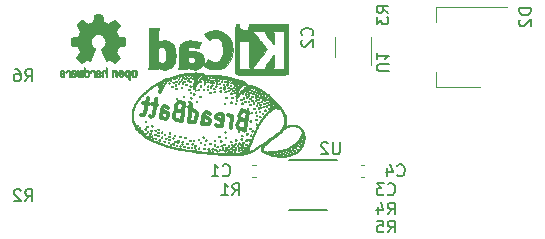
<source format=gbr>
G04 #@! TF.GenerationSoftware,KiCad,Pcbnew,5.0.1+dfsg1-3*
G04 #@! TF.CreationDate,2018-11-05T21:22:00-05:00*
G04 #@! TF.ProjectId,BreadBatt,4272656164426174742E6B696361645F,rev?*
G04 #@! TF.SameCoordinates,Original*
G04 #@! TF.FileFunction,Legend,Bot*
G04 #@! TF.FilePolarity,Positive*
%FSLAX46Y46*%
G04 Gerber Fmt 4.6, Leading zero omitted, Abs format (unit mm)*
G04 Created by KiCad (PCBNEW 5.0.1+dfsg1-3) date Mon 05 Nov 2018 09:22:00 PM EST*
%MOMM*%
%LPD*%
G01*
G04 APERTURE LIST*
%ADD10C,0.304800*%
%ADD11C,0.120000*%
%ADD12C,0.150000*%
%ADD13C,0.010000*%
G04 APERTURE END LIST*
D10*
X139162846Y-107754285D02*
X138973083Y-107800900D01*
X138903096Y-107864348D01*
X138823008Y-107999662D01*
X138792708Y-108215257D01*
X138832396Y-108367404D01*
X138882183Y-108447686D01*
X138991859Y-108536385D01*
X139470960Y-108603718D01*
X139683059Y-107094550D01*
X139263846Y-107035633D01*
X139133971Y-107090665D01*
X139063983Y-107154113D01*
X138983895Y-107289427D01*
X138963696Y-107433157D01*
X139003383Y-107585304D01*
X139053171Y-107665586D01*
X139162846Y-107754285D01*
X139582060Y-107813201D01*
X138213319Y-108426968D02*
X138354719Y-107420856D01*
X138314319Y-107708317D02*
X138274631Y-107556170D01*
X138224844Y-107475888D01*
X138115169Y-107387189D01*
X137995393Y-107370356D01*
X136965779Y-108178353D02*
X137075454Y-108267052D01*
X137315005Y-108300718D01*
X137444880Y-108245686D01*
X137524968Y-108110373D01*
X137605767Y-107535451D01*
X137566080Y-107383304D01*
X137456405Y-107294606D01*
X137216854Y-107260939D01*
X137086979Y-107315971D01*
X137006891Y-107451285D01*
X136986691Y-107595015D01*
X137565367Y-107822912D01*
X135817814Y-108090302D02*
X135928914Y-107299785D01*
X136009001Y-107164471D01*
X136138876Y-107109439D01*
X136378427Y-107143106D01*
X136488102Y-107231805D01*
X135827914Y-108018437D02*
X135937589Y-108107135D01*
X136237027Y-108149218D01*
X136366902Y-108094187D01*
X136446990Y-107958873D01*
X136467190Y-107815143D01*
X136427502Y-107662996D01*
X136317827Y-107574297D01*
X136018389Y-107532214D01*
X135908714Y-107443515D01*
X134679948Y-107930385D02*
X134892048Y-106421217D01*
X134690048Y-107858520D02*
X134799724Y-107947219D01*
X135039274Y-107980885D01*
X135169150Y-107925853D01*
X135239137Y-107862405D01*
X135319225Y-107727091D01*
X135379825Y-107295900D01*
X135340137Y-107143753D01*
X135290349Y-107063471D01*
X135180674Y-106974773D01*
X134941124Y-106941106D01*
X134811248Y-106996138D01*
X133772958Y-106996785D02*
X133583196Y-107043400D01*
X133513208Y-107106849D01*
X133433120Y-107242163D01*
X133402820Y-107457758D01*
X133442508Y-107609905D01*
X133492296Y-107690187D01*
X133601971Y-107778885D01*
X134081072Y-107846219D01*
X134293172Y-106337050D01*
X133873958Y-106278134D01*
X133744083Y-106333165D01*
X133674095Y-106396614D01*
X133594008Y-106531928D01*
X133573808Y-106675658D01*
X133613496Y-106827805D01*
X133663283Y-106908087D01*
X133772958Y-106996785D01*
X134192172Y-107055702D01*
X132284443Y-107593719D02*
X132395543Y-106803202D01*
X132475630Y-106667888D01*
X132605506Y-106612857D01*
X132845056Y-106646523D01*
X132954731Y-106735222D01*
X132294543Y-107521854D02*
X132404218Y-107610552D01*
X132703656Y-107652636D01*
X132833532Y-107597604D01*
X132913619Y-107462290D01*
X132933819Y-107318560D01*
X132894132Y-107166413D01*
X132784456Y-107077714D01*
X132485018Y-107035631D01*
X132375343Y-106946932D01*
X132006629Y-106528690D02*
X131527528Y-106461357D01*
X131897666Y-106000384D02*
X131715866Y-107293957D01*
X131635779Y-107429271D01*
X131505904Y-107484302D01*
X131386128Y-107467469D01*
X131287978Y-106427690D02*
X130808876Y-106360357D01*
X131179015Y-105899384D02*
X130997215Y-107192957D01*
X130917127Y-107328271D01*
X130787252Y-107383302D01*
X130667477Y-107366469D01*
D11*
G04 #@! TO.C,C1*
X140019721Y-112594000D02*
X140345279Y-112594000D01*
X140019721Y-111574000D02*
X140345279Y-111574000D01*
G04 #@! TO.C,C4*
X149214721Y-111574000D02*
X149540279Y-111574000D01*
X149214721Y-112594000D02*
X149540279Y-112594000D01*
G04 #@! TO.C,D2*
X155570000Y-105010000D02*
X155570000Y-103750000D01*
X155570000Y-98190000D02*
X155570000Y-99450000D01*
X159330000Y-105010000D02*
X155570000Y-105010000D01*
X161580000Y-98190000D02*
X155570000Y-98190000D01*
G04 #@! TO.C,U1*
X147030000Y-102480000D02*
X147030000Y-100720000D01*
X150100000Y-100720000D02*
X150100000Y-103150000D01*
D12*
G04 #@! TO.C,U2*
X146405000Y-115434000D02*
X143155000Y-115434000D01*
X147230000Y-111134000D02*
X143155000Y-111134000D01*
D13*
G04 #@! TO.C,REF\002A\002A*
G36*
X131312536Y-101657150D02*
X131310994Y-101987052D01*
X131309434Y-102269981D01*
X131307739Y-102509761D01*
X131305792Y-102710219D01*
X131303477Y-102875181D01*
X131300678Y-103008472D01*
X131297276Y-103113918D01*
X131293156Y-103195345D01*
X131288201Y-103256580D01*
X131282293Y-103301447D01*
X131275317Y-103333774D01*
X131267155Y-103357385D01*
X131260198Y-103371650D01*
X131215096Y-103454200D01*
X132029200Y-103454200D01*
X132029200Y-103378000D01*
X132032559Y-103324452D01*
X132040649Y-103301804D01*
X132040773Y-103301800D01*
X132066891Y-103314784D01*
X132119274Y-103347537D01*
X132146097Y-103365421D01*
X132278397Y-103432647D01*
X132438063Y-103479589D01*
X132606978Y-103503338D01*
X132767023Y-103500984D01*
X132867400Y-103481247D01*
X133051462Y-103399939D01*
X133216590Y-103278200D01*
X133351483Y-103125510D01*
X133412845Y-103023694D01*
X133480269Y-102866029D01*
X133524145Y-102699951D01*
X133547286Y-102511403D01*
X133552759Y-102324913D01*
X133551998Y-102311200D01*
X132751864Y-102311200D01*
X132747366Y-102486895D01*
X132733751Y-102620414D01*
X132708523Y-102719949D01*
X132669188Y-102793691D01*
X132613249Y-102849831D01*
X132580984Y-102872170D01*
X132474579Y-102910164D01*
X132348856Y-102907176D01*
X132213797Y-102863728D01*
X132189501Y-102851773D01*
X132092700Y-102801557D01*
X132085858Y-102252487D01*
X132079015Y-101703416D01*
X132146109Y-101659454D01*
X132209640Y-101632707D01*
X132299332Y-101612044D01*
X132357367Y-101605065D01*
X132445745Y-101601970D01*
X132504709Y-101612095D01*
X132555015Y-101640683D01*
X132581073Y-101661568D01*
X132648417Y-101735167D01*
X132697336Y-101830737D01*
X132729659Y-101955234D01*
X132747213Y-102115611D01*
X132751864Y-102311200D01*
X133551998Y-102311200D01*
X133536325Y-102028965D01*
X133488458Y-101769134D01*
X133409829Y-101546509D01*
X133301111Y-101362180D01*
X133162975Y-101217237D01*
X132996094Y-101112768D01*
X132801140Y-101049864D01*
X132761830Y-101042835D01*
X132646297Y-101034575D01*
X132518937Y-101041429D01*
X132392339Y-101060852D01*
X132279088Y-101090299D01*
X132191772Y-101127225D01*
X132143738Y-101167815D01*
X132122873Y-101192282D01*
X132106830Y-101187192D01*
X132095075Y-101148657D01*
X132087076Y-101072788D01*
X132082298Y-100955701D01*
X132080207Y-100793506D01*
X132080000Y-100703670D01*
X132080523Y-100529573D01*
X132082531Y-100398217D01*
X132086689Y-100301550D01*
X132093657Y-100231519D01*
X132104099Y-100180073D01*
X132118678Y-100139158D01*
X132128062Y-100119470D01*
X132176124Y-100025200D01*
X131319772Y-100025200D01*
X131312536Y-101657150D01*
X131312536Y-101657150D01*
G37*
X131312536Y-101657150D02*
X131310994Y-101987052D01*
X131309434Y-102269981D01*
X131307739Y-102509761D01*
X131305792Y-102710219D01*
X131303477Y-102875181D01*
X131300678Y-103008472D01*
X131297276Y-103113918D01*
X131293156Y-103195345D01*
X131288201Y-103256580D01*
X131282293Y-103301447D01*
X131275317Y-103333774D01*
X131267155Y-103357385D01*
X131260198Y-103371650D01*
X131215096Y-103454200D01*
X132029200Y-103454200D01*
X132029200Y-103378000D01*
X132032559Y-103324452D01*
X132040649Y-103301804D01*
X132040773Y-103301800D01*
X132066891Y-103314784D01*
X132119274Y-103347537D01*
X132146097Y-103365421D01*
X132278397Y-103432647D01*
X132438063Y-103479589D01*
X132606978Y-103503338D01*
X132767023Y-103500984D01*
X132867400Y-103481247D01*
X133051462Y-103399939D01*
X133216590Y-103278200D01*
X133351483Y-103125510D01*
X133412845Y-103023694D01*
X133480269Y-102866029D01*
X133524145Y-102699951D01*
X133547286Y-102511403D01*
X133552759Y-102324913D01*
X133551998Y-102311200D01*
X132751864Y-102311200D01*
X132747366Y-102486895D01*
X132733751Y-102620414D01*
X132708523Y-102719949D01*
X132669188Y-102793691D01*
X132613249Y-102849831D01*
X132580984Y-102872170D01*
X132474579Y-102910164D01*
X132348856Y-102907176D01*
X132213797Y-102863728D01*
X132189501Y-102851773D01*
X132092700Y-102801557D01*
X132085858Y-102252487D01*
X132079015Y-101703416D01*
X132146109Y-101659454D01*
X132209640Y-101632707D01*
X132299332Y-101612044D01*
X132357367Y-101605065D01*
X132445745Y-101601970D01*
X132504709Y-101612095D01*
X132555015Y-101640683D01*
X132581073Y-101661568D01*
X132648417Y-101735167D01*
X132697336Y-101830737D01*
X132729659Y-101955234D01*
X132747213Y-102115611D01*
X132751864Y-102311200D01*
X133551998Y-102311200D01*
X133536325Y-102028965D01*
X133488458Y-101769134D01*
X133409829Y-101546509D01*
X133301111Y-101362180D01*
X133162975Y-101217237D01*
X132996094Y-101112768D01*
X132801140Y-101049864D01*
X132761830Y-101042835D01*
X132646297Y-101034575D01*
X132518937Y-101041429D01*
X132392339Y-101060852D01*
X132279088Y-101090299D01*
X132191772Y-101127225D01*
X132143738Y-101167815D01*
X132122873Y-101192282D01*
X132106830Y-101187192D01*
X132095075Y-101148657D01*
X132087076Y-101072788D01*
X132082298Y-100955701D01*
X132080207Y-100793506D01*
X132080000Y-100703670D01*
X132080523Y-100529573D01*
X132082531Y-100398217D01*
X132086689Y-100301550D01*
X132093657Y-100231519D01*
X132104099Y-100180073D01*
X132118678Y-100139158D01*
X132128062Y-100119470D01*
X132176124Y-100025200D01*
X131319772Y-100025200D01*
X131312536Y-101657150D01*
G36*
X134532380Y-101052359D02*
X134356424Y-101092264D01*
X134237487Y-101136895D01*
X134144902Y-101192778D01*
X134062221Y-101266360D01*
X134009083Y-101321188D01*
X133965604Y-101372829D01*
X133930709Y-101426992D01*
X133903324Y-101489387D01*
X133882376Y-101565723D01*
X133866791Y-101661710D01*
X133855496Y-101783058D01*
X133847415Y-101935475D01*
X133841477Y-102124670D01*
X133836606Y-102356355D01*
X133834451Y-102477477D01*
X133830193Y-102709434D01*
X133826070Y-102896051D01*
X133821724Y-103042785D01*
X133816797Y-103155095D01*
X133810932Y-103238437D01*
X133803769Y-103298269D01*
X133794951Y-103340049D01*
X133784120Y-103369234D01*
X133774865Y-103385527D01*
X133729829Y-103454200D01*
X134540582Y-103454200D01*
X134556500Y-103300698D01*
X134655898Y-103368483D01*
X134812054Y-103447254D01*
X134992908Y-103493178D01*
X135182705Y-103504137D01*
X135365691Y-103478011D01*
X135399166Y-103468436D01*
X135585571Y-103386112D01*
X135736480Y-103268585D01*
X135849348Y-103119321D01*
X135921625Y-102941786D01*
X135950765Y-102739443D01*
X135951212Y-102717600D01*
X135950548Y-102688545D01*
X135222293Y-102688545D01*
X135218037Y-102777884D01*
X135207910Y-102808502D01*
X135145221Y-102889089D01*
X135050277Y-102943481D01*
X134936673Y-102967352D01*
X134818004Y-102956378D01*
X134780404Y-102944508D01*
X134693217Y-102902968D01*
X134637576Y-102850366D01*
X134607106Y-102775280D01*
X134595434Y-102666289D01*
X134594600Y-102611572D01*
X134594600Y-102412800D01*
X134760516Y-102412800D01*
X134924253Y-102427824D01*
X135062872Y-102470733D01*
X135158324Y-102531555D01*
X135200931Y-102598298D01*
X135222293Y-102688545D01*
X135950548Y-102688545D01*
X135948597Y-102603273D01*
X135934949Y-102515974D01*
X135905450Y-102432311D01*
X135882118Y-102382215D01*
X135777777Y-102225636D01*
X135633396Y-102099758D01*
X135449631Y-102004878D01*
X135227138Y-101941291D01*
X134966574Y-101909295D01*
X134826206Y-101905241D01*
X134587912Y-101904800D01*
X134601804Y-101801228D01*
X134637738Y-101687960D01*
X134709656Y-101609507D01*
X134816276Y-101566163D01*
X134956313Y-101558223D01*
X135128484Y-101585980D01*
X135305491Y-101640144D01*
X135389949Y-101667413D01*
X135454942Y-101682373D01*
X135486805Y-101681908D01*
X135487138Y-101681589D01*
X135504724Y-101649872D01*
X135534820Y-101583912D01*
X135572098Y-101496745D01*
X135611227Y-101401404D01*
X135646878Y-101310925D01*
X135673720Y-101238340D01*
X135686425Y-101196685D01*
X135686800Y-101193302D01*
X135665010Y-101174617D01*
X135621553Y-101168200D01*
X135569969Y-101162037D01*
X135483150Y-101145424D01*
X135374897Y-101121175D01*
X135297703Y-101102173D01*
X135031904Y-101051360D01*
X134773224Y-101034718D01*
X134532380Y-101052359D01*
X134532380Y-101052359D01*
G37*
X134532380Y-101052359D02*
X134356424Y-101092264D01*
X134237487Y-101136895D01*
X134144902Y-101192778D01*
X134062221Y-101266360D01*
X134009083Y-101321188D01*
X133965604Y-101372829D01*
X133930709Y-101426992D01*
X133903324Y-101489387D01*
X133882376Y-101565723D01*
X133866791Y-101661710D01*
X133855496Y-101783058D01*
X133847415Y-101935475D01*
X133841477Y-102124670D01*
X133836606Y-102356355D01*
X133834451Y-102477477D01*
X133830193Y-102709434D01*
X133826070Y-102896051D01*
X133821724Y-103042785D01*
X133816797Y-103155095D01*
X133810932Y-103238437D01*
X133803769Y-103298269D01*
X133794951Y-103340049D01*
X133784120Y-103369234D01*
X133774865Y-103385527D01*
X133729829Y-103454200D01*
X134540582Y-103454200D01*
X134556500Y-103300698D01*
X134655898Y-103368483D01*
X134812054Y-103447254D01*
X134992908Y-103493178D01*
X135182705Y-103504137D01*
X135365691Y-103478011D01*
X135399166Y-103468436D01*
X135585571Y-103386112D01*
X135736480Y-103268585D01*
X135849348Y-103119321D01*
X135921625Y-102941786D01*
X135950765Y-102739443D01*
X135951212Y-102717600D01*
X135950548Y-102688545D01*
X135222293Y-102688545D01*
X135218037Y-102777884D01*
X135207910Y-102808502D01*
X135145221Y-102889089D01*
X135050277Y-102943481D01*
X134936673Y-102967352D01*
X134818004Y-102956378D01*
X134780404Y-102944508D01*
X134693217Y-102902968D01*
X134637576Y-102850366D01*
X134607106Y-102775280D01*
X134595434Y-102666289D01*
X134594600Y-102611572D01*
X134594600Y-102412800D01*
X134760516Y-102412800D01*
X134924253Y-102427824D01*
X135062872Y-102470733D01*
X135158324Y-102531555D01*
X135200931Y-102598298D01*
X135222293Y-102688545D01*
X135950548Y-102688545D01*
X135948597Y-102603273D01*
X135934949Y-102515974D01*
X135905450Y-102432311D01*
X135882118Y-102382215D01*
X135777777Y-102225636D01*
X135633396Y-102099758D01*
X135449631Y-102004878D01*
X135227138Y-101941291D01*
X134966574Y-101909295D01*
X134826206Y-101905241D01*
X134587912Y-101904800D01*
X134601804Y-101801228D01*
X134637738Y-101687960D01*
X134709656Y-101609507D01*
X134816276Y-101566163D01*
X134956313Y-101558223D01*
X135128484Y-101585980D01*
X135305491Y-101640144D01*
X135389949Y-101667413D01*
X135454942Y-101682373D01*
X135486805Y-101681908D01*
X135487138Y-101681589D01*
X135504724Y-101649872D01*
X135534820Y-101583912D01*
X135572098Y-101496745D01*
X135611227Y-101401404D01*
X135646878Y-101310925D01*
X135673720Y-101238340D01*
X135686425Y-101196685D01*
X135686800Y-101193302D01*
X135665010Y-101174617D01*
X135621553Y-101168200D01*
X135569969Y-101162037D01*
X135483150Y-101145424D01*
X135374897Y-101121175D01*
X135297703Y-101102173D01*
X135031904Y-101051360D01*
X134773224Y-101034718D01*
X134532380Y-101052359D01*
G36*
X136615324Y-100206341D02*
X136574089Y-100216143D01*
X136503121Y-100238829D01*
X136407827Y-100274963D01*
X136300479Y-100319187D01*
X136193347Y-100366147D01*
X136098702Y-100410487D01*
X136028815Y-100446851D01*
X135997936Y-100467598D01*
X136007626Y-100490582D01*
X136039964Y-100545508D01*
X136088536Y-100622651D01*
X136146926Y-100712288D01*
X136208719Y-100804695D01*
X136267498Y-100890151D01*
X136316848Y-100958930D01*
X136349323Y-101000159D01*
X136377764Y-100997624D01*
X136429919Y-100967335D01*
X136473593Y-100933312D01*
X136618702Y-100841226D01*
X136783513Y-100795559D01*
X136941902Y-100794284D01*
X137112602Y-100834902D01*
X137256741Y-100918127D01*
X137373755Y-101042925D01*
X137463081Y-101208260D01*
X137524157Y-101413097D01*
X137556419Y-101656401D01*
X137559574Y-101930200D01*
X137538133Y-102177826D01*
X137493016Y-102383741D01*
X137422370Y-102552105D01*
X137324343Y-102687080D01*
X137197083Y-102792826D01*
X137167421Y-102811151D01*
X137090227Y-102851415D01*
X137018762Y-102872876D01*
X136930973Y-102880676D01*
X136867900Y-102881009D01*
X136708183Y-102865354D01*
X136569453Y-102817392D01*
X136435375Y-102730613D01*
X136385154Y-102688663D01*
X136330908Y-102644162D01*
X136294586Y-102620225D01*
X136286945Y-102618969D01*
X136264784Y-102652288D01*
X136225502Y-102716333D01*
X136174770Y-102801348D01*
X136118257Y-102897575D01*
X136061634Y-102995257D01*
X136010569Y-103084636D01*
X135970735Y-103155956D01*
X135947799Y-103199460D01*
X135944547Y-103208180D01*
X135969782Y-103221554D01*
X136027656Y-103252253D01*
X136105938Y-103293786D01*
X136110543Y-103296230D01*
X136272853Y-103376612D01*
X136415788Y-103431928D01*
X136557728Y-103466986D01*
X136717053Y-103486593D01*
X136867900Y-103494340D01*
X137060715Y-103495569D01*
X137212750Y-103486113D01*
X137303564Y-103470565D01*
X137535799Y-103385718D01*
X137748841Y-103256718D01*
X137938634Y-103087906D01*
X138101122Y-102883623D01*
X138232248Y-102648209D01*
X138327956Y-102386005D01*
X138332452Y-102369632D01*
X138368750Y-102183026D01*
X138387655Y-101968920D01*
X138389177Y-101745257D01*
X138373331Y-101529982D01*
X138340128Y-101341040D01*
X138331703Y-101309044D01*
X138229939Y-101035435D01*
X138087268Y-100789468D01*
X137906196Y-100574653D01*
X137689230Y-100394495D01*
X137668000Y-100380082D01*
X137490356Y-100287504D01*
X137282302Y-100221748D01*
X137057802Y-100184907D01*
X136830822Y-100179073D01*
X136615324Y-100206341D01*
X136615324Y-100206341D01*
G37*
X136615324Y-100206341D02*
X136574089Y-100216143D01*
X136503121Y-100238829D01*
X136407827Y-100274963D01*
X136300479Y-100319187D01*
X136193347Y-100366147D01*
X136098702Y-100410487D01*
X136028815Y-100446851D01*
X135997936Y-100467598D01*
X136007626Y-100490582D01*
X136039964Y-100545508D01*
X136088536Y-100622651D01*
X136146926Y-100712288D01*
X136208719Y-100804695D01*
X136267498Y-100890151D01*
X136316848Y-100958930D01*
X136349323Y-101000159D01*
X136377764Y-100997624D01*
X136429919Y-100967335D01*
X136473593Y-100933312D01*
X136618702Y-100841226D01*
X136783513Y-100795559D01*
X136941902Y-100794284D01*
X137112602Y-100834902D01*
X137256741Y-100918127D01*
X137373755Y-101042925D01*
X137463081Y-101208260D01*
X137524157Y-101413097D01*
X137556419Y-101656401D01*
X137559574Y-101930200D01*
X137538133Y-102177826D01*
X137493016Y-102383741D01*
X137422370Y-102552105D01*
X137324343Y-102687080D01*
X137197083Y-102792826D01*
X137167421Y-102811151D01*
X137090227Y-102851415D01*
X137018762Y-102872876D01*
X136930973Y-102880676D01*
X136867900Y-102881009D01*
X136708183Y-102865354D01*
X136569453Y-102817392D01*
X136435375Y-102730613D01*
X136385154Y-102688663D01*
X136330908Y-102644162D01*
X136294586Y-102620225D01*
X136286945Y-102618969D01*
X136264784Y-102652288D01*
X136225502Y-102716333D01*
X136174770Y-102801348D01*
X136118257Y-102897575D01*
X136061634Y-102995257D01*
X136010569Y-103084636D01*
X135970735Y-103155956D01*
X135947799Y-103199460D01*
X135944547Y-103208180D01*
X135969782Y-103221554D01*
X136027656Y-103252253D01*
X136105938Y-103293786D01*
X136110543Y-103296230D01*
X136272853Y-103376612D01*
X136415788Y-103431928D01*
X136557728Y-103466986D01*
X136717053Y-103486593D01*
X136867900Y-103494340D01*
X137060715Y-103495569D01*
X137212750Y-103486113D01*
X137303564Y-103470565D01*
X137535799Y-103385718D01*
X137748841Y-103256718D01*
X137938634Y-103087906D01*
X138101122Y-102883623D01*
X138232248Y-102648209D01*
X138327956Y-102386005D01*
X138332452Y-102369632D01*
X138368750Y-102183026D01*
X138387655Y-101968920D01*
X138389177Y-101745257D01*
X138373331Y-101529982D01*
X138340128Y-101341040D01*
X138331703Y-101309044D01*
X138229939Y-101035435D01*
X138087268Y-100789468D01*
X137906196Y-100574653D01*
X137689230Y-100394495D01*
X137668000Y-100380082D01*
X137490356Y-100287504D01*
X137282302Y-100221748D01*
X137057802Y-100184907D01*
X136830822Y-100179073D01*
X136615324Y-100206341D01*
G36*
X138708637Y-99642699D02*
X138686845Y-99649976D01*
X138668414Y-99666420D01*
X138653065Y-99695197D01*
X138640519Y-99739474D01*
X138630495Y-99802418D01*
X138622717Y-99887194D01*
X138616904Y-99996971D01*
X138612777Y-100134914D01*
X138610057Y-100304191D01*
X138608465Y-100507968D01*
X138607723Y-100749411D01*
X138607550Y-101031687D01*
X138607668Y-101357964D01*
X138607797Y-101731407D01*
X138607800Y-101790500D01*
X138607878Y-102165884D01*
X138608151Y-102493711D01*
X138608682Y-102777221D01*
X138609531Y-103019658D01*
X138610760Y-103224261D01*
X138612431Y-103394274D01*
X138614605Y-103532939D01*
X138617343Y-103643496D01*
X138620708Y-103729188D01*
X138624759Y-103793257D01*
X138629559Y-103838944D01*
X138635169Y-103869492D01*
X138641651Y-103888141D01*
X138647715Y-103896885D01*
X138658791Y-103903992D01*
X138678999Y-103910213D01*
X138711510Y-103915606D01*
X138759497Y-103920229D01*
X138826133Y-103924140D01*
X138914590Y-103927396D01*
X139028040Y-103930056D01*
X139169656Y-103932175D01*
X139342610Y-103933813D01*
X139550076Y-103935028D01*
X139795224Y-103935876D01*
X140081229Y-103936415D01*
X140411261Y-103936703D01*
X140788495Y-103936798D01*
X140843001Y-103936800D01*
X141226824Y-103936726D01*
X141563020Y-103936467D01*
X141854761Y-103935965D01*
X142105219Y-103935162D01*
X142317568Y-103934000D01*
X142494979Y-103932422D01*
X142640625Y-103930371D01*
X142757678Y-103927787D01*
X142849312Y-103924615D01*
X142918697Y-103920795D01*
X142969008Y-103916271D01*
X143003416Y-103910985D01*
X143025093Y-103904879D01*
X143037213Y-103897895D01*
X143038286Y-103896885D01*
X143045535Y-103885627D01*
X143051862Y-103865152D01*
X143057328Y-103832219D01*
X143061994Y-103783586D01*
X143065922Y-103716011D01*
X143069174Y-103626252D01*
X143071810Y-103511068D01*
X143073893Y-103367217D01*
X143075483Y-103191456D01*
X143076642Y-102980544D01*
X143077432Y-102731239D01*
X143077914Y-102440300D01*
X143078149Y-102104484D01*
X143078200Y-101790500D01*
X143078123Y-101415115D01*
X143077850Y-101087288D01*
X143077319Y-100803778D01*
X143076470Y-100561341D01*
X143075241Y-100356738D01*
X143074052Y-100235729D01*
X142798801Y-100235729D01*
X142788363Y-100260638D01*
X142762056Y-100314844D01*
X142748001Y-100342699D01*
X142737068Y-100365774D01*
X142727826Y-100391420D01*
X142720133Y-100423859D01*
X142713848Y-100467308D01*
X142708828Y-100525988D01*
X142704932Y-100604117D01*
X142702017Y-100705917D01*
X142699943Y-100835605D01*
X142698566Y-100997401D01*
X142697746Y-101195525D01*
X142697341Y-101434197D01*
X142697209Y-101717635D01*
X142697201Y-101854290D01*
X142697561Y-102117726D01*
X142698598Y-102366037D01*
X142700244Y-102594556D01*
X142702432Y-102798618D01*
X142705097Y-102973558D01*
X142708170Y-103114711D01*
X142711585Y-103217410D01*
X142715276Y-103276991D01*
X142717776Y-103290370D01*
X142742200Y-103330136D01*
X142768032Y-103384350D01*
X142797711Y-103454200D01*
X142271206Y-103453811D01*
X142116033Y-103452849D01*
X141981650Y-103450381D01*
X141875001Y-103446674D01*
X141803030Y-103441992D01*
X141772681Y-103436600D01*
X141772906Y-103434761D01*
X141802855Y-103400826D01*
X141838668Y-103342626D01*
X141842756Y-103334811D01*
X141857682Y-103297521D01*
X141868693Y-103247267D01*
X141876331Y-103176556D01*
X141881134Y-103077898D01*
X141883644Y-102943800D01*
X141884399Y-102766772D01*
X141884400Y-102756961D01*
X141883167Y-102579347D01*
X141879604Y-102436876D01*
X141873922Y-102333727D01*
X141866328Y-102274078D01*
X141859586Y-102260400D01*
X141830086Y-102279770D01*
X141792359Y-102326744D01*
X141790085Y-102330250D01*
X141749507Y-102387268D01*
X141715301Y-102425500D01*
X141684853Y-102462632D01*
X141644917Y-102524966D01*
X141631329Y-102548833D01*
X141589180Y-102615930D01*
X141526473Y-102704720D01*
X141455408Y-102798064D01*
X141441458Y-102815533D01*
X141333339Y-102958344D01*
X141242862Y-103094967D01*
X141174611Y-103217349D01*
X141133169Y-103317440D01*
X141122400Y-103375923D01*
X141122400Y-103454200D01*
X139995945Y-103454200D01*
X140008071Y-103440488D01*
X139852400Y-103440488D01*
X139828301Y-103444757D01*
X139761204Y-103448485D01*
X139658911Y-103451448D01*
X139529222Y-103453426D01*
X139379939Y-103454196D01*
X139369800Y-103454200D01*
X139193033Y-103453408D01*
X139061899Y-103450806D01*
X138971253Y-103446056D01*
X138915950Y-103438818D01*
X138890844Y-103428752D01*
X138888008Y-103422450D01*
X138902962Y-103378554D01*
X138926108Y-103341395D01*
X138935302Y-103322692D01*
X138942898Y-103290195D01*
X138949041Y-103239498D01*
X138953873Y-103166196D01*
X138957536Y-103065883D01*
X138960174Y-102934154D01*
X138961930Y-102766604D01*
X138962947Y-102558827D01*
X138963367Y-102306418D01*
X138963400Y-102192045D01*
X138963400Y-101092000D01*
X139828305Y-101092000D01*
X139789553Y-101166938D01*
X139779522Y-101192815D01*
X139771333Y-101231092D01*
X139764808Y-101286607D01*
X139759774Y-101364197D01*
X139756053Y-101468700D01*
X139753471Y-101604954D01*
X139751852Y-101777797D01*
X139751021Y-101992067D01*
X139750800Y-102234750D01*
X139750914Y-102486440D01*
X139751415Y-102692511D01*
X139752545Y-102858147D01*
X139754545Y-102988527D01*
X139757655Y-103088835D01*
X139762117Y-103164251D01*
X139768171Y-103219957D01*
X139776059Y-103261135D01*
X139786021Y-103292967D01*
X139798299Y-103320635D01*
X139801600Y-103327200D01*
X139832510Y-103390636D01*
X139850520Y-103433110D01*
X139852400Y-103440488D01*
X140008071Y-103440488D01*
X140057523Y-103384570D01*
X140101445Y-103335266D01*
X140129627Y-103304290D01*
X140131800Y-103302020D01*
X140189555Y-103238905D01*
X140261037Y-103154689D01*
X140336103Y-103062065D01*
X140404609Y-102973725D01*
X140456412Y-102902361D01*
X140476624Y-102870547D01*
X140516845Y-102806584D01*
X140580338Y-102715299D01*
X140658196Y-102608680D01*
X140741513Y-102498715D01*
X140821383Y-102397390D01*
X140883727Y-102322607D01*
X140944171Y-102245548D01*
X141000841Y-102161943D01*
X141005022Y-102155050D01*
X141132363Y-101956936D01*
X141228006Y-101826356D01*
X141297964Y-101735212D01*
X141216532Y-101647760D01*
X141146340Y-101568661D01*
X141056285Y-101461892D01*
X140956943Y-101340451D01*
X140858893Y-101217339D01*
X140772711Y-101105555D01*
X140743849Y-101066815D01*
X140439059Y-100686892D01*
X140199721Y-100429787D01*
X140000941Y-100228400D01*
X140546253Y-100228400D01*
X140731450Y-100228523D01*
X140872002Y-100229861D01*
X140974063Y-100233867D01*
X141043788Y-100241993D01*
X141087331Y-100255691D01*
X141110847Y-100276416D01*
X141120489Y-100305618D01*
X141122414Y-100344751D01*
X141122400Y-100364390D01*
X141137988Y-100417842D01*
X141177059Y-100485121D01*
X141194701Y-100508362D01*
X141253348Y-100585668D01*
X141316110Y-100676586D01*
X141338198Y-100711000D01*
X141381448Y-100777764D01*
X141415088Y-100824931D01*
X141426761Y-100838000D01*
X141456555Y-100867339D01*
X141505755Y-100923018D01*
X141565478Y-100994108D01*
X141626838Y-101069681D01*
X141680953Y-101138808D01*
X141718937Y-101190561D01*
X141732000Y-101213483D01*
X141748818Y-101242974D01*
X141790854Y-101290717D01*
X141808201Y-101307900D01*
X141884401Y-101380904D01*
X141884400Y-100961088D01*
X141882807Y-100778302D01*
X141877105Y-100635476D01*
X141865907Y-100521840D01*
X141847828Y-100426629D01*
X141821482Y-100339075D01*
X141795836Y-100272850D01*
X141792606Y-100257771D01*
X141801351Y-100246538D01*
X141828295Y-100238591D01*
X141879662Y-100233367D01*
X141961676Y-100230303D01*
X142080561Y-100228838D01*
X142242540Y-100228410D01*
X142288083Y-100228400D01*
X142442917Y-100228746D01*
X142578878Y-100229712D01*
X142688383Y-100231190D01*
X142763849Y-100233071D01*
X142797692Y-100235245D01*
X142798801Y-100235729D01*
X143074052Y-100235729D01*
X143073570Y-100186725D01*
X143071396Y-100048060D01*
X143068658Y-99937503D01*
X143065293Y-99851811D01*
X143061242Y-99787742D01*
X143056442Y-99742055D01*
X143050832Y-99711507D01*
X143044350Y-99692858D01*
X143038286Y-99684114D01*
X143025822Y-99675934D01*
X143003563Y-99668938D01*
X142967809Y-99663034D01*
X142914859Y-99658133D01*
X142841012Y-99654144D01*
X142742569Y-99650978D01*
X142615827Y-99648544D01*
X142457087Y-99646752D01*
X142262647Y-99645511D01*
X142028807Y-99644733D01*
X141751865Y-99644326D01*
X141428122Y-99644200D01*
X139801600Y-99644200D01*
X139801600Y-99740418D01*
X139781521Y-99856335D01*
X139728475Y-99975000D01*
X139653246Y-100075991D01*
X139600994Y-100120244D01*
X139487454Y-100167370D01*
X139356500Y-100177636D01*
X139222372Y-100153918D01*
X139099310Y-100099089D01*
X139001552Y-100016023D01*
X138986200Y-99996147D01*
X138939194Y-99895428D01*
X138917561Y-99779877D01*
X138906310Y-99644199D01*
X138796970Y-99644200D01*
X138763420Y-99642977D01*
X138734069Y-99641421D01*
X138708637Y-99642699D01*
X138708637Y-99642699D01*
G37*
X138708637Y-99642699D02*
X138686845Y-99649976D01*
X138668414Y-99666420D01*
X138653065Y-99695197D01*
X138640519Y-99739474D01*
X138630495Y-99802418D01*
X138622717Y-99887194D01*
X138616904Y-99996971D01*
X138612777Y-100134914D01*
X138610057Y-100304191D01*
X138608465Y-100507968D01*
X138607723Y-100749411D01*
X138607550Y-101031687D01*
X138607668Y-101357964D01*
X138607797Y-101731407D01*
X138607800Y-101790500D01*
X138607878Y-102165884D01*
X138608151Y-102493711D01*
X138608682Y-102777221D01*
X138609531Y-103019658D01*
X138610760Y-103224261D01*
X138612431Y-103394274D01*
X138614605Y-103532939D01*
X138617343Y-103643496D01*
X138620708Y-103729188D01*
X138624759Y-103793257D01*
X138629559Y-103838944D01*
X138635169Y-103869492D01*
X138641651Y-103888141D01*
X138647715Y-103896885D01*
X138658791Y-103903992D01*
X138678999Y-103910213D01*
X138711510Y-103915606D01*
X138759497Y-103920229D01*
X138826133Y-103924140D01*
X138914590Y-103927396D01*
X139028040Y-103930056D01*
X139169656Y-103932175D01*
X139342610Y-103933813D01*
X139550076Y-103935028D01*
X139795224Y-103935876D01*
X140081229Y-103936415D01*
X140411261Y-103936703D01*
X140788495Y-103936798D01*
X140843001Y-103936800D01*
X141226824Y-103936726D01*
X141563020Y-103936467D01*
X141854761Y-103935965D01*
X142105219Y-103935162D01*
X142317568Y-103934000D01*
X142494979Y-103932422D01*
X142640625Y-103930371D01*
X142757678Y-103927787D01*
X142849312Y-103924615D01*
X142918697Y-103920795D01*
X142969008Y-103916271D01*
X143003416Y-103910985D01*
X143025093Y-103904879D01*
X143037213Y-103897895D01*
X143038286Y-103896885D01*
X143045535Y-103885627D01*
X143051862Y-103865152D01*
X143057328Y-103832219D01*
X143061994Y-103783586D01*
X143065922Y-103716011D01*
X143069174Y-103626252D01*
X143071810Y-103511068D01*
X143073893Y-103367217D01*
X143075483Y-103191456D01*
X143076642Y-102980544D01*
X143077432Y-102731239D01*
X143077914Y-102440300D01*
X143078149Y-102104484D01*
X143078200Y-101790500D01*
X143078123Y-101415115D01*
X143077850Y-101087288D01*
X143077319Y-100803778D01*
X143076470Y-100561341D01*
X143075241Y-100356738D01*
X143074052Y-100235729D01*
X142798801Y-100235729D01*
X142788363Y-100260638D01*
X142762056Y-100314844D01*
X142748001Y-100342699D01*
X142737068Y-100365774D01*
X142727826Y-100391420D01*
X142720133Y-100423859D01*
X142713848Y-100467308D01*
X142708828Y-100525988D01*
X142704932Y-100604117D01*
X142702017Y-100705917D01*
X142699943Y-100835605D01*
X142698566Y-100997401D01*
X142697746Y-101195525D01*
X142697341Y-101434197D01*
X142697209Y-101717635D01*
X142697201Y-101854290D01*
X142697561Y-102117726D01*
X142698598Y-102366037D01*
X142700244Y-102594556D01*
X142702432Y-102798618D01*
X142705097Y-102973558D01*
X142708170Y-103114711D01*
X142711585Y-103217410D01*
X142715276Y-103276991D01*
X142717776Y-103290370D01*
X142742200Y-103330136D01*
X142768032Y-103384350D01*
X142797711Y-103454200D01*
X142271206Y-103453811D01*
X142116033Y-103452849D01*
X141981650Y-103450381D01*
X141875001Y-103446674D01*
X141803030Y-103441992D01*
X141772681Y-103436600D01*
X141772906Y-103434761D01*
X141802855Y-103400826D01*
X141838668Y-103342626D01*
X141842756Y-103334811D01*
X141857682Y-103297521D01*
X141868693Y-103247267D01*
X141876331Y-103176556D01*
X141881134Y-103077898D01*
X141883644Y-102943800D01*
X141884399Y-102766772D01*
X141884400Y-102756961D01*
X141883167Y-102579347D01*
X141879604Y-102436876D01*
X141873922Y-102333727D01*
X141866328Y-102274078D01*
X141859586Y-102260400D01*
X141830086Y-102279770D01*
X141792359Y-102326744D01*
X141790085Y-102330250D01*
X141749507Y-102387268D01*
X141715301Y-102425500D01*
X141684853Y-102462632D01*
X141644917Y-102524966D01*
X141631329Y-102548833D01*
X141589180Y-102615930D01*
X141526473Y-102704720D01*
X141455408Y-102798064D01*
X141441458Y-102815533D01*
X141333339Y-102958344D01*
X141242862Y-103094967D01*
X141174611Y-103217349D01*
X141133169Y-103317440D01*
X141122400Y-103375923D01*
X141122400Y-103454200D01*
X139995945Y-103454200D01*
X140008071Y-103440488D01*
X139852400Y-103440488D01*
X139828301Y-103444757D01*
X139761204Y-103448485D01*
X139658911Y-103451448D01*
X139529222Y-103453426D01*
X139379939Y-103454196D01*
X139369800Y-103454200D01*
X139193033Y-103453408D01*
X139061899Y-103450806D01*
X138971253Y-103446056D01*
X138915950Y-103438818D01*
X138890844Y-103428752D01*
X138888008Y-103422450D01*
X138902962Y-103378554D01*
X138926108Y-103341395D01*
X138935302Y-103322692D01*
X138942898Y-103290195D01*
X138949041Y-103239498D01*
X138953873Y-103166196D01*
X138957536Y-103065883D01*
X138960174Y-102934154D01*
X138961930Y-102766604D01*
X138962947Y-102558827D01*
X138963367Y-102306418D01*
X138963400Y-102192045D01*
X138963400Y-101092000D01*
X139828305Y-101092000D01*
X139789553Y-101166938D01*
X139779522Y-101192815D01*
X139771333Y-101231092D01*
X139764808Y-101286607D01*
X139759774Y-101364197D01*
X139756053Y-101468700D01*
X139753471Y-101604954D01*
X139751852Y-101777797D01*
X139751021Y-101992067D01*
X139750800Y-102234750D01*
X139750914Y-102486440D01*
X139751415Y-102692511D01*
X139752545Y-102858147D01*
X139754545Y-102988527D01*
X139757655Y-103088835D01*
X139762117Y-103164251D01*
X139768171Y-103219957D01*
X139776059Y-103261135D01*
X139786021Y-103292967D01*
X139798299Y-103320635D01*
X139801600Y-103327200D01*
X139832510Y-103390636D01*
X139850520Y-103433110D01*
X139852400Y-103440488D01*
X140008071Y-103440488D01*
X140057523Y-103384570D01*
X140101445Y-103335266D01*
X140129627Y-103304290D01*
X140131800Y-103302020D01*
X140189555Y-103238905D01*
X140261037Y-103154689D01*
X140336103Y-103062065D01*
X140404609Y-102973725D01*
X140456412Y-102902361D01*
X140476624Y-102870547D01*
X140516845Y-102806584D01*
X140580338Y-102715299D01*
X140658196Y-102608680D01*
X140741513Y-102498715D01*
X140821383Y-102397390D01*
X140883727Y-102322607D01*
X140944171Y-102245548D01*
X141000841Y-102161943D01*
X141005022Y-102155050D01*
X141132363Y-101956936D01*
X141228006Y-101826356D01*
X141297964Y-101735212D01*
X141216532Y-101647760D01*
X141146340Y-101568661D01*
X141056285Y-101461892D01*
X140956943Y-101340451D01*
X140858893Y-101217339D01*
X140772711Y-101105555D01*
X140743849Y-101066815D01*
X140439059Y-100686892D01*
X140199721Y-100429787D01*
X140000941Y-100228400D01*
X140546253Y-100228400D01*
X140731450Y-100228523D01*
X140872002Y-100229861D01*
X140974063Y-100233867D01*
X141043788Y-100241993D01*
X141087331Y-100255691D01*
X141110847Y-100276416D01*
X141120489Y-100305618D01*
X141122414Y-100344751D01*
X141122400Y-100364390D01*
X141137988Y-100417842D01*
X141177059Y-100485121D01*
X141194701Y-100508362D01*
X141253348Y-100585668D01*
X141316110Y-100676586D01*
X141338198Y-100711000D01*
X141381448Y-100777764D01*
X141415088Y-100824931D01*
X141426761Y-100838000D01*
X141456555Y-100867339D01*
X141505755Y-100923018D01*
X141565478Y-100994108D01*
X141626838Y-101069681D01*
X141680953Y-101138808D01*
X141718937Y-101190561D01*
X141732000Y-101213483D01*
X141748818Y-101242974D01*
X141790854Y-101290717D01*
X141808201Y-101307900D01*
X141884401Y-101380904D01*
X141884400Y-100961088D01*
X141882807Y-100778302D01*
X141877105Y-100635476D01*
X141865907Y-100521840D01*
X141847828Y-100426629D01*
X141821482Y-100339075D01*
X141795836Y-100272850D01*
X141792606Y-100257771D01*
X141801351Y-100246538D01*
X141828295Y-100238591D01*
X141879662Y-100233367D01*
X141961676Y-100230303D01*
X142080561Y-100228838D01*
X142242540Y-100228410D01*
X142288083Y-100228400D01*
X142442917Y-100228746D01*
X142578878Y-100229712D01*
X142688383Y-100231190D01*
X142763849Y-100233071D01*
X142797692Y-100235245D01*
X142798801Y-100235729D01*
X143074052Y-100235729D01*
X143073570Y-100186725D01*
X143071396Y-100048060D01*
X143068658Y-99937503D01*
X143065293Y-99851811D01*
X143061242Y-99787742D01*
X143056442Y-99742055D01*
X143050832Y-99711507D01*
X143044350Y-99692858D01*
X143038286Y-99684114D01*
X143025822Y-99675934D01*
X143003563Y-99668938D01*
X142967809Y-99663034D01*
X142914859Y-99658133D01*
X142841012Y-99654144D01*
X142742569Y-99650978D01*
X142615827Y-99648544D01*
X142457087Y-99646752D01*
X142262647Y-99645511D01*
X142028807Y-99644733D01*
X141751865Y-99644326D01*
X141428122Y-99644200D01*
X139801600Y-99644200D01*
X139801600Y-99740418D01*
X139781521Y-99856335D01*
X139728475Y-99975000D01*
X139653246Y-100075991D01*
X139600994Y-100120244D01*
X139487454Y-100167370D01*
X139356500Y-100177636D01*
X139222372Y-100153918D01*
X139099310Y-100099089D01*
X139001552Y-100016023D01*
X138986200Y-99996147D01*
X138939194Y-99895428D01*
X138917561Y-99779877D01*
X138906310Y-99644199D01*
X138796970Y-99644200D01*
X138763420Y-99642977D01*
X138734069Y-99641421D01*
X138708637Y-99642699D01*
G36*
X126896090Y-98842348D02*
X126817546Y-98842778D01*
X126760702Y-98843942D01*
X126721895Y-98846207D01*
X126697462Y-98849940D01*
X126683738Y-98855506D01*
X126677060Y-98863273D01*
X126673764Y-98873605D01*
X126673444Y-98874943D01*
X126668438Y-98899079D01*
X126659171Y-98946701D01*
X126646608Y-99012741D01*
X126631713Y-99092128D01*
X126615449Y-99179796D01*
X126614881Y-99182875D01*
X126598590Y-99268789D01*
X126583348Y-99344696D01*
X126570139Y-99406045D01*
X126559946Y-99448282D01*
X126553752Y-99466855D01*
X126553457Y-99467184D01*
X126535212Y-99476253D01*
X126497595Y-99491367D01*
X126448729Y-99509262D01*
X126448457Y-99509358D01*
X126386907Y-99532493D01*
X126314343Y-99561965D01*
X126245943Y-99591597D01*
X126242706Y-99593062D01*
X126131298Y-99643626D01*
X125884601Y-99475160D01*
X125808923Y-99423803D01*
X125740369Y-99377889D01*
X125682912Y-99340030D01*
X125640524Y-99312837D01*
X125617175Y-99298921D01*
X125614958Y-99297889D01*
X125597990Y-99302484D01*
X125566299Y-99324655D01*
X125518648Y-99365447D01*
X125453802Y-99425905D01*
X125387603Y-99490227D01*
X125323786Y-99553612D01*
X125266671Y-99611451D01*
X125219695Y-99660175D01*
X125186297Y-99696210D01*
X125169915Y-99715984D01*
X125169306Y-99717002D01*
X125167495Y-99730572D01*
X125174317Y-99752733D01*
X125191460Y-99786478D01*
X125220607Y-99834800D01*
X125263445Y-99900692D01*
X125320552Y-99985517D01*
X125371234Y-100060177D01*
X125416539Y-100127140D01*
X125453850Y-100182516D01*
X125480548Y-100222420D01*
X125494015Y-100242962D01*
X125494863Y-100244356D01*
X125493219Y-100264038D01*
X125480755Y-100302293D01*
X125459952Y-100351889D01*
X125452538Y-100367728D01*
X125420186Y-100438290D01*
X125385672Y-100518353D01*
X125357635Y-100587629D01*
X125337432Y-100639045D01*
X125321385Y-100678119D01*
X125312112Y-100698541D01*
X125310959Y-100700114D01*
X125293904Y-100702721D01*
X125253702Y-100709863D01*
X125195698Y-100720523D01*
X125125237Y-100733685D01*
X125047665Y-100748333D01*
X124968328Y-100763449D01*
X124892569Y-100778018D01*
X124825736Y-100791022D01*
X124773172Y-100801445D01*
X124740224Y-100808270D01*
X124732143Y-100810199D01*
X124723795Y-100814962D01*
X124717494Y-100825718D01*
X124712955Y-100846098D01*
X124709896Y-100879734D01*
X124708033Y-100930255D01*
X124707082Y-101001292D01*
X124706760Y-101096476D01*
X124706743Y-101135492D01*
X124706743Y-101452799D01*
X124782943Y-101467839D01*
X124825337Y-101475995D01*
X124888600Y-101487899D01*
X124965038Y-101502116D01*
X125046957Y-101517210D01*
X125069600Y-101521355D01*
X125145194Y-101536053D01*
X125211047Y-101550505D01*
X125261634Y-101563375D01*
X125291426Y-101573322D01*
X125296388Y-101576287D01*
X125308574Y-101597283D01*
X125326047Y-101637967D01*
X125345423Y-101690322D01*
X125349266Y-101701600D01*
X125374661Y-101771523D01*
X125406183Y-101850418D01*
X125437031Y-101921266D01*
X125437183Y-101921595D01*
X125488553Y-102032733D01*
X125319601Y-102281253D01*
X125150648Y-102529772D01*
X125367571Y-102747058D01*
X125433181Y-102811726D01*
X125493021Y-102868733D01*
X125543733Y-102915033D01*
X125581954Y-102947584D01*
X125604325Y-102963343D01*
X125607534Y-102964343D01*
X125626374Y-102956469D01*
X125664820Y-102934578D01*
X125718670Y-102901267D01*
X125783724Y-102859131D01*
X125854060Y-102811943D01*
X125925445Y-102763810D01*
X125989092Y-102721928D01*
X126040959Y-102688871D01*
X126077005Y-102667218D01*
X126093133Y-102659543D01*
X126112811Y-102666037D01*
X126150125Y-102683150D01*
X126197379Y-102707326D01*
X126202388Y-102710013D01*
X126266023Y-102741927D01*
X126309659Y-102757579D01*
X126336798Y-102757745D01*
X126350943Y-102743204D01*
X126351025Y-102743000D01*
X126358095Y-102725779D01*
X126374958Y-102684899D01*
X126400305Y-102623525D01*
X126432829Y-102544819D01*
X126471222Y-102451947D01*
X126514178Y-102348072D01*
X126555778Y-102247502D01*
X126601496Y-102136516D01*
X126643474Y-102033703D01*
X126680452Y-101942215D01*
X126711173Y-101865201D01*
X126734378Y-101805815D01*
X126748810Y-101767209D01*
X126753257Y-101752800D01*
X126742104Y-101736272D01*
X126712931Y-101709930D01*
X126674029Y-101680887D01*
X126563243Y-101589039D01*
X126476649Y-101483759D01*
X126415284Y-101367266D01*
X126380185Y-101241776D01*
X126372392Y-101109507D01*
X126378057Y-101048457D01*
X126408922Y-100921795D01*
X126462080Y-100809941D01*
X126534233Y-100714001D01*
X126622083Y-100635076D01*
X126722335Y-100574270D01*
X126831690Y-100532687D01*
X126946853Y-100511428D01*
X127064525Y-100511599D01*
X127181410Y-100534301D01*
X127294211Y-100580638D01*
X127399631Y-100651713D01*
X127443632Y-100691911D01*
X127528021Y-100795129D01*
X127586778Y-100907925D01*
X127620296Y-101027010D01*
X127628965Y-101149095D01*
X127613177Y-101270893D01*
X127573322Y-101389116D01*
X127509793Y-101500475D01*
X127422979Y-101601684D01*
X127325971Y-101680887D01*
X127285563Y-101711162D01*
X127257018Y-101737219D01*
X127246743Y-101752825D01*
X127252123Y-101769843D01*
X127267425Y-101810500D01*
X127291388Y-101871642D01*
X127322756Y-101950119D01*
X127360268Y-102042780D01*
X127402667Y-102146472D01*
X127444337Y-102247526D01*
X127490310Y-102358607D01*
X127532893Y-102461541D01*
X127570779Y-102553165D01*
X127602660Y-102630316D01*
X127627229Y-102689831D01*
X127643180Y-102728544D01*
X127649090Y-102743000D01*
X127663052Y-102757685D01*
X127690060Y-102757642D01*
X127733587Y-102742099D01*
X127797110Y-102710284D01*
X127797612Y-102710013D01*
X127845440Y-102685323D01*
X127884103Y-102667338D01*
X127905905Y-102659614D01*
X127906867Y-102659543D01*
X127923279Y-102667378D01*
X127959513Y-102689165D01*
X128011526Y-102722328D01*
X128075275Y-102764291D01*
X128145940Y-102811943D01*
X128217884Y-102860191D01*
X128282726Y-102902151D01*
X128336265Y-102935227D01*
X128374303Y-102956821D01*
X128392467Y-102964343D01*
X128409192Y-102954457D01*
X128442820Y-102926826D01*
X128489990Y-102884495D01*
X128547342Y-102830505D01*
X128611516Y-102767899D01*
X128632503Y-102746983D01*
X128849501Y-102529623D01*
X128684332Y-102287220D01*
X128634136Y-102212781D01*
X128590081Y-102145972D01*
X128554638Y-102090665D01*
X128530281Y-102050729D01*
X128519478Y-102030036D01*
X128519162Y-102028563D01*
X128524857Y-102009058D01*
X128540174Y-101969822D01*
X128562463Y-101917430D01*
X128578107Y-101882355D01*
X128607359Y-101815201D01*
X128634906Y-101747358D01*
X128656263Y-101690034D01*
X128662065Y-101672572D01*
X128678548Y-101625938D01*
X128694660Y-101589905D01*
X128703510Y-101576287D01*
X128723040Y-101567952D01*
X128765666Y-101556137D01*
X128825855Y-101542181D01*
X128898078Y-101527422D01*
X128930400Y-101521355D01*
X129012478Y-101506273D01*
X129091205Y-101491669D01*
X129158891Y-101478980D01*
X129207840Y-101469642D01*
X129217057Y-101467839D01*
X129293257Y-101452799D01*
X129293257Y-101135492D01*
X129293086Y-101031154D01*
X129292384Y-100952213D01*
X129290866Y-100895038D01*
X129288251Y-100855999D01*
X129284254Y-100831465D01*
X129278591Y-100817805D01*
X129270980Y-100811389D01*
X129267857Y-100810199D01*
X129249022Y-100805980D01*
X129207412Y-100797562D01*
X129148370Y-100785961D01*
X129077243Y-100772195D01*
X128999375Y-100757280D01*
X128920113Y-100742232D01*
X128844802Y-100728069D01*
X128778787Y-100715806D01*
X128727413Y-100706461D01*
X128696025Y-100701050D01*
X128689041Y-100700114D01*
X128682715Y-100687596D01*
X128668710Y-100654246D01*
X128649645Y-100606377D01*
X128642366Y-100587629D01*
X128613004Y-100515195D01*
X128578429Y-100435170D01*
X128547463Y-100367728D01*
X128524677Y-100316159D01*
X128509518Y-100273785D01*
X128504458Y-100247834D01*
X128505264Y-100244356D01*
X128515959Y-100227936D01*
X128540380Y-100191417D01*
X128575905Y-100138687D01*
X128619913Y-100073635D01*
X128669783Y-100000151D01*
X128679644Y-99985645D01*
X128737508Y-99899704D01*
X128780044Y-99834261D01*
X128808946Y-99786304D01*
X128825910Y-99752820D01*
X128832633Y-99730795D01*
X128830810Y-99717217D01*
X128830764Y-99717131D01*
X128816414Y-99699297D01*
X128784677Y-99664817D01*
X128738990Y-99617268D01*
X128682796Y-99560222D01*
X128619532Y-99497255D01*
X128612398Y-99490227D01*
X128532670Y-99413020D01*
X128471143Y-99356330D01*
X128426579Y-99319110D01*
X128397743Y-99300315D01*
X128385042Y-99297889D01*
X128366506Y-99308471D01*
X128328039Y-99332916D01*
X128273614Y-99368612D01*
X128207202Y-99412947D01*
X128132775Y-99463311D01*
X128115399Y-99475160D01*
X127868703Y-99643626D01*
X127757294Y-99593062D01*
X127689543Y-99563595D01*
X127616817Y-99533959D01*
X127554297Y-99510330D01*
X127551543Y-99509358D01*
X127502640Y-99491457D01*
X127464943Y-99476320D01*
X127446575Y-99467210D01*
X127446544Y-99467184D01*
X127440715Y-99450717D01*
X127430808Y-99410219D01*
X127417805Y-99350242D01*
X127402691Y-99275340D01*
X127386448Y-99190064D01*
X127385119Y-99182875D01*
X127368825Y-99095014D01*
X127353867Y-99015260D01*
X127341209Y-98948681D01*
X127331814Y-98900347D01*
X127326646Y-98875325D01*
X127326556Y-98874943D01*
X127323411Y-98864299D01*
X127317296Y-98856262D01*
X127304547Y-98850467D01*
X127281500Y-98846547D01*
X127244491Y-98844135D01*
X127189856Y-98842865D01*
X127113933Y-98842371D01*
X127013056Y-98842286D01*
X127000000Y-98842286D01*
X126896090Y-98842348D01*
X126896090Y-98842348D01*
G37*
X126896090Y-98842348D02*
X126817546Y-98842778D01*
X126760702Y-98843942D01*
X126721895Y-98846207D01*
X126697462Y-98849940D01*
X126683738Y-98855506D01*
X126677060Y-98863273D01*
X126673764Y-98873605D01*
X126673444Y-98874943D01*
X126668438Y-98899079D01*
X126659171Y-98946701D01*
X126646608Y-99012741D01*
X126631713Y-99092128D01*
X126615449Y-99179796D01*
X126614881Y-99182875D01*
X126598590Y-99268789D01*
X126583348Y-99344696D01*
X126570139Y-99406045D01*
X126559946Y-99448282D01*
X126553752Y-99466855D01*
X126553457Y-99467184D01*
X126535212Y-99476253D01*
X126497595Y-99491367D01*
X126448729Y-99509262D01*
X126448457Y-99509358D01*
X126386907Y-99532493D01*
X126314343Y-99561965D01*
X126245943Y-99591597D01*
X126242706Y-99593062D01*
X126131298Y-99643626D01*
X125884601Y-99475160D01*
X125808923Y-99423803D01*
X125740369Y-99377889D01*
X125682912Y-99340030D01*
X125640524Y-99312837D01*
X125617175Y-99298921D01*
X125614958Y-99297889D01*
X125597990Y-99302484D01*
X125566299Y-99324655D01*
X125518648Y-99365447D01*
X125453802Y-99425905D01*
X125387603Y-99490227D01*
X125323786Y-99553612D01*
X125266671Y-99611451D01*
X125219695Y-99660175D01*
X125186297Y-99696210D01*
X125169915Y-99715984D01*
X125169306Y-99717002D01*
X125167495Y-99730572D01*
X125174317Y-99752733D01*
X125191460Y-99786478D01*
X125220607Y-99834800D01*
X125263445Y-99900692D01*
X125320552Y-99985517D01*
X125371234Y-100060177D01*
X125416539Y-100127140D01*
X125453850Y-100182516D01*
X125480548Y-100222420D01*
X125494015Y-100242962D01*
X125494863Y-100244356D01*
X125493219Y-100264038D01*
X125480755Y-100302293D01*
X125459952Y-100351889D01*
X125452538Y-100367728D01*
X125420186Y-100438290D01*
X125385672Y-100518353D01*
X125357635Y-100587629D01*
X125337432Y-100639045D01*
X125321385Y-100678119D01*
X125312112Y-100698541D01*
X125310959Y-100700114D01*
X125293904Y-100702721D01*
X125253702Y-100709863D01*
X125195698Y-100720523D01*
X125125237Y-100733685D01*
X125047665Y-100748333D01*
X124968328Y-100763449D01*
X124892569Y-100778018D01*
X124825736Y-100791022D01*
X124773172Y-100801445D01*
X124740224Y-100808270D01*
X124732143Y-100810199D01*
X124723795Y-100814962D01*
X124717494Y-100825718D01*
X124712955Y-100846098D01*
X124709896Y-100879734D01*
X124708033Y-100930255D01*
X124707082Y-101001292D01*
X124706760Y-101096476D01*
X124706743Y-101135492D01*
X124706743Y-101452799D01*
X124782943Y-101467839D01*
X124825337Y-101475995D01*
X124888600Y-101487899D01*
X124965038Y-101502116D01*
X125046957Y-101517210D01*
X125069600Y-101521355D01*
X125145194Y-101536053D01*
X125211047Y-101550505D01*
X125261634Y-101563375D01*
X125291426Y-101573322D01*
X125296388Y-101576287D01*
X125308574Y-101597283D01*
X125326047Y-101637967D01*
X125345423Y-101690322D01*
X125349266Y-101701600D01*
X125374661Y-101771523D01*
X125406183Y-101850418D01*
X125437031Y-101921266D01*
X125437183Y-101921595D01*
X125488553Y-102032733D01*
X125319601Y-102281253D01*
X125150648Y-102529772D01*
X125367571Y-102747058D01*
X125433181Y-102811726D01*
X125493021Y-102868733D01*
X125543733Y-102915033D01*
X125581954Y-102947584D01*
X125604325Y-102963343D01*
X125607534Y-102964343D01*
X125626374Y-102956469D01*
X125664820Y-102934578D01*
X125718670Y-102901267D01*
X125783724Y-102859131D01*
X125854060Y-102811943D01*
X125925445Y-102763810D01*
X125989092Y-102721928D01*
X126040959Y-102688871D01*
X126077005Y-102667218D01*
X126093133Y-102659543D01*
X126112811Y-102666037D01*
X126150125Y-102683150D01*
X126197379Y-102707326D01*
X126202388Y-102710013D01*
X126266023Y-102741927D01*
X126309659Y-102757579D01*
X126336798Y-102757745D01*
X126350943Y-102743204D01*
X126351025Y-102743000D01*
X126358095Y-102725779D01*
X126374958Y-102684899D01*
X126400305Y-102623525D01*
X126432829Y-102544819D01*
X126471222Y-102451947D01*
X126514178Y-102348072D01*
X126555778Y-102247502D01*
X126601496Y-102136516D01*
X126643474Y-102033703D01*
X126680452Y-101942215D01*
X126711173Y-101865201D01*
X126734378Y-101805815D01*
X126748810Y-101767209D01*
X126753257Y-101752800D01*
X126742104Y-101736272D01*
X126712931Y-101709930D01*
X126674029Y-101680887D01*
X126563243Y-101589039D01*
X126476649Y-101483759D01*
X126415284Y-101367266D01*
X126380185Y-101241776D01*
X126372392Y-101109507D01*
X126378057Y-101048457D01*
X126408922Y-100921795D01*
X126462080Y-100809941D01*
X126534233Y-100714001D01*
X126622083Y-100635076D01*
X126722335Y-100574270D01*
X126831690Y-100532687D01*
X126946853Y-100511428D01*
X127064525Y-100511599D01*
X127181410Y-100534301D01*
X127294211Y-100580638D01*
X127399631Y-100651713D01*
X127443632Y-100691911D01*
X127528021Y-100795129D01*
X127586778Y-100907925D01*
X127620296Y-101027010D01*
X127628965Y-101149095D01*
X127613177Y-101270893D01*
X127573322Y-101389116D01*
X127509793Y-101500475D01*
X127422979Y-101601684D01*
X127325971Y-101680887D01*
X127285563Y-101711162D01*
X127257018Y-101737219D01*
X127246743Y-101752825D01*
X127252123Y-101769843D01*
X127267425Y-101810500D01*
X127291388Y-101871642D01*
X127322756Y-101950119D01*
X127360268Y-102042780D01*
X127402667Y-102146472D01*
X127444337Y-102247526D01*
X127490310Y-102358607D01*
X127532893Y-102461541D01*
X127570779Y-102553165D01*
X127602660Y-102630316D01*
X127627229Y-102689831D01*
X127643180Y-102728544D01*
X127649090Y-102743000D01*
X127663052Y-102757685D01*
X127690060Y-102757642D01*
X127733587Y-102742099D01*
X127797110Y-102710284D01*
X127797612Y-102710013D01*
X127845440Y-102685323D01*
X127884103Y-102667338D01*
X127905905Y-102659614D01*
X127906867Y-102659543D01*
X127923279Y-102667378D01*
X127959513Y-102689165D01*
X128011526Y-102722328D01*
X128075275Y-102764291D01*
X128145940Y-102811943D01*
X128217884Y-102860191D01*
X128282726Y-102902151D01*
X128336265Y-102935227D01*
X128374303Y-102956821D01*
X128392467Y-102964343D01*
X128409192Y-102954457D01*
X128442820Y-102926826D01*
X128489990Y-102884495D01*
X128547342Y-102830505D01*
X128611516Y-102767899D01*
X128632503Y-102746983D01*
X128849501Y-102529623D01*
X128684332Y-102287220D01*
X128634136Y-102212781D01*
X128590081Y-102145972D01*
X128554638Y-102090665D01*
X128530281Y-102050729D01*
X128519478Y-102030036D01*
X128519162Y-102028563D01*
X128524857Y-102009058D01*
X128540174Y-101969822D01*
X128562463Y-101917430D01*
X128578107Y-101882355D01*
X128607359Y-101815201D01*
X128634906Y-101747358D01*
X128656263Y-101690034D01*
X128662065Y-101672572D01*
X128678548Y-101625938D01*
X128694660Y-101589905D01*
X128703510Y-101576287D01*
X128723040Y-101567952D01*
X128765666Y-101556137D01*
X128825855Y-101542181D01*
X128898078Y-101527422D01*
X128930400Y-101521355D01*
X129012478Y-101506273D01*
X129091205Y-101491669D01*
X129158891Y-101478980D01*
X129207840Y-101469642D01*
X129217057Y-101467839D01*
X129293257Y-101452799D01*
X129293257Y-101135492D01*
X129293086Y-101031154D01*
X129292384Y-100952213D01*
X129290866Y-100895038D01*
X129288251Y-100855999D01*
X129284254Y-100831465D01*
X129278591Y-100817805D01*
X129270980Y-100811389D01*
X129267857Y-100810199D01*
X129249022Y-100805980D01*
X129207412Y-100797562D01*
X129148370Y-100785961D01*
X129077243Y-100772195D01*
X128999375Y-100757280D01*
X128920113Y-100742232D01*
X128844802Y-100728069D01*
X128778787Y-100715806D01*
X128727413Y-100706461D01*
X128696025Y-100701050D01*
X128689041Y-100700114D01*
X128682715Y-100687596D01*
X128668710Y-100654246D01*
X128649645Y-100606377D01*
X128642366Y-100587629D01*
X128613004Y-100515195D01*
X128578429Y-100435170D01*
X128547463Y-100367728D01*
X128524677Y-100316159D01*
X128509518Y-100273785D01*
X128504458Y-100247834D01*
X128505264Y-100244356D01*
X128515959Y-100227936D01*
X128540380Y-100191417D01*
X128575905Y-100138687D01*
X128619913Y-100073635D01*
X128669783Y-100000151D01*
X128679644Y-99985645D01*
X128737508Y-99899704D01*
X128780044Y-99834261D01*
X128808946Y-99786304D01*
X128825910Y-99752820D01*
X128832633Y-99730795D01*
X128830810Y-99717217D01*
X128830764Y-99717131D01*
X128816414Y-99699297D01*
X128784677Y-99664817D01*
X128738990Y-99617268D01*
X128682796Y-99560222D01*
X128619532Y-99497255D01*
X128612398Y-99490227D01*
X128532670Y-99413020D01*
X128471143Y-99356330D01*
X128426579Y-99319110D01*
X128397743Y-99300315D01*
X128385042Y-99297889D01*
X128366506Y-99308471D01*
X128328039Y-99332916D01*
X128273614Y-99368612D01*
X128207202Y-99412947D01*
X128132775Y-99463311D01*
X128115399Y-99475160D01*
X127868703Y-99643626D01*
X127757294Y-99593062D01*
X127689543Y-99563595D01*
X127616817Y-99533959D01*
X127554297Y-99510330D01*
X127551543Y-99509358D01*
X127502640Y-99491457D01*
X127464943Y-99476320D01*
X127446575Y-99467210D01*
X127446544Y-99467184D01*
X127440715Y-99450717D01*
X127430808Y-99410219D01*
X127417805Y-99350242D01*
X127402691Y-99275340D01*
X127386448Y-99190064D01*
X127385119Y-99182875D01*
X127368825Y-99095014D01*
X127353867Y-99015260D01*
X127341209Y-98948681D01*
X127331814Y-98900347D01*
X127326646Y-98875325D01*
X127326556Y-98874943D01*
X127323411Y-98864299D01*
X127317296Y-98856262D01*
X127304547Y-98850467D01*
X127281500Y-98846547D01*
X127244491Y-98844135D01*
X127189856Y-98842865D01*
X127113933Y-98842371D01*
X127013056Y-98842286D01*
X127000000Y-98842286D01*
X126896090Y-98842348D01*
G36*
X123846405Y-103566966D02*
X123788979Y-103604497D01*
X123761281Y-103638096D01*
X123739338Y-103699064D01*
X123737595Y-103747308D01*
X123741543Y-103811816D01*
X123890314Y-103876934D01*
X123962651Y-103910202D01*
X124009916Y-103936964D01*
X124034493Y-103960144D01*
X124038763Y-103982667D01*
X124025111Y-104007455D01*
X124010057Y-104023886D01*
X123966254Y-104050235D01*
X123918611Y-104052081D01*
X123874855Y-104031546D01*
X123842711Y-103990752D01*
X123836962Y-103976347D01*
X123809424Y-103931356D01*
X123777742Y-103912182D01*
X123734286Y-103895779D01*
X123734286Y-103957966D01*
X123738128Y-104000283D01*
X123753177Y-104035969D01*
X123784720Y-104076943D01*
X123789408Y-104082267D01*
X123824494Y-104118720D01*
X123854653Y-104138283D01*
X123892385Y-104147283D01*
X123923665Y-104150230D01*
X123979615Y-104150965D01*
X124019445Y-104141660D01*
X124044292Y-104127846D01*
X124083344Y-104097467D01*
X124110375Y-104064613D01*
X124127483Y-104023294D01*
X124136762Y-103967521D01*
X124140307Y-103891305D01*
X124140590Y-103852622D01*
X124139628Y-103806247D01*
X124051993Y-103806247D01*
X124050977Y-103831126D01*
X124048444Y-103835200D01*
X124031726Y-103829665D01*
X123995751Y-103815017D01*
X123947669Y-103794190D01*
X123937614Y-103789714D01*
X123876848Y-103758814D01*
X123843368Y-103731657D01*
X123836010Y-103706220D01*
X123853609Y-103680481D01*
X123868144Y-103669109D01*
X123920590Y-103646364D01*
X123969678Y-103650122D01*
X124010773Y-103677884D01*
X124039242Y-103727152D01*
X124048369Y-103766257D01*
X124051993Y-103806247D01*
X124139628Y-103806247D01*
X124138715Y-103762249D01*
X124131804Y-103695384D01*
X124118116Y-103646695D01*
X124095904Y-103610849D01*
X124063426Y-103582513D01*
X124049267Y-103573355D01*
X123984947Y-103549507D01*
X123914527Y-103548006D01*
X123846405Y-103566966D01*
X123846405Y-103566966D01*
G37*
X123846405Y-103566966D02*
X123788979Y-103604497D01*
X123761281Y-103638096D01*
X123739338Y-103699064D01*
X123737595Y-103747308D01*
X123741543Y-103811816D01*
X123890314Y-103876934D01*
X123962651Y-103910202D01*
X124009916Y-103936964D01*
X124034493Y-103960144D01*
X124038763Y-103982667D01*
X124025111Y-104007455D01*
X124010057Y-104023886D01*
X123966254Y-104050235D01*
X123918611Y-104052081D01*
X123874855Y-104031546D01*
X123842711Y-103990752D01*
X123836962Y-103976347D01*
X123809424Y-103931356D01*
X123777742Y-103912182D01*
X123734286Y-103895779D01*
X123734286Y-103957966D01*
X123738128Y-104000283D01*
X123753177Y-104035969D01*
X123784720Y-104076943D01*
X123789408Y-104082267D01*
X123824494Y-104118720D01*
X123854653Y-104138283D01*
X123892385Y-104147283D01*
X123923665Y-104150230D01*
X123979615Y-104150965D01*
X124019445Y-104141660D01*
X124044292Y-104127846D01*
X124083344Y-104097467D01*
X124110375Y-104064613D01*
X124127483Y-104023294D01*
X124136762Y-103967521D01*
X124140307Y-103891305D01*
X124140590Y-103852622D01*
X124139628Y-103806247D01*
X124051993Y-103806247D01*
X124050977Y-103831126D01*
X124048444Y-103835200D01*
X124031726Y-103829665D01*
X123995751Y-103815017D01*
X123947669Y-103794190D01*
X123937614Y-103789714D01*
X123876848Y-103758814D01*
X123843368Y-103731657D01*
X123836010Y-103706220D01*
X123853609Y-103680481D01*
X123868144Y-103669109D01*
X123920590Y-103646364D01*
X123969678Y-103650122D01*
X124010773Y-103677884D01*
X124039242Y-103727152D01*
X124048369Y-103766257D01*
X124051993Y-103806247D01*
X124139628Y-103806247D01*
X124138715Y-103762249D01*
X124131804Y-103695384D01*
X124118116Y-103646695D01*
X124095904Y-103610849D01*
X124063426Y-103582513D01*
X124049267Y-103573355D01*
X123984947Y-103549507D01*
X123914527Y-103548006D01*
X123846405Y-103566966D01*
G36*
X124347400Y-103558752D02*
X124330052Y-103566334D01*
X124288644Y-103599128D01*
X124253235Y-103646547D01*
X124231336Y-103697151D01*
X124227771Y-103722098D01*
X124239721Y-103756927D01*
X124265933Y-103775357D01*
X124294036Y-103786516D01*
X124306905Y-103788572D01*
X124313171Y-103773649D01*
X124325544Y-103741175D01*
X124330972Y-103726502D01*
X124361410Y-103675744D01*
X124405480Y-103650427D01*
X124461990Y-103651206D01*
X124466175Y-103652203D01*
X124496345Y-103666507D01*
X124518524Y-103694393D01*
X124533673Y-103739287D01*
X124542750Y-103804615D01*
X124546714Y-103893804D01*
X124547086Y-103941261D01*
X124547270Y-104016071D01*
X124548478Y-104067069D01*
X124551691Y-104099471D01*
X124557891Y-104118495D01*
X124568060Y-104129356D01*
X124583181Y-104137272D01*
X124584054Y-104137670D01*
X124613172Y-104149981D01*
X124627597Y-104154514D01*
X124629814Y-104140809D01*
X124631711Y-104102925D01*
X124633153Y-104045715D01*
X124634002Y-103974027D01*
X124634171Y-103921565D01*
X124633308Y-103820047D01*
X124629930Y-103743032D01*
X124622858Y-103686023D01*
X124610912Y-103644526D01*
X124592910Y-103614043D01*
X124567673Y-103590080D01*
X124542753Y-103573355D01*
X124482829Y-103551097D01*
X124413089Y-103546076D01*
X124347400Y-103558752D01*
X124347400Y-103558752D01*
G37*
X124347400Y-103558752D02*
X124330052Y-103566334D01*
X124288644Y-103599128D01*
X124253235Y-103646547D01*
X124231336Y-103697151D01*
X124227771Y-103722098D01*
X124239721Y-103756927D01*
X124265933Y-103775357D01*
X124294036Y-103786516D01*
X124306905Y-103788572D01*
X124313171Y-103773649D01*
X124325544Y-103741175D01*
X124330972Y-103726502D01*
X124361410Y-103675744D01*
X124405480Y-103650427D01*
X124461990Y-103651206D01*
X124466175Y-103652203D01*
X124496345Y-103666507D01*
X124518524Y-103694393D01*
X124533673Y-103739287D01*
X124542750Y-103804615D01*
X124546714Y-103893804D01*
X124547086Y-103941261D01*
X124547270Y-104016071D01*
X124548478Y-104067069D01*
X124551691Y-104099471D01*
X124557891Y-104118495D01*
X124568060Y-104129356D01*
X124583181Y-104137272D01*
X124584054Y-104137670D01*
X124613172Y-104149981D01*
X124627597Y-104154514D01*
X124629814Y-104140809D01*
X124631711Y-104102925D01*
X124633153Y-104045715D01*
X124634002Y-103974027D01*
X124634171Y-103921565D01*
X124633308Y-103820047D01*
X124629930Y-103743032D01*
X124622858Y-103686023D01*
X124610912Y-103644526D01*
X124592910Y-103614043D01*
X124567673Y-103590080D01*
X124542753Y-103573355D01*
X124482829Y-103551097D01*
X124413089Y-103546076D01*
X124347400Y-103558752D01*
G36*
X124855124Y-103556335D02*
X124813333Y-103575344D01*
X124780531Y-103598378D01*
X124756497Y-103624133D01*
X124739903Y-103657358D01*
X124729423Y-103702800D01*
X124723729Y-103765207D01*
X124721493Y-103849327D01*
X124721257Y-103904721D01*
X124721257Y-104120826D01*
X124758226Y-104137670D01*
X124787344Y-104149981D01*
X124801769Y-104154514D01*
X124804528Y-104141025D01*
X124806718Y-104104653D01*
X124808058Y-104051542D01*
X124808343Y-104009372D01*
X124809566Y-103948447D01*
X124812864Y-103900115D01*
X124817679Y-103870518D01*
X124821504Y-103864229D01*
X124847217Y-103870652D01*
X124887582Y-103887125D01*
X124934321Y-103909458D01*
X124979155Y-103933457D01*
X125013807Y-103954930D01*
X125029998Y-103969685D01*
X125030062Y-103969845D01*
X125028670Y-103997152D01*
X125016182Y-104023219D01*
X124994257Y-104044392D01*
X124962257Y-104051474D01*
X124934908Y-104050649D01*
X124896174Y-104050042D01*
X124875842Y-104059116D01*
X124863631Y-104083092D01*
X124862091Y-104087613D01*
X124856797Y-104121806D01*
X124870953Y-104142568D01*
X124907852Y-104152462D01*
X124947711Y-104154292D01*
X125019438Y-104140727D01*
X125056568Y-104121355D01*
X125102424Y-104075845D01*
X125126744Y-104019983D01*
X125128927Y-103960957D01*
X125108371Y-103905953D01*
X125077451Y-103871486D01*
X125046580Y-103852189D01*
X124998058Y-103827759D01*
X124941515Y-103802985D01*
X124932090Y-103799199D01*
X124869981Y-103771791D01*
X124834178Y-103747634D01*
X124822663Y-103723619D01*
X124833420Y-103696635D01*
X124851886Y-103675543D01*
X124895531Y-103649572D01*
X124943554Y-103647624D01*
X124987594Y-103667637D01*
X125019291Y-103707551D01*
X125023451Y-103717848D01*
X125047673Y-103755724D01*
X125083035Y-103783842D01*
X125127657Y-103806917D01*
X125127657Y-103741485D01*
X125125031Y-103701506D01*
X125113770Y-103669997D01*
X125088801Y-103636378D01*
X125064831Y-103610484D01*
X125027559Y-103573817D01*
X124998599Y-103554121D01*
X124967495Y-103546220D01*
X124932287Y-103544914D01*
X124855124Y-103556335D01*
X124855124Y-103556335D01*
G37*
X124855124Y-103556335D02*
X124813333Y-103575344D01*
X124780531Y-103598378D01*
X124756497Y-103624133D01*
X124739903Y-103657358D01*
X124729423Y-103702800D01*
X124723729Y-103765207D01*
X124721493Y-103849327D01*
X124721257Y-103904721D01*
X124721257Y-104120826D01*
X124758226Y-104137670D01*
X124787344Y-104149981D01*
X124801769Y-104154514D01*
X124804528Y-104141025D01*
X124806718Y-104104653D01*
X124808058Y-104051542D01*
X124808343Y-104009372D01*
X124809566Y-103948447D01*
X124812864Y-103900115D01*
X124817679Y-103870518D01*
X124821504Y-103864229D01*
X124847217Y-103870652D01*
X124887582Y-103887125D01*
X124934321Y-103909458D01*
X124979155Y-103933457D01*
X125013807Y-103954930D01*
X125029998Y-103969685D01*
X125030062Y-103969845D01*
X125028670Y-103997152D01*
X125016182Y-104023219D01*
X124994257Y-104044392D01*
X124962257Y-104051474D01*
X124934908Y-104050649D01*
X124896174Y-104050042D01*
X124875842Y-104059116D01*
X124863631Y-104083092D01*
X124862091Y-104087613D01*
X124856797Y-104121806D01*
X124870953Y-104142568D01*
X124907852Y-104152462D01*
X124947711Y-104154292D01*
X125019438Y-104140727D01*
X125056568Y-104121355D01*
X125102424Y-104075845D01*
X125126744Y-104019983D01*
X125128927Y-103960957D01*
X125108371Y-103905953D01*
X125077451Y-103871486D01*
X125046580Y-103852189D01*
X124998058Y-103827759D01*
X124941515Y-103802985D01*
X124932090Y-103799199D01*
X124869981Y-103771791D01*
X124834178Y-103747634D01*
X124822663Y-103723619D01*
X124833420Y-103696635D01*
X124851886Y-103675543D01*
X124895531Y-103649572D01*
X124943554Y-103647624D01*
X124987594Y-103667637D01*
X125019291Y-103707551D01*
X125023451Y-103717848D01*
X125047673Y-103755724D01*
X125083035Y-103783842D01*
X125127657Y-103806917D01*
X125127657Y-103741485D01*
X125125031Y-103701506D01*
X125113770Y-103669997D01*
X125088801Y-103636378D01*
X125064831Y-103610484D01*
X125027559Y-103573817D01*
X124998599Y-103554121D01*
X124967495Y-103546220D01*
X124932287Y-103544914D01*
X124855124Y-103556335D01*
G36*
X125220167Y-103558663D02*
X125217952Y-103596850D01*
X125216216Y-103654886D01*
X125215101Y-103728180D01*
X125214743Y-103805055D01*
X125214743Y-104065196D01*
X125260674Y-104111127D01*
X125292325Y-104139429D01*
X125320110Y-104150893D01*
X125358085Y-104150168D01*
X125373160Y-104148321D01*
X125420274Y-104142948D01*
X125459244Y-104139869D01*
X125468743Y-104139585D01*
X125500767Y-104141445D01*
X125546568Y-104146114D01*
X125564326Y-104148321D01*
X125607943Y-104151735D01*
X125637255Y-104144320D01*
X125666320Y-104121427D01*
X125676812Y-104111127D01*
X125722743Y-104065196D01*
X125722743Y-103578602D01*
X125685774Y-103561758D01*
X125653941Y-103549282D01*
X125635317Y-103544914D01*
X125630542Y-103558718D01*
X125626079Y-103597286D01*
X125622225Y-103656356D01*
X125619278Y-103731663D01*
X125617857Y-103795286D01*
X125613886Y-104045657D01*
X125579241Y-104050556D01*
X125547732Y-104047131D01*
X125532292Y-104036041D01*
X125527977Y-104015308D01*
X125524292Y-103971145D01*
X125521531Y-103909146D01*
X125519988Y-103834909D01*
X125519765Y-103796706D01*
X125519543Y-103576783D01*
X125473834Y-103560849D01*
X125441482Y-103550015D01*
X125423885Y-103544962D01*
X125423377Y-103544914D01*
X125421612Y-103558648D01*
X125419671Y-103596730D01*
X125417718Y-103654482D01*
X125415916Y-103727227D01*
X125414657Y-103795286D01*
X125410686Y-104045657D01*
X125323600Y-104045657D01*
X125319604Y-103817240D01*
X125315608Y-103588822D01*
X125273153Y-103566868D01*
X125241808Y-103551793D01*
X125223256Y-103544951D01*
X125222721Y-103544914D01*
X125220167Y-103558663D01*
X125220167Y-103558663D01*
G37*
X125220167Y-103558663D02*
X125217952Y-103596850D01*
X125216216Y-103654886D01*
X125215101Y-103728180D01*
X125214743Y-103805055D01*
X125214743Y-104065196D01*
X125260674Y-104111127D01*
X125292325Y-104139429D01*
X125320110Y-104150893D01*
X125358085Y-104150168D01*
X125373160Y-104148321D01*
X125420274Y-104142948D01*
X125459244Y-104139869D01*
X125468743Y-104139585D01*
X125500767Y-104141445D01*
X125546568Y-104146114D01*
X125564326Y-104148321D01*
X125607943Y-104151735D01*
X125637255Y-104144320D01*
X125666320Y-104121427D01*
X125676812Y-104111127D01*
X125722743Y-104065196D01*
X125722743Y-103578602D01*
X125685774Y-103561758D01*
X125653941Y-103549282D01*
X125635317Y-103544914D01*
X125630542Y-103558718D01*
X125626079Y-103597286D01*
X125622225Y-103656356D01*
X125619278Y-103731663D01*
X125617857Y-103795286D01*
X125613886Y-104045657D01*
X125579241Y-104050556D01*
X125547732Y-104047131D01*
X125532292Y-104036041D01*
X125527977Y-104015308D01*
X125524292Y-103971145D01*
X125521531Y-103909146D01*
X125519988Y-103834909D01*
X125519765Y-103796706D01*
X125519543Y-103576783D01*
X125473834Y-103560849D01*
X125441482Y-103550015D01*
X125423885Y-103544962D01*
X125423377Y-103544914D01*
X125421612Y-103558648D01*
X125419671Y-103596730D01*
X125417718Y-103654482D01*
X125415916Y-103727227D01*
X125414657Y-103795286D01*
X125410686Y-104045657D01*
X125323600Y-104045657D01*
X125319604Y-103817240D01*
X125315608Y-103588822D01*
X125273153Y-103566868D01*
X125241808Y-103551793D01*
X125223256Y-103544951D01*
X125222721Y-103544914D01*
X125220167Y-103558663D01*
G36*
X125809883Y-103665358D02*
X125810067Y-103773837D01*
X125810781Y-103857287D01*
X125812325Y-103919704D01*
X125814999Y-103965085D01*
X125819106Y-103997429D01*
X125824945Y-104020733D01*
X125832818Y-104038995D01*
X125838779Y-104049418D01*
X125888145Y-104105945D01*
X125950736Y-104141377D01*
X126019987Y-104154090D01*
X126089332Y-104142463D01*
X126130625Y-104121568D01*
X126173975Y-104085422D01*
X126203519Y-104041276D01*
X126221345Y-103983462D01*
X126229537Y-103906313D01*
X126230698Y-103849714D01*
X126230542Y-103845647D01*
X126129143Y-103845647D01*
X126128524Y-103910550D01*
X126125686Y-103953514D01*
X126119160Y-103981622D01*
X126107477Y-104001953D01*
X126093517Y-104017288D01*
X126046635Y-104046890D01*
X125996299Y-104049419D01*
X125948724Y-104024705D01*
X125945021Y-104021356D01*
X125929217Y-104003935D01*
X125919307Y-103983209D01*
X125913942Y-103952362D01*
X125911772Y-103904577D01*
X125911429Y-103851748D01*
X125912173Y-103785381D01*
X125915252Y-103741106D01*
X125921939Y-103712009D01*
X125933504Y-103691173D01*
X125942987Y-103680107D01*
X125987040Y-103652198D01*
X126037776Y-103648843D01*
X126086204Y-103670159D01*
X126095550Y-103678073D01*
X126111460Y-103695647D01*
X126121390Y-103716587D01*
X126126722Y-103747782D01*
X126128837Y-103796122D01*
X126129143Y-103845647D01*
X126230542Y-103845647D01*
X126227190Y-103758568D01*
X126215274Y-103690086D01*
X126192865Y-103638600D01*
X126157876Y-103598443D01*
X126130625Y-103577861D01*
X126081093Y-103555625D01*
X126023684Y-103545304D01*
X125970318Y-103548067D01*
X125940457Y-103559212D01*
X125928739Y-103562383D01*
X125920963Y-103550557D01*
X125915535Y-103518866D01*
X125911429Y-103470593D01*
X125906933Y-103416829D01*
X125900687Y-103384482D01*
X125889324Y-103365985D01*
X125869472Y-103353770D01*
X125857000Y-103348362D01*
X125809829Y-103328601D01*
X125809883Y-103665358D01*
X125809883Y-103665358D01*
G37*
X125809883Y-103665358D02*
X125810067Y-103773837D01*
X125810781Y-103857287D01*
X125812325Y-103919704D01*
X125814999Y-103965085D01*
X125819106Y-103997429D01*
X125824945Y-104020733D01*
X125832818Y-104038995D01*
X125838779Y-104049418D01*
X125888145Y-104105945D01*
X125950736Y-104141377D01*
X126019987Y-104154090D01*
X126089332Y-104142463D01*
X126130625Y-104121568D01*
X126173975Y-104085422D01*
X126203519Y-104041276D01*
X126221345Y-103983462D01*
X126229537Y-103906313D01*
X126230698Y-103849714D01*
X126230542Y-103845647D01*
X126129143Y-103845647D01*
X126128524Y-103910550D01*
X126125686Y-103953514D01*
X126119160Y-103981622D01*
X126107477Y-104001953D01*
X126093517Y-104017288D01*
X126046635Y-104046890D01*
X125996299Y-104049419D01*
X125948724Y-104024705D01*
X125945021Y-104021356D01*
X125929217Y-104003935D01*
X125919307Y-103983209D01*
X125913942Y-103952362D01*
X125911772Y-103904577D01*
X125911429Y-103851748D01*
X125912173Y-103785381D01*
X125915252Y-103741106D01*
X125921939Y-103712009D01*
X125933504Y-103691173D01*
X125942987Y-103680107D01*
X125987040Y-103652198D01*
X126037776Y-103648843D01*
X126086204Y-103670159D01*
X126095550Y-103678073D01*
X126111460Y-103695647D01*
X126121390Y-103716587D01*
X126126722Y-103747782D01*
X126128837Y-103796122D01*
X126129143Y-103845647D01*
X126230542Y-103845647D01*
X126227190Y-103758568D01*
X126215274Y-103690086D01*
X126192865Y-103638600D01*
X126157876Y-103598443D01*
X126130625Y-103577861D01*
X126081093Y-103555625D01*
X126023684Y-103545304D01*
X125970318Y-103548067D01*
X125940457Y-103559212D01*
X125928739Y-103562383D01*
X125920963Y-103550557D01*
X125915535Y-103518866D01*
X125911429Y-103470593D01*
X125906933Y-103416829D01*
X125900687Y-103384482D01*
X125889324Y-103365985D01*
X125869472Y-103353770D01*
X125857000Y-103348362D01*
X125809829Y-103328601D01*
X125809883Y-103665358D01*
G36*
X126470074Y-103549755D02*
X126404142Y-103574084D01*
X126350727Y-103617117D01*
X126329836Y-103647409D01*
X126307061Y-103702994D01*
X126307534Y-103743186D01*
X126331438Y-103770217D01*
X126340283Y-103774813D01*
X126378470Y-103789144D01*
X126397972Y-103785472D01*
X126404578Y-103761407D01*
X126404914Y-103748114D01*
X126417008Y-103699210D01*
X126448529Y-103664999D01*
X126492341Y-103648476D01*
X126541305Y-103652634D01*
X126581106Y-103674227D01*
X126594550Y-103686544D01*
X126604079Y-103701487D01*
X126610515Y-103724075D01*
X126614683Y-103759328D01*
X126617403Y-103812266D01*
X126619498Y-103887907D01*
X126620040Y-103911857D01*
X126622019Y-103993790D01*
X126624269Y-104051455D01*
X126627643Y-104089608D01*
X126632994Y-104113004D01*
X126641176Y-104126398D01*
X126653041Y-104134545D01*
X126660638Y-104138144D01*
X126692898Y-104150452D01*
X126711889Y-104154514D01*
X126718164Y-104140948D01*
X126721994Y-104099934D01*
X126723400Y-104030999D01*
X126722402Y-103933669D01*
X126722092Y-103918657D01*
X126719899Y-103829859D01*
X126717307Y-103765019D01*
X126713618Y-103719067D01*
X126708136Y-103686935D01*
X126700165Y-103663553D01*
X126689007Y-103643852D01*
X126683170Y-103635410D01*
X126649704Y-103598057D01*
X126612273Y-103569003D01*
X126607691Y-103566467D01*
X126540574Y-103546443D01*
X126470074Y-103549755D01*
X126470074Y-103549755D01*
G37*
X126470074Y-103549755D02*
X126404142Y-103574084D01*
X126350727Y-103617117D01*
X126329836Y-103647409D01*
X126307061Y-103702994D01*
X126307534Y-103743186D01*
X126331438Y-103770217D01*
X126340283Y-103774813D01*
X126378470Y-103789144D01*
X126397972Y-103785472D01*
X126404578Y-103761407D01*
X126404914Y-103748114D01*
X126417008Y-103699210D01*
X126448529Y-103664999D01*
X126492341Y-103648476D01*
X126541305Y-103652634D01*
X126581106Y-103674227D01*
X126594550Y-103686544D01*
X126604079Y-103701487D01*
X126610515Y-103724075D01*
X126614683Y-103759328D01*
X126617403Y-103812266D01*
X126619498Y-103887907D01*
X126620040Y-103911857D01*
X126622019Y-103993790D01*
X126624269Y-104051455D01*
X126627643Y-104089608D01*
X126632994Y-104113004D01*
X126641176Y-104126398D01*
X126653041Y-104134545D01*
X126660638Y-104138144D01*
X126692898Y-104150452D01*
X126711889Y-104154514D01*
X126718164Y-104140948D01*
X126721994Y-104099934D01*
X126723400Y-104030999D01*
X126722402Y-103933669D01*
X126722092Y-103918657D01*
X126719899Y-103829859D01*
X126717307Y-103765019D01*
X126713618Y-103719067D01*
X126708136Y-103686935D01*
X126700165Y-103663553D01*
X126689007Y-103643852D01*
X126683170Y-103635410D01*
X126649704Y-103598057D01*
X126612273Y-103569003D01*
X126607691Y-103566467D01*
X126540574Y-103546443D01*
X126470074Y-103549755D01*
G36*
X126960256Y-103550968D02*
X126903384Y-103572087D01*
X126902733Y-103572493D01*
X126867560Y-103598380D01*
X126841593Y-103628633D01*
X126823330Y-103668058D01*
X126811268Y-103721462D01*
X126803904Y-103793651D01*
X126799736Y-103889432D01*
X126799371Y-103903078D01*
X126794124Y-104108842D01*
X126838284Y-104131678D01*
X126870237Y-104147110D01*
X126889530Y-104154423D01*
X126890422Y-104154514D01*
X126893761Y-104141022D01*
X126896413Y-104104626D01*
X126898044Y-104051452D01*
X126898400Y-104008393D01*
X126898408Y-103938641D01*
X126901597Y-103894837D01*
X126912712Y-103873944D01*
X126936499Y-103872925D01*
X126977704Y-103888741D01*
X127039914Y-103917815D01*
X127085659Y-103941963D01*
X127109187Y-103962913D01*
X127116104Y-103985747D01*
X127116114Y-103986877D01*
X127104701Y-104026212D01*
X127070908Y-104047462D01*
X127019191Y-104050539D01*
X126981939Y-104050006D01*
X126962297Y-104060735D01*
X126950048Y-104086505D01*
X126942998Y-104119337D01*
X126953158Y-104137966D01*
X126956983Y-104140632D01*
X126992999Y-104151340D01*
X127043434Y-104152856D01*
X127095374Y-104145759D01*
X127132178Y-104132788D01*
X127183062Y-104089585D01*
X127211986Y-104029446D01*
X127217714Y-103982462D01*
X127213343Y-103940082D01*
X127197525Y-103905488D01*
X127166203Y-103874763D01*
X127115322Y-103843990D01*
X127040824Y-103809252D01*
X127036286Y-103807288D01*
X126969179Y-103776287D01*
X126927768Y-103750862D01*
X126910019Y-103728014D01*
X126913893Y-103704745D01*
X126937357Y-103678056D01*
X126944373Y-103671914D01*
X126991370Y-103648100D01*
X127040067Y-103649103D01*
X127082478Y-103672451D01*
X127110616Y-103715675D01*
X127113231Y-103724160D01*
X127138692Y-103765308D01*
X127170999Y-103785128D01*
X127217714Y-103804770D01*
X127217714Y-103753950D01*
X127203504Y-103680082D01*
X127161325Y-103612327D01*
X127139376Y-103589661D01*
X127089483Y-103560569D01*
X127026033Y-103547400D01*
X126960256Y-103550968D01*
X126960256Y-103550968D01*
G37*
X126960256Y-103550968D02*
X126903384Y-103572087D01*
X126902733Y-103572493D01*
X126867560Y-103598380D01*
X126841593Y-103628633D01*
X126823330Y-103668058D01*
X126811268Y-103721462D01*
X126803904Y-103793651D01*
X126799736Y-103889432D01*
X126799371Y-103903078D01*
X126794124Y-104108842D01*
X126838284Y-104131678D01*
X126870237Y-104147110D01*
X126889530Y-104154423D01*
X126890422Y-104154514D01*
X126893761Y-104141022D01*
X126896413Y-104104626D01*
X126898044Y-104051452D01*
X126898400Y-104008393D01*
X126898408Y-103938641D01*
X126901597Y-103894837D01*
X126912712Y-103873944D01*
X126936499Y-103872925D01*
X126977704Y-103888741D01*
X127039914Y-103917815D01*
X127085659Y-103941963D01*
X127109187Y-103962913D01*
X127116104Y-103985747D01*
X127116114Y-103986877D01*
X127104701Y-104026212D01*
X127070908Y-104047462D01*
X127019191Y-104050539D01*
X126981939Y-104050006D01*
X126962297Y-104060735D01*
X126950048Y-104086505D01*
X126942998Y-104119337D01*
X126953158Y-104137966D01*
X126956983Y-104140632D01*
X126992999Y-104151340D01*
X127043434Y-104152856D01*
X127095374Y-104145759D01*
X127132178Y-104132788D01*
X127183062Y-104089585D01*
X127211986Y-104029446D01*
X127217714Y-103982462D01*
X127213343Y-103940082D01*
X127197525Y-103905488D01*
X127166203Y-103874763D01*
X127115322Y-103843990D01*
X127040824Y-103809252D01*
X127036286Y-103807288D01*
X126969179Y-103776287D01*
X126927768Y-103750862D01*
X126910019Y-103728014D01*
X126913893Y-103704745D01*
X126937357Y-103678056D01*
X126944373Y-103671914D01*
X126991370Y-103648100D01*
X127040067Y-103649103D01*
X127082478Y-103672451D01*
X127110616Y-103715675D01*
X127113231Y-103724160D01*
X127138692Y-103765308D01*
X127170999Y-103785128D01*
X127217714Y-103804770D01*
X127217714Y-103753950D01*
X127203504Y-103680082D01*
X127161325Y-103612327D01*
X127139376Y-103589661D01*
X127089483Y-103560569D01*
X127026033Y-103547400D01*
X126960256Y-103550968D01*
G36*
X127624114Y-103451289D02*
X127619861Y-103510613D01*
X127614975Y-103545572D01*
X127608205Y-103560820D01*
X127598298Y-103561015D01*
X127595086Y-103559195D01*
X127552356Y-103546015D01*
X127496773Y-103546785D01*
X127440263Y-103560333D01*
X127404918Y-103577861D01*
X127368679Y-103605861D01*
X127342187Y-103637549D01*
X127324001Y-103677813D01*
X127312678Y-103731543D01*
X127306778Y-103803626D01*
X127304857Y-103898951D01*
X127304823Y-103917237D01*
X127304800Y-104122646D01*
X127350509Y-104138580D01*
X127382973Y-104149420D01*
X127400785Y-104154468D01*
X127401309Y-104154514D01*
X127403063Y-104140828D01*
X127404556Y-104103076D01*
X127405674Y-104046224D01*
X127406303Y-103975234D01*
X127406400Y-103932073D01*
X127406602Y-103846973D01*
X127407642Y-103785981D01*
X127410169Y-103744177D01*
X127414836Y-103716642D01*
X127422293Y-103698456D01*
X127433189Y-103684698D01*
X127439993Y-103678073D01*
X127486728Y-103651375D01*
X127537728Y-103649375D01*
X127583999Y-103671955D01*
X127592556Y-103680107D01*
X127605107Y-103695436D01*
X127613812Y-103713618D01*
X127619369Y-103739909D01*
X127622474Y-103779562D01*
X127623824Y-103837832D01*
X127624114Y-103918173D01*
X127624114Y-104122646D01*
X127669823Y-104138580D01*
X127702287Y-104149420D01*
X127720099Y-104154468D01*
X127720623Y-104154514D01*
X127721963Y-104140623D01*
X127723172Y-104101439D01*
X127724199Y-104040700D01*
X127724998Y-103962141D01*
X127725519Y-103869498D01*
X127725714Y-103766509D01*
X127725714Y-103369342D01*
X127678543Y-103349444D01*
X127631371Y-103329547D01*
X127624114Y-103451289D01*
X127624114Y-103451289D01*
G37*
X127624114Y-103451289D02*
X127619861Y-103510613D01*
X127614975Y-103545572D01*
X127608205Y-103560820D01*
X127598298Y-103561015D01*
X127595086Y-103559195D01*
X127552356Y-103546015D01*
X127496773Y-103546785D01*
X127440263Y-103560333D01*
X127404918Y-103577861D01*
X127368679Y-103605861D01*
X127342187Y-103637549D01*
X127324001Y-103677813D01*
X127312678Y-103731543D01*
X127306778Y-103803626D01*
X127304857Y-103898951D01*
X127304823Y-103917237D01*
X127304800Y-104122646D01*
X127350509Y-104138580D01*
X127382973Y-104149420D01*
X127400785Y-104154468D01*
X127401309Y-104154514D01*
X127403063Y-104140828D01*
X127404556Y-104103076D01*
X127405674Y-104046224D01*
X127406303Y-103975234D01*
X127406400Y-103932073D01*
X127406602Y-103846973D01*
X127407642Y-103785981D01*
X127410169Y-103744177D01*
X127414836Y-103716642D01*
X127422293Y-103698456D01*
X127433189Y-103684698D01*
X127439993Y-103678073D01*
X127486728Y-103651375D01*
X127537728Y-103649375D01*
X127583999Y-103671955D01*
X127592556Y-103680107D01*
X127605107Y-103695436D01*
X127613812Y-103713618D01*
X127619369Y-103739909D01*
X127622474Y-103779562D01*
X127623824Y-103837832D01*
X127624114Y-103918173D01*
X127624114Y-104122646D01*
X127669823Y-104138580D01*
X127702287Y-104149420D01*
X127720099Y-104154468D01*
X127720623Y-104154514D01*
X127721963Y-104140623D01*
X127723172Y-104101439D01*
X127724199Y-104040700D01*
X127724998Y-103962141D01*
X127725519Y-103869498D01*
X127725714Y-103766509D01*
X127725714Y-103369342D01*
X127678543Y-103349444D01*
X127631371Y-103329547D01*
X127624114Y-103451289D01*
G36*
X128831697Y-103531239D02*
X128774473Y-103569735D01*
X128730251Y-103625335D01*
X128703833Y-103696086D01*
X128698490Y-103748162D01*
X128699097Y-103769893D01*
X128704178Y-103786531D01*
X128718145Y-103801437D01*
X128745411Y-103817973D01*
X128790388Y-103839498D01*
X128857489Y-103869374D01*
X128857829Y-103869524D01*
X128919593Y-103897813D01*
X128970241Y-103922933D01*
X129004596Y-103942179D01*
X129017482Y-103952848D01*
X129017486Y-103952934D01*
X129006128Y-103976166D01*
X128979569Y-104001774D01*
X128949077Y-104020221D01*
X128933630Y-104023886D01*
X128891485Y-104011212D01*
X128855192Y-103979471D01*
X128837483Y-103944572D01*
X128820448Y-103918845D01*
X128787078Y-103889546D01*
X128747851Y-103864235D01*
X128713244Y-103850471D01*
X128706007Y-103849714D01*
X128697861Y-103862160D01*
X128697370Y-103893972D01*
X128703357Y-103936866D01*
X128714643Y-103982558D01*
X128730050Y-104022761D01*
X128730829Y-104024322D01*
X128777196Y-104089062D01*
X128837289Y-104133097D01*
X128905535Y-104154711D01*
X128976362Y-104152185D01*
X129044196Y-104123804D01*
X129047212Y-104121808D01*
X129100573Y-104073448D01*
X129135660Y-104010352D01*
X129155078Y-103927387D01*
X129157684Y-103904078D01*
X129162299Y-103794055D01*
X129156767Y-103742748D01*
X129017486Y-103742748D01*
X129015676Y-103774753D01*
X129005778Y-103784093D01*
X128981102Y-103777105D01*
X128942205Y-103760587D01*
X128898725Y-103739881D01*
X128897644Y-103739333D01*
X128860791Y-103719949D01*
X128846000Y-103707013D01*
X128849647Y-103693451D01*
X128865005Y-103675632D01*
X128904077Y-103649845D01*
X128946154Y-103647950D01*
X128983897Y-103666717D01*
X129009966Y-103702915D01*
X129017486Y-103742748D01*
X129156767Y-103742748D01*
X129152806Y-103706027D01*
X129128450Y-103636212D01*
X129094544Y-103587302D01*
X129033347Y-103537878D01*
X128965937Y-103513359D01*
X128897120Y-103511797D01*
X128831697Y-103531239D01*
X128831697Y-103531239D01*
G37*
X128831697Y-103531239D02*
X128774473Y-103569735D01*
X128730251Y-103625335D01*
X128703833Y-103696086D01*
X128698490Y-103748162D01*
X128699097Y-103769893D01*
X128704178Y-103786531D01*
X128718145Y-103801437D01*
X128745411Y-103817973D01*
X128790388Y-103839498D01*
X128857489Y-103869374D01*
X128857829Y-103869524D01*
X128919593Y-103897813D01*
X128970241Y-103922933D01*
X129004596Y-103942179D01*
X129017482Y-103952848D01*
X129017486Y-103952934D01*
X129006128Y-103976166D01*
X128979569Y-104001774D01*
X128949077Y-104020221D01*
X128933630Y-104023886D01*
X128891485Y-104011212D01*
X128855192Y-103979471D01*
X128837483Y-103944572D01*
X128820448Y-103918845D01*
X128787078Y-103889546D01*
X128747851Y-103864235D01*
X128713244Y-103850471D01*
X128706007Y-103849714D01*
X128697861Y-103862160D01*
X128697370Y-103893972D01*
X128703357Y-103936866D01*
X128714643Y-103982558D01*
X128730050Y-104022761D01*
X128730829Y-104024322D01*
X128777196Y-104089062D01*
X128837289Y-104133097D01*
X128905535Y-104154711D01*
X128976362Y-104152185D01*
X129044196Y-104123804D01*
X129047212Y-104121808D01*
X129100573Y-104073448D01*
X129135660Y-104010352D01*
X129155078Y-103927387D01*
X129157684Y-103904078D01*
X129162299Y-103794055D01*
X129156767Y-103742748D01*
X129017486Y-103742748D01*
X129015676Y-103774753D01*
X129005778Y-103784093D01*
X128981102Y-103777105D01*
X128942205Y-103760587D01*
X128898725Y-103739881D01*
X128897644Y-103739333D01*
X128860791Y-103719949D01*
X128846000Y-103707013D01*
X128849647Y-103693451D01*
X128865005Y-103675632D01*
X128904077Y-103649845D01*
X128946154Y-103647950D01*
X128983897Y-103666717D01*
X129009966Y-103702915D01*
X129017486Y-103742748D01*
X129156767Y-103742748D01*
X129152806Y-103706027D01*
X129128450Y-103636212D01*
X129094544Y-103587302D01*
X129033347Y-103537878D01*
X128965937Y-103513359D01*
X128897120Y-103511797D01*
X128831697Y-103531239D01*
G36*
X129958885Y-103521962D02*
X129890855Y-103557733D01*
X129840649Y-103615301D01*
X129822815Y-103652312D01*
X129808937Y-103707882D01*
X129801833Y-103778096D01*
X129801160Y-103854727D01*
X129806573Y-103929552D01*
X129817730Y-103994342D01*
X129834286Y-104040873D01*
X129839374Y-104048887D01*
X129899645Y-104108707D01*
X129971231Y-104144535D01*
X130048908Y-104155020D01*
X130127452Y-104138810D01*
X130149311Y-104129092D01*
X130191878Y-104099143D01*
X130229237Y-104059433D01*
X130232768Y-104054397D01*
X130247119Y-104030124D01*
X130256606Y-104004178D01*
X130262210Y-103970022D01*
X130264914Y-103921119D01*
X130265701Y-103850935D01*
X130265714Y-103835200D01*
X130265678Y-103830192D01*
X130120571Y-103830192D01*
X130119727Y-103896430D01*
X130116404Y-103940386D01*
X130109417Y-103968779D01*
X130097584Y-103988325D01*
X130091543Y-103994857D01*
X130056814Y-104019680D01*
X130023097Y-104018548D01*
X129989005Y-103997016D01*
X129968671Y-103974029D01*
X129956629Y-103940478D01*
X129949866Y-103887569D01*
X129949402Y-103881399D01*
X129948248Y-103785513D01*
X129960312Y-103714299D01*
X129985430Y-103668194D01*
X130023440Y-103647635D01*
X130037008Y-103646514D01*
X130072636Y-103652152D01*
X130097006Y-103671686D01*
X130111907Y-103709042D01*
X130119125Y-103768150D01*
X130120571Y-103830192D01*
X130265678Y-103830192D01*
X130265174Y-103760413D01*
X130262904Y-103708159D01*
X130257932Y-103671949D01*
X130249287Y-103645299D01*
X130235995Y-103621722D01*
X130233057Y-103617338D01*
X130183687Y-103558249D01*
X130129891Y-103523947D01*
X130064398Y-103510331D01*
X130042158Y-103509665D01*
X129958885Y-103521962D01*
X129958885Y-103521962D01*
G37*
X129958885Y-103521962D02*
X129890855Y-103557733D01*
X129840649Y-103615301D01*
X129822815Y-103652312D01*
X129808937Y-103707882D01*
X129801833Y-103778096D01*
X129801160Y-103854727D01*
X129806573Y-103929552D01*
X129817730Y-103994342D01*
X129834286Y-104040873D01*
X129839374Y-104048887D01*
X129899645Y-104108707D01*
X129971231Y-104144535D01*
X130048908Y-104155020D01*
X130127452Y-104138810D01*
X130149311Y-104129092D01*
X130191878Y-104099143D01*
X130229237Y-104059433D01*
X130232768Y-104054397D01*
X130247119Y-104030124D01*
X130256606Y-104004178D01*
X130262210Y-103970022D01*
X130264914Y-103921119D01*
X130265701Y-103850935D01*
X130265714Y-103835200D01*
X130265678Y-103830192D01*
X130120571Y-103830192D01*
X130119727Y-103896430D01*
X130116404Y-103940386D01*
X130109417Y-103968779D01*
X130097584Y-103988325D01*
X130091543Y-103994857D01*
X130056814Y-104019680D01*
X130023097Y-104018548D01*
X129989005Y-103997016D01*
X129968671Y-103974029D01*
X129956629Y-103940478D01*
X129949866Y-103887569D01*
X129949402Y-103881399D01*
X129948248Y-103785513D01*
X129960312Y-103714299D01*
X129985430Y-103668194D01*
X130023440Y-103647635D01*
X130037008Y-103646514D01*
X130072636Y-103652152D01*
X130097006Y-103671686D01*
X130111907Y-103709042D01*
X130119125Y-103768150D01*
X130120571Y-103830192D01*
X130265678Y-103830192D01*
X130265174Y-103760413D01*
X130262904Y-103708159D01*
X130257932Y-103671949D01*
X130249287Y-103645299D01*
X130235995Y-103621722D01*
X130233057Y-103617338D01*
X130183687Y-103558249D01*
X130129891Y-103523947D01*
X130064398Y-103510331D01*
X130042158Y-103509665D01*
X129958885Y-103521962D01*
G36*
X128283907Y-103527780D02*
X128237328Y-103554723D01*
X128204943Y-103581466D01*
X128181258Y-103609484D01*
X128164941Y-103643748D01*
X128154661Y-103689227D01*
X128149086Y-103750892D01*
X128146884Y-103833711D01*
X128146629Y-103893246D01*
X128146629Y-104112391D01*
X128208314Y-104140044D01*
X128270000Y-104167697D01*
X128277257Y-103927670D01*
X128280256Y-103838028D01*
X128283402Y-103772962D01*
X128287299Y-103728026D01*
X128292553Y-103698770D01*
X128299769Y-103680748D01*
X128309550Y-103669511D01*
X128312688Y-103667079D01*
X128360239Y-103648083D01*
X128408303Y-103655600D01*
X128436914Y-103675543D01*
X128448553Y-103689675D01*
X128456609Y-103708220D01*
X128461729Y-103736334D01*
X128464559Y-103779173D01*
X128465744Y-103841895D01*
X128465943Y-103907261D01*
X128465982Y-103989268D01*
X128467386Y-104047316D01*
X128472086Y-104086465D01*
X128482013Y-104111780D01*
X128499097Y-104128323D01*
X128525268Y-104141156D01*
X128560225Y-104154491D01*
X128598404Y-104169007D01*
X128593859Y-103911389D01*
X128592029Y-103818519D01*
X128589888Y-103749889D01*
X128586819Y-103700711D01*
X128582206Y-103666198D01*
X128575432Y-103641562D01*
X128565881Y-103622016D01*
X128554366Y-103604770D01*
X128498810Y-103549680D01*
X128431020Y-103517822D01*
X128357287Y-103510191D01*
X128283907Y-103527780D01*
X128283907Y-103527780D01*
G37*
X128283907Y-103527780D02*
X128237328Y-103554723D01*
X128204943Y-103581466D01*
X128181258Y-103609484D01*
X128164941Y-103643748D01*
X128154661Y-103689227D01*
X128149086Y-103750892D01*
X128146884Y-103833711D01*
X128146629Y-103893246D01*
X128146629Y-104112391D01*
X128208314Y-104140044D01*
X128270000Y-104167697D01*
X128277257Y-103927670D01*
X128280256Y-103838028D01*
X128283402Y-103772962D01*
X128287299Y-103728026D01*
X128292553Y-103698770D01*
X128299769Y-103680748D01*
X128309550Y-103669511D01*
X128312688Y-103667079D01*
X128360239Y-103648083D01*
X128408303Y-103655600D01*
X128436914Y-103675543D01*
X128448553Y-103689675D01*
X128456609Y-103708220D01*
X128461729Y-103736334D01*
X128464559Y-103779173D01*
X128465744Y-103841895D01*
X128465943Y-103907261D01*
X128465982Y-103989268D01*
X128467386Y-104047316D01*
X128472086Y-104086465D01*
X128482013Y-104111780D01*
X128499097Y-104128323D01*
X128525268Y-104141156D01*
X128560225Y-104154491D01*
X128598404Y-104169007D01*
X128593859Y-103911389D01*
X128592029Y-103818519D01*
X128589888Y-103749889D01*
X128586819Y-103700711D01*
X128582206Y-103666198D01*
X128575432Y-103641562D01*
X128565881Y-103622016D01*
X128554366Y-103604770D01*
X128498810Y-103549680D01*
X128431020Y-103517822D01*
X128357287Y-103510191D01*
X128283907Y-103527780D01*
G36*
X129400256Y-103519918D02*
X129344799Y-103547568D01*
X129295852Y-103598480D01*
X129282371Y-103617338D01*
X129267686Y-103642015D01*
X129258158Y-103668816D01*
X129252707Y-103704587D01*
X129250253Y-103756169D01*
X129249714Y-103824267D01*
X129252148Y-103917588D01*
X129260606Y-103987657D01*
X129276826Y-104039931D01*
X129302546Y-104079869D01*
X129339503Y-104112929D01*
X129342218Y-104114886D01*
X129378640Y-104134908D01*
X129422498Y-104144815D01*
X129478276Y-104147257D01*
X129568952Y-104147257D01*
X129568990Y-104235283D01*
X129569834Y-104284308D01*
X129574976Y-104313065D01*
X129588413Y-104330311D01*
X129614142Y-104344808D01*
X129620321Y-104347769D01*
X129649236Y-104361648D01*
X129671624Y-104370414D01*
X129688271Y-104371171D01*
X129699964Y-104361023D01*
X129707490Y-104337073D01*
X129711634Y-104296426D01*
X129713185Y-104236186D01*
X129712929Y-104153455D01*
X129711651Y-104045339D01*
X129711252Y-104013000D01*
X129709815Y-103901524D01*
X129708528Y-103828603D01*
X129569029Y-103828603D01*
X129568245Y-103890499D01*
X129564760Y-103930997D01*
X129556876Y-103957708D01*
X129542895Y-103978244D01*
X129533403Y-103988260D01*
X129494596Y-104017567D01*
X129460237Y-104019952D01*
X129424784Y-103995750D01*
X129423886Y-103994857D01*
X129409461Y-103976153D01*
X129400687Y-103950732D01*
X129396261Y-103911584D01*
X129394882Y-103851697D01*
X129394857Y-103838430D01*
X129398188Y-103755901D01*
X129409031Y-103698691D01*
X129428660Y-103663766D01*
X129458350Y-103648094D01*
X129475509Y-103646514D01*
X129516234Y-103653926D01*
X129544168Y-103678330D01*
X129560983Y-103722980D01*
X129568350Y-103791130D01*
X129569029Y-103828603D01*
X129708528Y-103828603D01*
X129708292Y-103815245D01*
X129706323Y-103750333D01*
X129703550Y-103702958D01*
X129699612Y-103669290D01*
X129694151Y-103645498D01*
X129686808Y-103627753D01*
X129677223Y-103612224D01*
X129673113Y-103606381D01*
X129618595Y-103551185D01*
X129549664Y-103519890D01*
X129469928Y-103511165D01*
X129400256Y-103519918D01*
X129400256Y-103519918D01*
G37*
X129400256Y-103519918D02*
X129344799Y-103547568D01*
X129295852Y-103598480D01*
X129282371Y-103617338D01*
X129267686Y-103642015D01*
X129258158Y-103668816D01*
X129252707Y-103704587D01*
X129250253Y-103756169D01*
X129249714Y-103824267D01*
X129252148Y-103917588D01*
X129260606Y-103987657D01*
X129276826Y-104039931D01*
X129302546Y-104079869D01*
X129339503Y-104112929D01*
X129342218Y-104114886D01*
X129378640Y-104134908D01*
X129422498Y-104144815D01*
X129478276Y-104147257D01*
X129568952Y-104147257D01*
X129568990Y-104235283D01*
X129569834Y-104284308D01*
X129574976Y-104313065D01*
X129588413Y-104330311D01*
X129614142Y-104344808D01*
X129620321Y-104347769D01*
X129649236Y-104361648D01*
X129671624Y-104370414D01*
X129688271Y-104371171D01*
X129699964Y-104361023D01*
X129707490Y-104337073D01*
X129711634Y-104296426D01*
X129713185Y-104236186D01*
X129712929Y-104153455D01*
X129711651Y-104045339D01*
X129711252Y-104013000D01*
X129709815Y-103901524D01*
X129708528Y-103828603D01*
X129569029Y-103828603D01*
X129568245Y-103890499D01*
X129564760Y-103930997D01*
X129556876Y-103957708D01*
X129542895Y-103978244D01*
X129533403Y-103988260D01*
X129494596Y-104017567D01*
X129460237Y-104019952D01*
X129424784Y-103995750D01*
X129423886Y-103994857D01*
X129409461Y-103976153D01*
X129400687Y-103950732D01*
X129396261Y-103911584D01*
X129394882Y-103851697D01*
X129394857Y-103838430D01*
X129398188Y-103755901D01*
X129409031Y-103698691D01*
X129428660Y-103663766D01*
X129458350Y-103648094D01*
X129475509Y-103646514D01*
X129516234Y-103653926D01*
X129544168Y-103678330D01*
X129560983Y-103722980D01*
X129568350Y-103791130D01*
X129569029Y-103828603D01*
X129708528Y-103828603D01*
X129708292Y-103815245D01*
X129706323Y-103750333D01*
X129703550Y-103702958D01*
X129699612Y-103669290D01*
X129694151Y-103645498D01*
X129686808Y-103627753D01*
X129677223Y-103612224D01*
X129673113Y-103606381D01*
X129618595Y-103551185D01*
X129549664Y-103519890D01*
X129469928Y-103511165D01*
X129400256Y-103519918D01*
G04 #@! TO.C,G\002A\002A\002A*
G36*
X135070513Y-104009814D02*
X135051764Y-104021532D01*
X135031999Y-104036412D01*
X135016540Y-104050650D01*
X135012900Y-104055105D01*
X135003867Y-104075656D01*
X135001213Y-104098477D01*
X135004888Y-104117747D01*
X135013555Y-104127245D01*
X135041234Y-104131632D01*
X135068518Y-104126416D01*
X135074109Y-104123664D01*
X135087997Y-104107536D01*
X135096525Y-104081752D01*
X135098367Y-104052012D01*
X135095237Y-104032844D01*
X135089081Y-104014670D01*
X135083706Y-104005376D01*
X135082923Y-104005063D01*
X135070513Y-104009814D01*
X135070513Y-104009814D01*
G37*
X135070513Y-104009814D02*
X135051764Y-104021532D01*
X135031999Y-104036412D01*
X135016540Y-104050650D01*
X135012900Y-104055105D01*
X135003867Y-104075656D01*
X135001213Y-104098477D01*
X135004888Y-104117747D01*
X135013555Y-104127245D01*
X135041234Y-104131632D01*
X135068518Y-104126416D01*
X135074109Y-104123664D01*
X135087997Y-104107536D01*
X135096525Y-104081752D01*
X135098367Y-104052012D01*
X135095237Y-104032844D01*
X135089081Y-104014670D01*
X135083706Y-104005376D01*
X135082923Y-104005063D01*
X135070513Y-104009814D01*
G36*
X134143656Y-104094061D02*
X134128004Y-104101193D01*
X134121241Y-104116885D01*
X134119937Y-104139579D01*
X134123815Y-104157226D01*
X134133286Y-104177192D01*
X134145106Y-104194116D01*
X134156030Y-104202639D01*
X134158217Y-104202831D01*
X134168077Y-104199371D01*
X134186868Y-104191379D01*
X134197328Y-104186656D01*
X134219585Y-104174015D01*
X134229590Y-104159735D01*
X134228934Y-104139405D01*
X134222349Y-104117372D01*
X134216171Y-104102804D01*
X134207599Y-104095381D01*
X134191768Y-104092707D01*
X134171604Y-104092375D01*
X134143656Y-104094061D01*
X134143656Y-104094061D01*
G37*
X134143656Y-104094061D02*
X134128004Y-104101193D01*
X134121241Y-104116885D01*
X134119937Y-104139579D01*
X134123815Y-104157226D01*
X134133286Y-104177192D01*
X134145106Y-104194116D01*
X134156030Y-104202639D01*
X134158217Y-104202831D01*
X134168077Y-104199371D01*
X134186868Y-104191379D01*
X134197328Y-104186656D01*
X134219585Y-104174015D01*
X134229590Y-104159735D01*
X134228934Y-104139405D01*
X134222349Y-104117372D01*
X134216171Y-104102804D01*
X134207599Y-104095381D01*
X134191768Y-104092707D01*
X134171604Y-104092375D01*
X134143656Y-104094061D01*
G36*
X134810658Y-104097822D02*
X134795172Y-104108407D01*
X134785903Y-104117027D01*
X134770263Y-104134841D01*
X134764113Y-104147616D01*
X134765784Y-104161601D01*
X134770471Y-104174822D01*
X134782984Y-104192845D01*
X134802893Y-104207154D01*
X134825898Y-104216357D01*
X134847699Y-104219059D01*
X134863996Y-104213866D01*
X134869182Y-104206820D01*
X134872344Y-104190895D01*
X134873950Y-104167774D01*
X134874000Y-104163163D01*
X134872822Y-104142933D01*
X134867472Y-104134053D01*
X134855226Y-104132063D01*
X134855005Y-104132063D01*
X134838193Y-104126536D01*
X134828917Y-104113627D01*
X134830786Y-104099596D01*
X134832198Y-104091967D01*
X134824244Y-104091859D01*
X134810658Y-104097822D01*
X134810658Y-104097822D01*
G37*
X134810658Y-104097822D02*
X134795172Y-104108407D01*
X134785903Y-104117027D01*
X134770263Y-104134841D01*
X134764113Y-104147616D01*
X134765784Y-104161601D01*
X134770471Y-104174822D01*
X134782984Y-104192845D01*
X134802893Y-104207154D01*
X134825898Y-104216357D01*
X134847699Y-104219059D01*
X134863996Y-104213866D01*
X134869182Y-104206820D01*
X134872344Y-104190895D01*
X134873950Y-104167774D01*
X134874000Y-104163163D01*
X134872822Y-104142933D01*
X134867472Y-104134053D01*
X134855226Y-104132063D01*
X134855005Y-104132063D01*
X134838193Y-104126536D01*
X134828917Y-104113627D01*
X134830786Y-104099596D01*
X134832198Y-104091967D01*
X134824244Y-104091859D01*
X134810658Y-104097822D01*
G36*
X134474264Y-104129173D02*
X134451913Y-104132954D01*
X134441130Y-104138649D01*
X134437708Y-104149925D01*
X134437437Y-104161283D01*
X134443712Y-104192181D01*
X134461982Y-104213265D01*
X134491416Y-104224074D01*
X134531181Y-104224149D01*
X134546578Y-104221711D01*
X134557931Y-104217167D01*
X134563155Y-104206264D01*
X134564437Y-104184345D01*
X134564437Y-104183671D01*
X134562053Y-104155074D01*
X134553380Y-104136810D01*
X134536136Y-104127500D01*
X134508041Y-104125767D01*
X134474264Y-104129173D01*
X134474264Y-104129173D01*
G37*
X134474264Y-104129173D02*
X134451913Y-104132954D01*
X134441130Y-104138649D01*
X134437708Y-104149925D01*
X134437437Y-104161283D01*
X134443712Y-104192181D01*
X134461982Y-104213265D01*
X134491416Y-104224074D01*
X134531181Y-104224149D01*
X134546578Y-104221711D01*
X134557931Y-104217167D01*
X134563155Y-104206264D01*
X134564437Y-104184345D01*
X134564437Y-104183671D01*
X134562053Y-104155074D01*
X134553380Y-104136810D01*
X134536136Y-104127500D01*
X134508041Y-104125767D01*
X134474264Y-104129173D01*
G36*
X136408862Y-104153578D02*
X136388866Y-104171209D01*
X136377289Y-104201897D01*
X136377098Y-104202840D01*
X136375669Y-104222494D01*
X136382527Y-104234667D01*
X136400033Y-104240973D01*
X136430544Y-104243026D01*
X136435900Y-104243066D01*
X136460884Y-104242319D01*
X136474804Y-104238595D01*
X136482433Y-104229943D01*
X136485509Y-104222827D01*
X136492308Y-104199431D01*
X136490305Y-104181964D01*
X136480894Y-104165579D01*
X136465587Y-104152348D01*
X136441810Y-104147976D01*
X136438468Y-104147938D01*
X136408862Y-104153578D01*
X136408862Y-104153578D01*
G37*
X136408862Y-104153578D02*
X136388866Y-104171209D01*
X136377289Y-104201897D01*
X136377098Y-104202840D01*
X136375669Y-104222494D01*
X136382527Y-104234667D01*
X136400033Y-104240973D01*
X136430544Y-104243026D01*
X136435900Y-104243066D01*
X136460884Y-104242319D01*
X136474804Y-104238595D01*
X136482433Y-104229943D01*
X136485509Y-104222827D01*
X136492308Y-104199431D01*
X136490305Y-104181964D01*
X136480894Y-104165579D01*
X136465587Y-104152348D01*
X136441810Y-104147976D01*
X136438468Y-104147938D01*
X136408862Y-104153578D01*
G36*
X136629146Y-104167952D02*
X136619894Y-104170449D01*
X136602602Y-104184356D01*
X136590055Y-104211810D01*
X136584782Y-104233312D01*
X136586341Y-104247060D01*
X136597015Y-104254771D01*
X136619082Y-104258161D01*
X136652714Y-104258941D01*
X136705022Y-104259063D01*
X136715809Y-104226377D01*
X136721919Y-104205277D01*
X136721764Y-104193401D01*
X136714903Y-104185206D01*
X136712379Y-104183294D01*
X136688449Y-104172518D01*
X136657896Y-104167014D01*
X136629146Y-104167952D01*
X136629146Y-104167952D01*
G37*
X136629146Y-104167952D02*
X136619894Y-104170449D01*
X136602602Y-104184356D01*
X136590055Y-104211810D01*
X136584782Y-104233312D01*
X136586341Y-104247060D01*
X136597015Y-104254771D01*
X136619082Y-104258161D01*
X136652714Y-104258941D01*
X136705022Y-104259063D01*
X136715809Y-104226377D01*
X136721919Y-104205277D01*
X136721764Y-104193401D01*
X136714903Y-104185206D01*
X136712379Y-104183294D01*
X136688449Y-104172518D01*
X136657896Y-104167014D01*
X136629146Y-104167952D01*
G36*
X136872129Y-104151199D02*
X136831202Y-104160928D01*
X136802531Y-104178965D01*
X136784056Y-104206762D01*
X136780742Y-104215546D01*
X136775532Y-104235630D01*
X136777668Y-104248375D01*
X136789401Y-104255418D01*
X136812985Y-104258393D01*
X136840516Y-104258941D01*
X136870896Y-104257747D01*
X136886849Y-104253813D01*
X136890103Y-104249141D01*
X136893593Y-104236545D01*
X136902425Y-104216320D01*
X136907298Y-104206711D01*
X136919520Y-104178353D01*
X136919896Y-104160199D01*
X136907733Y-104151153D01*
X136882337Y-104150122D01*
X136872129Y-104151199D01*
X136872129Y-104151199D01*
G37*
X136872129Y-104151199D02*
X136831202Y-104160928D01*
X136802531Y-104178965D01*
X136784056Y-104206762D01*
X136780742Y-104215546D01*
X136775532Y-104235630D01*
X136777668Y-104248375D01*
X136789401Y-104255418D01*
X136812985Y-104258393D01*
X136840516Y-104258941D01*
X136870896Y-104257747D01*
X136886849Y-104253813D01*
X136890103Y-104249141D01*
X136893593Y-104236545D01*
X136902425Y-104216320D01*
X136907298Y-104206711D01*
X136919520Y-104178353D01*
X136919896Y-104160199D01*
X136907733Y-104151153D01*
X136882337Y-104150122D01*
X136872129Y-104151199D01*
G36*
X136995007Y-104171055D02*
X136977965Y-104192006D01*
X136969668Y-104218457D01*
X136966876Y-104241538D01*
X136970420Y-104256610D01*
X136982006Y-104270847D01*
X136982173Y-104271014D01*
X137001724Y-104283185D01*
X137025513Y-104288461D01*
X137047830Y-104286569D01*
X137062961Y-104277238D01*
X137064384Y-104274938D01*
X137075680Y-104245865D01*
X137074695Y-104224162D01*
X137061102Y-104206757D01*
X137056826Y-104203509D01*
X137041083Y-104189447D01*
X137033208Y-104176824D01*
X137033000Y-104175178D01*
X137026470Y-104165663D01*
X137018642Y-104163813D01*
X136995007Y-104171055D01*
X136995007Y-104171055D01*
G37*
X136995007Y-104171055D02*
X136977965Y-104192006D01*
X136969668Y-104218457D01*
X136966876Y-104241538D01*
X136970420Y-104256610D01*
X136982006Y-104270847D01*
X136982173Y-104271014D01*
X137001724Y-104283185D01*
X137025513Y-104288461D01*
X137047830Y-104286569D01*
X137062961Y-104277238D01*
X137064384Y-104274938D01*
X137075680Y-104245865D01*
X137074695Y-104224162D01*
X137061102Y-104206757D01*
X137056826Y-104203509D01*
X137041083Y-104189447D01*
X137033208Y-104176824D01*
X137033000Y-104175178D01*
X137026470Y-104165663D01*
X137018642Y-104163813D01*
X136995007Y-104171055D01*
G36*
X137262381Y-104183356D02*
X137250222Y-104194045D01*
X137242501Y-104203054D01*
X137224193Y-104220596D01*
X137207768Y-104225713D01*
X137202378Y-104225125D01*
X137188067Y-104227287D01*
X137183533Y-104239361D01*
X137188810Y-104258723D01*
X137201672Y-104279811D01*
X137215993Y-104295608D01*
X137229974Y-104300305D01*
X137243344Y-104298607D01*
X137280472Y-104285941D01*
X137305621Y-104265386D01*
X137314699Y-104251284D01*
X137325491Y-104224600D01*
X137324312Y-104206399D01*
X137310289Y-104193811D01*
X137295373Y-104187769D01*
X137275059Y-104181949D01*
X137262381Y-104183356D01*
X137262381Y-104183356D01*
G37*
X137262381Y-104183356D02*
X137250222Y-104194045D01*
X137242501Y-104203054D01*
X137224193Y-104220596D01*
X137207768Y-104225713D01*
X137202378Y-104225125D01*
X137188067Y-104227287D01*
X137183533Y-104239361D01*
X137188810Y-104258723D01*
X137201672Y-104279811D01*
X137215993Y-104295608D01*
X137229974Y-104300305D01*
X137243344Y-104298607D01*
X137280472Y-104285941D01*
X137305621Y-104265386D01*
X137314699Y-104251284D01*
X137325491Y-104224600D01*
X137324312Y-104206399D01*
X137310289Y-104193811D01*
X137295373Y-104187769D01*
X137275059Y-104181949D01*
X137262381Y-104183356D01*
G36*
X137484312Y-104205964D02*
X137473144Y-104215715D01*
X137469270Y-104224112D01*
X137458064Y-104240934D01*
X137445654Y-104248850D01*
X137432695Y-104258508D01*
X137431123Y-104274164D01*
X137441318Y-104290378D01*
X137442669Y-104291549D01*
X137455923Y-104306835D01*
X137460529Y-104315436D01*
X137464957Y-104321682D01*
X137473355Y-104321292D01*
X137488982Y-104313322D01*
X137507266Y-104301892D01*
X137531835Y-104284468D01*
X137544769Y-104270373D01*
X137548899Y-104256398D01*
X137548937Y-104254643D01*
X137544272Y-104225682D01*
X137529802Y-104208910D01*
X137504816Y-104203500D01*
X137504806Y-104203500D01*
X137484312Y-104205964D01*
X137484312Y-104205964D01*
G37*
X137484312Y-104205964D02*
X137473144Y-104215715D01*
X137469270Y-104224112D01*
X137458064Y-104240934D01*
X137445654Y-104248850D01*
X137432695Y-104258508D01*
X137431123Y-104274164D01*
X137441318Y-104290378D01*
X137442669Y-104291549D01*
X137455923Y-104306835D01*
X137460529Y-104315436D01*
X137464957Y-104321682D01*
X137473355Y-104321292D01*
X137488982Y-104313322D01*
X137507266Y-104301892D01*
X137531835Y-104284468D01*
X137544769Y-104270373D01*
X137548899Y-104256398D01*
X137548937Y-104254643D01*
X137544272Y-104225682D01*
X137529802Y-104208910D01*
X137504816Y-104203500D01*
X137504806Y-104203500D01*
X137484312Y-104205964D01*
G36*
X133392279Y-104234825D02*
X133376026Y-104249190D01*
X133363985Y-104270448D01*
X133358365Y-104295666D01*
X133361375Y-104321913D01*
X133362755Y-104325882D01*
X133374221Y-104336105D01*
X133394485Y-104339275D01*
X133418341Y-104335808D01*
X133440577Y-104326120D01*
X133449580Y-104318955D01*
X133462412Y-104300551D01*
X133468865Y-104280194D01*
X133468513Y-104262522D01*
X133460932Y-104252174D01*
X133455797Y-104251125D01*
X133439593Y-104246060D01*
X133428584Y-104238503D01*
X133410535Y-104230285D01*
X133392279Y-104234825D01*
X133392279Y-104234825D01*
G37*
X133392279Y-104234825D02*
X133376026Y-104249190D01*
X133363985Y-104270448D01*
X133358365Y-104295666D01*
X133361375Y-104321913D01*
X133362755Y-104325882D01*
X133374221Y-104336105D01*
X133394485Y-104339275D01*
X133418341Y-104335808D01*
X133440577Y-104326120D01*
X133449580Y-104318955D01*
X133462412Y-104300551D01*
X133468865Y-104280194D01*
X133468513Y-104262522D01*
X133460932Y-104252174D01*
X133455797Y-104251125D01*
X133439593Y-104246060D01*
X133428584Y-104238503D01*
X133410535Y-104230285D01*
X133392279Y-104234825D01*
G36*
X134323329Y-104226204D02*
X134310532Y-104243188D01*
X134299985Y-104265067D01*
X134294717Y-104286584D01*
X134294562Y-104290169D01*
X134301661Y-104306194D01*
X134319828Y-104321592D01*
X134344369Y-104333843D01*
X134370590Y-104340428D01*
X134387828Y-104340252D01*
X134399699Y-104335643D01*
X134404790Y-104323881D01*
X134405687Y-104306509D01*
X134400154Y-104268026D01*
X134384322Y-104239797D01*
X134359346Y-104223254D01*
X134335347Y-104219375D01*
X134323329Y-104226204D01*
X134323329Y-104226204D01*
G37*
X134323329Y-104226204D02*
X134310532Y-104243188D01*
X134299985Y-104265067D01*
X134294717Y-104286584D01*
X134294562Y-104290169D01*
X134301661Y-104306194D01*
X134319828Y-104321592D01*
X134344369Y-104333843D01*
X134370590Y-104340428D01*
X134387828Y-104340252D01*
X134399699Y-104335643D01*
X134404790Y-104323881D01*
X134405687Y-104306509D01*
X134400154Y-104268026D01*
X134384322Y-104239797D01*
X134359346Y-104223254D01*
X134335347Y-104219375D01*
X134323329Y-104226204D01*
G36*
X134967381Y-104214021D02*
X134946170Y-104226312D01*
X134936889Y-104234639D01*
X134918702Y-104258032D01*
X134915519Y-104278147D01*
X134927356Y-104296946D01*
X134937500Y-104305432D01*
X134953169Y-104319917D01*
X134961080Y-104332908D01*
X134961312Y-104334706D01*
X134967011Y-104344653D01*
X134980938Y-104346262D01*
X134998341Y-104340331D01*
X135014466Y-104327661D01*
X135016299Y-104325461D01*
X135028600Y-104301215D01*
X135032732Y-104267960D01*
X135032750Y-104265004D01*
X135032126Y-104241705D01*
X135029160Y-104230732D01*
X135022214Y-104228549D01*
X135016389Y-104229739D01*
X135000806Y-104228694D01*
X134995696Y-104222728D01*
X134984981Y-104212605D01*
X134967381Y-104214021D01*
X134967381Y-104214021D01*
G37*
X134967381Y-104214021D02*
X134946170Y-104226312D01*
X134936889Y-104234639D01*
X134918702Y-104258032D01*
X134915519Y-104278147D01*
X134927356Y-104296946D01*
X134937500Y-104305432D01*
X134953169Y-104319917D01*
X134961080Y-104332908D01*
X134961312Y-104334706D01*
X134967011Y-104344653D01*
X134980938Y-104346262D01*
X134998341Y-104340331D01*
X135014466Y-104327661D01*
X135016299Y-104325461D01*
X135028600Y-104301215D01*
X135032732Y-104267960D01*
X135032750Y-104265004D01*
X135032126Y-104241705D01*
X135029160Y-104230732D01*
X135022214Y-104228549D01*
X135016389Y-104229739D01*
X135000806Y-104228694D01*
X134995696Y-104222728D01*
X134984981Y-104212605D01*
X134967381Y-104214021D01*
G36*
X134621256Y-104281812D02*
X134613825Y-104310058D01*
X134613505Y-104327027D01*
X134621737Y-104336267D01*
X134639961Y-104341329D01*
X134645797Y-104342288D01*
X134669687Y-104346122D01*
X134688055Y-104349272D01*
X134691437Y-104349912D01*
X134709804Y-104350110D01*
X134716369Y-104348917D01*
X134726676Y-104339216D01*
X134728908Y-104328100D01*
X134730204Y-104308581D01*
X134734016Y-104283914D01*
X134734626Y-104280891D01*
X134740829Y-104251125D01*
X134630450Y-104251125D01*
X134621256Y-104281812D01*
X134621256Y-104281812D01*
G37*
X134621256Y-104281812D02*
X134613825Y-104310058D01*
X134613505Y-104327027D01*
X134621737Y-104336267D01*
X134639961Y-104341329D01*
X134645797Y-104342288D01*
X134669687Y-104346122D01*
X134688055Y-104349272D01*
X134691437Y-104349912D01*
X134709804Y-104350110D01*
X134716369Y-104348917D01*
X134726676Y-104339216D01*
X134728908Y-104328100D01*
X134730204Y-104308581D01*
X134734016Y-104283914D01*
X134734626Y-104280891D01*
X134740829Y-104251125D01*
X134630450Y-104251125D01*
X134621256Y-104281812D01*
G36*
X134036035Y-104300077D02*
X134018246Y-104303489D01*
X134012865Y-104306552D01*
X134010635Y-104321319D01*
X134013743Y-104343431D01*
X134020605Y-104365945D01*
X134029640Y-104381921D01*
X134030180Y-104382483D01*
X134050279Y-104392448D01*
X134075404Y-104391467D01*
X134090172Y-104385427D01*
X134099392Y-104374774D01*
X134103541Y-104354425D01*
X134104062Y-104338043D01*
X134104062Y-104298750D01*
X134060875Y-104298750D01*
X134036035Y-104300077D01*
X134036035Y-104300077D01*
G37*
X134036035Y-104300077D02*
X134018246Y-104303489D01*
X134012865Y-104306552D01*
X134010635Y-104321319D01*
X134013743Y-104343431D01*
X134020605Y-104365945D01*
X134029640Y-104381921D01*
X134030180Y-104382483D01*
X134050279Y-104392448D01*
X134075404Y-104391467D01*
X134090172Y-104385427D01*
X134099392Y-104374774D01*
X134103541Y-104354425D01*
X134104062Y-104338043D01*
X134104062Y-104298750D01*
X134060875Y-104298750D01*
X134036035Y-104300077D01*
G36*
X135888016Y-104302031D02*
X135838406Y-104302719D01*
X135835896Y-104333263D01*
X135838435Y-104363679D01*
X135847048Y-104378904D01*
X135856950Y-104389086D01*
X135865651Y-104392378D01*
X135879532Y-104389767D01*
X135892492Y-104385931D01*
X135919384Y-104374269D01*
X135933439Y-104357461D01*
X135937621Y-104331889D01*
X135937625Y-104330824D01*
X135937625Y-104301342D01*
X135888016Y-104302031D01*
X135888016Y-104302031D01*
G37*
X135888016Y-104302031D02*
X135838406Y-104302719D01*
X135835896Y-104333263D01*
X135838435Y-104363679D01*
X135847048Y-104378904D01*
X135856950Y-104389086D01*
X135865651Y-104392378D01*
X135879532Y-104389767D01*
X135892492Y-104385931D01*
X135919384Y-104374269D01*
X135933439Y-104357461D01*
X135937621Y-104331889D01*
X135937625Y-104330824D01*
X135937625Y-104301342D01*
X135888016Y-104302031D01*
G36*
X137895269Y-104284152D02*
X137873157Y-104303618D01*
X137867301Y-104313012D01*
X137865070Y-104332042D01*
X137872984Y-104354501D01*
X137888209Y-104374677D01*
X137903010Y-104385007D01*
X137931482Y-104394100D01*
X137952219Y-104390430D01*
X137968064Y-104373068D01*
X137973723Y-104361962D01*
X137982265Y-104341550D01*
X137983873Y-104328799D01*
X137978349Y-104316994D01*
X137972134Y-104308384D01*
X137948079Y-104286389D01*
X137921350Y-104278360D01*
X137895269Y-104284152D01*
X137895269Y-104284152D01*
G37*
X137895269Y-104284152D02*
X137873157Y-104303618D01*
X137867301Y-104313012D01*
X137865070Y-104332042D01*
X137872984Y-104354501D01*
X137888209Y-104374677D01*
X137903010Y-104385007D01*
X137931482Y-104394100D01*
X137952219Y-104390430D01*
X137968064Y-104373068D01*
X137973723Y-104361962D01*
X137982265Y-104341550D01*
X137983873Y-104328799D01*
X137978349Y-104316994D01*
X137972134Y-104308384D01*
X137948079Y-104286389D01*
X137921350Y-104278360D01*
X137895269Y-104284152D01*
G36*
X133739172Y-104299882D02*
X133725941Y-104305613D01*
X133721234Y-104319445D01*
X133722274Y-104344879D01*
X133722796Y-104350344D01*
X133730505Y-104375218D01*
X133745847Y-104394309D01*
X133765046Y-104404607D01*
X133784325Y-104403102D01*
X133787116Y-104401595D01*
X133793320Y-104390509D01*
X133798438Y-104368219D01*
X133800855Y-104347006D01*
X133804346Y-104298750D01*
X133763704Y-104298750D01*
X133739172Y-104299882D01*
X133739172Y-104299882D01*
G37*
X133739172Y-104299882D02*
X133725941Y-104305613D01*
X133721234Y-104319445D01*
X133722274Y-104344879D01*
X133722796Y-104350344D01*
X133730505Y-104375218D01*
X133745847Y-104394309D01*
X133765046Y-104404607D01*
X133784325Y-104403102D01*
X133787116Y-104401595D01*
X133793320Y-104390509D01*
X133798438Y-104368219D01*
X133800855Y-104347006D01*
X133804346Y-104298750D01*
X133763704Y-104298750D01*
X133739172Y-104299882D01*
G36*
X136103480Y-104311580D02*
X136092925Y-104321299D01*
X136088996Y-104339041D01*
X136088559Y-104352722D01*
X136090946Y-104370618D01*
X136096928Y-104392166D01*
X136104536Y-104411840D01*
X136111804Y-104424111D01*
X136114556Y-104425750D01*
X136122026Y-104422372D01*
X136138517Y-104413892D01*
X136146073Y-104409875D01*
X136169939Y-104399654D01*
X136191901Y-104394253D01*
X136195980Y-104394000D01*
X136207717Y-104392999D01*
X136213415Y-104387349D01*
X136214779Y-104373078D01*
X136213868Y-104352328D01*
X136211469Y-104310656D01*
X136156617Y-104308280D01*
X136123698Y-104307902D01*
X136103480Y-104311580D01*
X136103480Y-104311580D01*
G37*
X136103480Y-104311580D02*
X136092925Y-104321299D01*
X136088996Y-104339041D01*
X136088559Y-104352722D01*
X136090946Y-104370618D01*
X136096928Y-104392166D01*
X136104536Y-104411840D01*
X136111804Y-104424111D01*
X136114556Y-104425750D01*
X136122026Y-104422372D01*
X136138517Y-104413892D01*
X136146073Y-104409875D01*
X136169939Y-104399654D01*
X136191901Y-104394253D01*
X136195980Y-104394000D01*
X136207717Y-104392999D01*
X136213415Y-104387349D01*
X136214779Y-104373078D01*
X136213868Y-104352328D01*
X136211469Y-104310656D01*
X136156617Y-104308280D01*
X136123698Y-104307902D01*
X136103480Y-104311580D01*
G36*
X136362523Y-104309616D02*
X136339163Y-104320434D01*
X136320150Y-104338989D01*
X136311110Y-104357000D01*
X136306597Y-104386283D01*
X136312492Y-104409147D01*
X136326586Y-104423153D01*
X136346665Y-104425862D01*
X136366250Y-104417813D01*
X136383198Y-104411806D01*
X136399059Y-104409997D01*
X136415224Y-104405673D01*
X136424888Y-104391433D01*
X136429171Y-104365027D01*
X136429642Y-104348639D01*
X136423788Y-104326047D01*
X136408325Y-104312177D01*
X136386740Y-104306782D01*
X136362523Y-104309616D01*
X136362523Y-104309616D01*
G37*
X136362523Y-104309616D02*
X136339163Y-104320434D01*
X136320150Y-104338989D01*
X136311110Y-104357000D01*
X136306597Y-104386283D01*
X136312492Y-104409147D01*
X136326586Y-104423153D01*
X136346665Y-104425862D01*
X136366250Y-104417813D01*
X136383198Y-104411806D01*
X136399059Y-104409997D01*
X136415224Y-104405673D01*
X136424888Y-104391433D01*
X136429171Y-104365027D01*
X136429642Y-104348639D01*
X136423788Y-104326047D01*
X136408325Y-104312177D01*
X136386740Y-104306782D01*
X136362523Y-104309616D01*
G36*
X133144893Y-104344162D02*
X133120579Y-104358104D01*
X133103163Y-104382134D01*
X133098484Y-104392371D01*
X133092364Y-104409788D01*
X133093840Y-104421891D01*
X133104639Y-104435518D01*
X133111009Y-104441981D01*
X133126112Y-104456493D01*
X133135829Y-104464730D01*
X133137203Y-104465438D01*
X133144798Y-104461392D01*
X133160819Y-104451169D01*
X133169564Y-104445308D01*
X133190093Y-104428422D01*
X133197658Y-104412057D01*
X133192727Y-104392260D01*
X133178627Y-104369154D01*
X133161816Y-104349277D01*
X133148197Y-104343468D01*
X133144893Y-104344162D01*
X133144893Y-104344162D01*
G37*
X133144893Y-104344162D02*
X133120579Y-104358104D01*
X133103163Y-104382134D01*
X133098484Y-104392371D01*
X133092364Y-104409788D01*
X133093840Y-104421891D01*
X133104639Y-104435518D01*
X133111009Y-104441981D01*
X133126112Y-104456493D01*
X133135829Y-104464730D01*
X133137203Y-104465438D01*
X133144798Y-104461392D01*
X133160819Y-104451169D01*
X133169564Y-104445308D01*
X133190093Y-104428422D01*
X133197658Y-104412057D01*
X133192727Y-104392260D01*
X133178627Y-104369154D01*
X133161816Y-104349277D01*
X133148197Y-104343468D01*
X133144893Y-104344162D01*
G36*
X136603517Y-104364990D02*
X136600538Y-104365839D01*
X136575293Y-104374126D01*
X136562027Y-104381872D01*
X136557157Y-104391689D01*
X136556750Y-104397748D01*
X136561830Y-104416823D01*
X136574168Y-104437144D01*
X136575249Y-104438433D01*
X136590402Y-104452129D01*
X136609671Y-104459746D01*
X136637591Y-104463575D01*
X136663350Y-104464950D01*
X136677563Y-104462978D01*
X136684378Y-104456707D01*
X136686072Y-104452434D01*
X136693732Y-104435169D01*
X136704699Y-104416230D01*
X136713668Y-104400667D01*
X136713386Y-104390540D01*
X136704365Y-104378977D01*
X136679663Y-104362209D01*
X136646353Y-104357586D01*
X136603517Y-104364990D01*
X136603517Y-104364990D01*
G37*
X136603517Y-104364990D02*
X136600538Y-104365839D01*
X136575293Y-104374126D01*
X136562027Y-104381872D01*
X136557157Y-104391689D01*
X136556750Y-104397748D01*
X136561830Y-104416823D01*
X136574168Y-104437144D01*
X136575249Y-104438433D01*
X136590402Y-104452129D01*
X136609671Y-104459746D01*
X136637591Y-104463575D01*
X136663350Y-104464950D01*
X136677563Y-104462978D01*
X136684378Y-104456707D01*
X136686072Y-104452434D01*
X136693732Y-104435169D01*
X136704699Y-104416230D01*
X136713668Y-104400667D01*
X136713386Y-104390540D01*
X136704365Y-104378977D01*
X136679663Y-104362209D01*
X136646353Y-104357586D01*
X136603517Y-104364990D01*
G36*
X136878577Y-104357353D02*
X136857502Y-104383363D01*
X136832146Y-104420216D01*
X136853198Y-104435551D01*
X136867901Y-104450612D01*
X136874244Y-104465735D01*
X136874250Y-104466100D01*
X136879743Y-104478556D01*
X136895059Y-104480125D01*
X136918459Y-104470796D01*
X136925844Y-104466464D01*
X136956213Y-104443859D01*
X136975697Y-104421295D01*
X136982568Y-104400998D01*
X136981621Y-104394675D01*
X136974940Y-104381509D01*
X136970047Y-104378125D01*
X136960781Y-104373005D01*
X136946053Y-104360384D01*
X136942979Y-104357376D01*
X136921582Y-104342644D01*
X136900490Y-104342522D01*
X136878577Y-104357353D01*
X136878577Y-104357353D01*
G37*
X136878577Y-104357353D02*
X136857502Y-104383363D01*
X136832146Y-104420216D01*
X136853198Y-104435551D01*
X136867901Y-104450612D01*
X136874244Y-104465735D01*
X136874250Y-104466100D01*
X136879743Y-104478556D01*
X136895059Y-104480125D01*
X136918459Y-104470796D01*
X136925844Y-104466464D01*
X136956213Y-104443859D01*
X136975697Y-104421295D01*
X136982568Y-104400998D01*
X136981621Y-104394675D01*
X136974940Y-104381509D01*
X136970047Y-104378125D01*
X136960781Y-104373005D01*
X136946053Y-104360384D01*
X136942979Y-104357376D01*
X136921582Y-104342644D01*
X136900490Y-104342522D01*
X136878577Y-104357353D01*
G36*
X134512422Y-104395234D02*
X134511423Y-104395595D01*
X134492915Y-104404926D01*
X134485764Y-104417962D01*
X134485062Y-104427739D01*
X134487979Y-104447191D01*
X134495173Y-104468675D01*
X134504309Y-104486823D01*
X134513050Y-104496266D01*
X134515032Y-104496628D01*
X134525490Y-104493760D01*
X134544735Y-104487257D01*
X134552339Y-104484517D01*
X134573458Y-104475917D01*
X134587880Y-104468468D01*
X134590087Y-104466776D01*
X134591313Y-104456304D01*
X134587558Y-104436488D01*
X134583579Y-104423325D01*
X134573206Y-104399401D01*
X134560385Y-104387704D01*
X134541372Y-104386795D01*
X134512422Y-104395234D01*
X134512422Y-104395234D01*
G37*
X134512422Y-104395234D02*
X134511423Y-104395595D01*
X134492915Y-104404926D01*
X134485764Y-104417962D01*
X134485062Y-104427739D01*
X134487979Y-104447191D01*
X134495173Y-104468675D01*
X134504309Y-104486823D01*
X134513050Y-104496266D01*
X134515032Y-104496628D01*
X134525490Y-104493760D01*
X134544735Y-104487257D01*
X134552339Y-104484517D01*
X134573458Y-104475917D01*
X134587880Y-104468468D01*
X134590087Y-104466776D01*
X134591313Y-104456304D01*
X134587558Y-104436488D01*
X134583579Y-104423325D01*
X134573206Y-104399401D01*
X134560385Y-104387704D01*
X134541372Y-104386795D01*
X134512422Y-104395234D01*
G36*
X137115889Y-104385265D02*
X137104942Y-104392395D01*
X137104437Y-104395247D01*
X137100092Y-104406046D01*
X137089457Y-104422804D01*
X137087734Y-104425172D01*
X137075995Y-104447584D01*
X137076120Y-104470870D01*
X137076459Y-104472476D01*
X137080614Y-104485768D01*
X137087775Y-104493405D01*
X137100643Y-104495546D01*
X137121919Y-104492353D01*
X137154305Y-104483984D01*
X137174250Y-104478275D01*
X137203795Y-104469161D01*
X137220744Y-104462021D01*
X137227940Y-104455126D01*
X137228223Y-104446746D01*
X137227937Y-104445594D01*
X137224220Y-104423664D01*
X137223608Y-104413566D01*
X137220900Y-104403771D01*
X137210618Y-104396953D01*
X137189290Y-104391250D01*
X137177859Y-104389043D01*
X137140484Y-104384123D01*
X137115889Y-104385265D01*
X137115889Y-104385265D01*
G37*
X137115889Y-104385265D02*
X137104942Y-104392395D01*
X137104437Y-104395247D01*
X137100092Y-104406046D01*
X137089457Y-104422804D01*
X137087734Y-104425172D01*
X137075995Y-104447584D01*
X137076120Y-104470870D01*
X137076459Y-104472476D01*
X137080614Y-104485768D01*
X137087775Y-104493405D01*
X137100643Y-104495546D01*
X137121919Y-104492353D01*
X137154305Y-104483984D01*
X137174250Y-104478275D01*
X137203795Y-104469161D01*
X137220744Y-104462021D01*
X137227940Y-104455126D01*
X137228223Y-104446746D01*
X137227937Y-104445594D01*
X137224220Y-104423664D01*
X137223608Y-104413566D01*
X137220900Y-104403771D01*
X137210618Y-104396953D01*
X137189290Y-104391250D01*
X137177859Y-104389043D01*
X137140484Y-104384123D01*
X137115889Y-104385265D01*
G36*
X137495899Y-104429175D02*
X137477915Y-104433066D01*
X137468303Y-104433688D01*
X137448473Y-104440485D01*
X137428590Y-104457567D01*
X137413015Y-104479971D01*
X137406110Y-104502733D01*
X137406062Y-104504514D01*
X137407110Y-104519812D01*
X137413204Y-104526741D01*
X137428774Y-104528426D01*
X137439797Y-104528311D01*
X137466926Y-104526004D01*
X137491115Y-104521101D01*
X137494996Y-104519833D01*
X137515251Y-104506216D01*
X137522554Y-104484411D01*
X137517192Y-104453549D01*
X137516967Y-104452863D01*
X137507934Y-104433467D01*
X137497930Y-104428599D01*
X137495899Y-104429175D01*
X137495899Y-104429175D01*
G37*
X137495899Y-104429175D02*
X137477915Y-104433066D01*
X137468303Y-104433688D01*
X137448473Y-104440485D01*
X137428590Y-104457567D01*
X137413015Y-104479971D01*
X137406110Y-104502733D01*
X137406062Y-104504514D01*
X137407110Y-104519812D01*
X137413204Y-104526741D01*
X137428774Y-104528426D01*
X137439797Y-104528311D01*
X137466926Y-104526004D01*
X137491115Y-104521101D01*
X137494996Y-104519833D01*
X137515251Y-104506216D01*
X137522554Y-104484411D01*
X137517192Y-104453549D01*
X137516967Y-104452863D01*
X137507934Y-104433467D01*
X137497930Y-104428599D01*
X137495899Y-104429175D01*
G36*
X134248306Y-104438927D02*
X134228910Y-104451658D01*
X134213384Y-104467403D01*
X134207250Y-104481346D01*
X134213565Y-104503313D01*
X134229457Y-104526455D01*
X134250348Y-104544766D01*
X134259116Y-104549407D01*
X134279941Y-104557445D01*
X134293694Y-104559442D01*
X134307787Y-104555855D01*
X134315397Y-104552870D01*
X134329696Y-104540905D01*
X134340832Y-104521467D01*
X134341029Y-104520911D01*
X134343964Y-104491619D01*
X134333439Y-104465659D01*
X134311864Y-104445829D01*
X134281644Y-104434932D01*
X134266047Y-104433688D01*
X134248306Y-104438927D01*
X134248306Y-104438927D01*
G37*
X134248306Y-104438927D02*
X134228910Y-104451658D01*
X134213384Y-104467403D01*
X134207250Y-104481346D01*
X134213565Y-104503313D01*
X134229457Y-104526455D01*
X134250348Y-104544766D01*
X134259116Y-104549407D01*
X134279941Y-104557445D01*
X134293694Y-104559442D01*
X134307787Y-104555855D01*
X134315397Y-104552870D01*
X134329696Y-104540905D01*
X134340832Y-104521467D01*
X134341029Y-104520911D01*
X134343964Y-104491619D01*
X134333439Y-104465659D01*
X134311864Y-104445829D01*
X134281644Y-104434932D01*
X134266047Y-104433688D01*
X134248306Y-104438927D01*
G36*
X133599294Y-104467370D02*
X133595770Y-104468272D01*
X133566827Y-104476801D01*
X133550189Y-104485744D01*
X133542529Y-104498277D01*
X133540520Y-104517574D01*
X133540500Y-104521000D01*
X133541643Y-104541228D01*
X133547300Y-104553542D01*
X133560813Y-104560524D01*
X133585525Y-104564760D01*
X133599009Y-104566235D01*
X133624541Y-104567969D01*
X133638647Y-104565898D01*
X133645488Y-104559217D01*
X133646429Y-104557053D01*
X133650876Y-104534249D01*
X133650641Y-104507015D01*
X133646188Y-104482839D01*
X133641159Y-104472188D01*
X133632758Y-104464566D01*
X133620562Y-104463112D01*
X133599294Y-104467370D01*
X133599294Y-104467370D01*
G37*
X133599294Y-104467370D02*
X133595770Y-104468272D01*
X133566827Y-104476801D01*
X133550189Y-104485744D01*
X133542529Y-104498277D01*
X133540520Y-104517574D01*
X133540500Y-104521000D01*
X133541643Y-104541228D01*
X133547300Y-104553542D01*
X133560813Y-104560524D01*
X133585525Y-104564760D01*
X133599009Y-104566235D01*
X133624541Y-104567969D01*
X133638647Y-104565898D01*
X133645488Y-104559217D01*
X133646429Y-104557053D01*
X133650876Y-104534249D01*
X133650641Y-104507015D01*
X133646188Y-104482839D01*
X133641159Y-104472188D01*
X133632758Y-104464566D01*
X133620562Y-104463112D01*
X133599294Y-104467370D01*
G36*
X133888080Y-104469367D02*
X133861398Y-104478975D01*
X133851582Y-104485498D01*
X133851520Y-104494665D01*
X133858696Y-104511226D01*
X133870260Y-104530316D01*
X133883362Y-104547071D01*
X133892357Y-104555096D01*
X133910529Y-104565378D01*
X133923876Y-104566363D01*
X133936838Y-104556636D01*
X133953200Y-104535684D01*
X133968720Y-104513351D01*
X133975407Y-104499315D01*
X133974105Y-104489289D01*
X133965660Y-104478988D01*
X133964589Y-104477911D01*
X133945499Y-104468444D01*
X133918055Y-104465727D01*
X133888080Y-104469367D01*
X133888080Y-104469367D01*
G37*
X133888080Y-104469367D02*
X133861398Y-104478975D01*
X133851582Y-104485498D01*
X133851520Y-104494665D01*
X133858696Y-104511226D01*
X133870260Y-104530316D01*
X133883362Y-104547071D01*
X133892357Y-104555096D01*
X133910529Y-104565378D01*
X133923876Y-104566363D01*
X133936838Y-104556636D01*
X133953200Y-104535684D01*
X133968720Y-104513351D01*
X133975407Y-104499315D01*
X133974105Y-104489289D01*
X133965660Y-104478988D01*
X133964589Y-104477911D01*
X133945499Y-104468444D01*
X133918055Y-104465727D01*
X133888080Y-104469367D01*
G36*
X134760098Y-104470561D02*
X134745937Y-104474631D01*
X134726654Y-104481520D01*
X134717811Y-104490498D01*
X134715354Y-104507272D01*
X134715250Y-104517819D01*
X134716801Y-104539732D01*
X134720693Y-104554102D01*
X134722499Y-104556293D01*
X134734994Y-104559817D01*
X134757478Y-104562912D01*
X134785108Y-104565284D01*
X134813043Y-104566636D01*
X134836444Y-104566673D01*
X134850467Y-104565098D01*
X134852172Y-104564218D01*
X134855686Y-104553197D01*
X134857824Y-104532273D01*
X134858125Y-104520050D01*
X134857428Y-104496970D01*
X134853133Y-104484628D01*
X134841937Y-104477888D01*
X134828359Y-104473792D01*
X134802032Y-104467406D01*
X134782133Y-104466300D01*
X134760098Y-104470561D01*
X134760098Y-104470561D01*
G37*
X134760098Y-104470561D02*
X134745937Y-104474631D01*
X134726654Y-104481520D01*
X134717811Y-104490498D01*
X134715354Y-104507272D01*
X134715250Y-104517819D01*
X134716801Y-104539732D01*
X134720693Y-104554102D01*
X134722499Y-104556293D01*
X134734994Y-104559817D01*
X134757478Y-104562912D01*
X134785108Y-104565284D01*
X134813043Y-104566636D01*
X134836444Y-104566673D01*
X134850467Y-104565098D01*
X134852172Y-104564218D01*
X134855686Y-104553197D01*
X134857824Y-104532273D01*
X134858125Y-104520050D01*
X134857428Y-104496970D01*
X134853133Y-104484628D01*
X134841937Y-104477888D01*
X134828359Y-104473792D01*
X134802032Y-104467406D01*
X134782133Y-104466300D01*
X134760098Y-104470561D01*
G36*
X135696669Y-104482055D02*
X135675028Y-104496174D01*
X135656784Y-104515728D01*
X135645666Y-104537918D01*
X135643937Y-104549852D01*
X135645122Y-104560345D01*
X135651177Y-104565967D01*
X135665850Y-104568224D01*
X135690637Y-104568625D01*
X135717199Y-104567969D01*
X135732047Y-104565044D01*
X135739316Y-104558416D01*
X135742122Y-104550766D01*
X135746813Y-104519182D01*
X135743339Y-104493889D01*
X135735226Y-104481318D01*
X135717978Y-104476170D01*
X135696669Y-104482055D01*
X135696669Y-104482055D01*
G37*
X135696669Y-104482055D02*
X135675028Y-104496174D01*
X135656784Y-104515728D01*
X135645666Y-104537918D01*
X135643937Y-104549852D01*
X135645122Y-104560345D01*
X135651177Y-104565967D01*
X135665850Y-104568224D01*
X135690637Y-104568625D01*
X135717199Y-104567969D01*
X135732047Y-104565044D01*
X135739316Y-104558416D01*
X135742122Y-104550766D01*
X135746813Y-104519182D01*
X135743339Y-104493889D01*
X135735226Y-104481318D01*
X135717978Y-104476170D01*
X135696669Y-104482055D01*
G36*
X136228410Y-104478099D02*
X136207155Y-104483346D01*
X136192256Y-104500136D01*
X136191253Y-104501912D01*
X136177417Y-104518746D01*
X136161660Y-104527441D01*
X136161260Y-104527505D01*
X136147157Y-104535345D01*
X136145172Y-104551462D01*
X136155538Y-104573611D01*
X136156356Y-104574796D01*
X136175543Y-104589226D01*
X136203425Y-104590905D01*
X136237387Y-104580553D01*
X136258750Y-104568052D01*
X136268225Y-104552062D01*
X136267261Y-104528622D01*
X136262782Y-104511039D01*
X136255382Y-104489977D01*
X136246938Y-104480342D01*
X136233158Y-104478020D01*
X136228410Y-104478099D01*
X136228410Y-104478099D01*
G37*
X136228410Y-104478099D02*
X136207155Y-104483346D01*
X136192256Y-104500136D01*
X136191253Y-104501912D01*
X136177417Y-104518746D01*
X136161660Y-104527441D01*
X136161260Y-104527505D01*
X136147157Y-104535345D01*
X136145172Y-104551462D01*
X136155538Y-104573611D01*
X136156356Y-104574796D01*
X136175543Y-104589226D01*
X136203425Y-104590905D01*
X136237387Y-104580553D01*
X136258750Y-104568052D01*
X136268225Y-104552062D01*
X136267261Y-104528622D01*
X136262782Y-104511039D01*
X136255382Y-104489977D01*
X136246938Y-104480342D01*
X136233158Y-104478020D01*
X136228410Y-104478099D01*
G36*
X135982513Y-104485785D02*
X135955795Y-104498102D01*
X135933801Y-104511391D01*
X135924005Y-104523329D01*
X135924214Y-104539264D01*
X135930522Y-104559671D01*
X135944320Y-104584713D01*
X135962878Y-104594741D01*
X135985596Y-104589783D01*
X136008567Y-104569965D01*
X136021315Y-104540355D01*
X136023036Y-104513129D01*
X136017514Y-104491688D01*
X136004365Y-104482654D01*
X135982513Y-104485785D01*
X135982513Y-104485785D01*
G37*
X135982513Y-104485785D02*
X135955795Y-104498102D01*
X135933801Y-104511391D01*
X135924005Y-104523329D01*
X135924214Y-104539264D01*
X135930522Y-104559671D01*
X135944320Y-104584713D01*
X135962878Y-104594741D01*
X135985596Y-104589783D01*
X136008567Y-104569965D01*
X136021315Y-104540355D01*
X136023036Y-104513129D01*
X136017514Y-104491688D01*
X136004365Y-104482654D01*
X135982513Y-104485785D01*
G36*
X137670839Y-104498300D02*
X137643676Y-104507960D01*
X137630909Y-104520782D01*
X137631094Y-104538848D01*
X137635224Y-104549700D01*
X137648866Y-104565879D01*
X137671600Y-104580158D01*
X137698886Y-104591074D01*
X137726183Y-104597162D01*
X137748952Y-104596959D01*
X137761605Y-104590451D01*
X137770490Y-104576199D01*
X137781075Y-104554632D01*
X137783724Y-104548497D01*
X137791317Y-104528634D01*
X137791855Y-104517219D01*
X137784708Y-104508185D01*
X137779046Y-104503465D01*
X137752149Y-104491714D01*
X137713800Y-104490545D01*
X137670839Y-104498300D01*
X137670839Y-104498300D01*
G37*
X137670839Y-104498300D02*
X137643676Y-104507960D01*
X137630909Y-104520782D01*
X137631094Y-104538848D01*
X137635224Y-104549700D01*
X137648866Y-104565879D01*
X137671600Y-104580158D01*
X137698886Y-104591074D01*
X137726183Y-104597162D01*
X137748952Y-104596959D01*
X137761605Y-104590451D01*
X137770490Y-104576199D01*
X137781075Y-104554632D01*
X137783724Y-104548497D01*
X137791317Y-104528634D01*
X137791855Y-104517219D01*
X137784708Y-104508185D01*
X137779046Y-104503465D01*
X137752149Y-104491714D01*
X137713800Y-104490545D01*
X137670839Y-104498300D01*
G36*
X137943632Y-104509738D02*
X137924949Y-104517025D01*
X137901646Y-104533814D01*
X137893766Y-104551994D01*
X137900922Y-104573600D01*
X137911477Y-104588103D01*
X137937051Y-104609568D01*
X137965953Y-104615750D01*
X137999113Y-104606804D01*
X138005326Y-104603745D01*
X138036754Y-104583752D01*
X138053887Y-104564281D01*
X138056937Y-104552750D01*
X138049796Y-104533891D01*
X138030981Y-104519101D01*
X138004407Y-104509439D01*
X137973986Y-104505965D01*
X137943632Y-104509738D01*
X137943632Y-104509738D01*
G37*
X137943632Y-104509738D02*
X137924949Y-104517025D01*
X137901646Y-104533814D01*
X137893766Y-104551994D01*
X137900922Y-104573600D01*
X137911477Y-104588103D01*
X137937051Y-104609568D01*
X137965953Y-104615750D01*
X137999113Y-104606804D01*
X138005326Y-104603745D01*
X138036754Y-104583752D01*
X138053887Y-104564281D01*
X138056937Y-104552750D01*
X138049796Y-104533891D01*
X138030981Y-104519101D01*
X138004407Y-104509439D01*
X137973986Y-104505965D01*
X137943632Y-104509738D01*
G36*
X133321987Y-104533529D02*
X133299011Y-104546490D01*
X133289650Y-104566599D01*
X133294544Y-104592635D01*
X133310716Y-104618929D01*
X133332357Y-104636211D01*
X133356441Y-104638665D01*
X133379804Y-104626056D01*
X133381750Y-104624188D01*
X133392758Y-104606948D01*
X133397299Y-104581339D01*
X133397625Y-104568625D01*
X133397625Y-104528938D01*
X133357937Y-104528938D01*
X133321987Y-104533529D01*
X133321987Y-104533529D01*
G37*
X133321987Y-104533529D02*
X133299011Y-104546490D01*
X133289650Y-104566599D01*
X133294544Y-104592635D01*
X133310716Y-104618929D01*
X133332357Y-104636211D01*
X133356441Y-104638665D01*
X133379804Y-104626056D01*
X133381750Y-104624188D01*
X133392758Y-104606948D01*
X133397299Y-104581339D01*
X133397625Y-104568625D01*
X133397625Y-104528938D01*
X133357937Y-104528938D01*
X133321987Y-104533529D01*
G36*
X136434113Y-104521350D02*
X136423721Y-104538846D01*
X136418139Y-104557049D01*
X136418824Y-104580042D01*
X136422394Y-104599630D01*
X136428132Y-104623285D01*
X136434401Y-104635275D01*
X136444600Y-104639547D01*
X136457217Y-104640063D01*
X136478093Y-104636905D01*
X136492308Y-104629282D01*
X136492541Y-104629010D01*
X136506282Y-104618104D01*
X136525017Y-104608305D01*
X136540415Y-104599816D01*
X136546410Y-104587734D01*
X136546582Y-104568467D01*
X136544554Y-104549392D01*
X136541675Y-104539496D01*
X136540875Y-104539081D01*
X136532107Y-104536350D01*
X136513787Y-104528476D01*
X136498231Y-104521172D01*
X136469461Y-104509868D01*
X136449271Y-104509646D01*
X136434113Y-104521350D01*
X136434113Y-104521350D01*
G37*
X136434113Y-104521350D02*
X136423721Y-104538846D01*
X136418139Y-104557049D01*
X136418824Y-104580042D01*
X136422394Y-104599630D01*
X136428132Y-104623285D01*
X136434401Y-104635275D01*
X136444600Y-104639547D01*
X136457217Y-104640063D01*
X136478093Y-104636905D01*
X136492308Y-104629282D01*
X136492541Y-104629010D01*
X136506282Y-104618104D01*
X136525017Y-104608305D01*
X136540415Y-104599816D01*
X136546410Y-104587734D01*
X136546582Y-104568467D01*
X136544554Y-104549392D01*
X136541675Y-104539496D01*
X136540875Y-104539081D01*
X136532107Y-104536350D01*
X136513787Y-104528476D01*
X136498231Y-104521172D01*
X136469461Y-104509868D01*
X136449271Y-104509646D01*
X136434113Y-104521350D01*
G36*
X136724196Y-104539020D02*
X136717064Y-104549934D01*
X136702376Y-104567074D01*
X136691780Y-104578162D01*
X136673883Y-104598330D01*
X136666187Y-104614412D01*
X136666125Y-104631741D01*
X136668900Y-104645435D01*
X136674821Y-104652529D01*
X136688057Y-104655017D01*
X136712778Y-104654896D01*
X136714417Y-104654857D01*
X136742623Y-104653661D01*
X136766559Y-104651766D01*
X136776344Y-104650424D01*
X136791854Y-104643280D01*
X136798817Y-104628071D01*
X136797805Y-104602447D01*
X136793410Y-104580241D01*
X136786968Y-104555852D01*
X136779913Y-104542728D01*
X136768707Y-104536534D01*
X136755547Y-104533842D01*
X136732895Y-104532987D01*
X136724196Y-104539020D01*
X136724196Y-104539020D01*
G37*
X136724196Y-104539020D02*
X136717064Y-104549934D01*
X136702376Y-104567074D01*
X136691780Y-104578162D01*
X136673883Y-104598330D01*
X136666187Y-104614412D01*
X136666125Y-104631741D01*
X136668900Y-104645435D01*
X136674821Y-104652529D01*
X136688057Y-104655017D01*
X136712778Y-104654896D01*
X136714417Y-104654857D01*
X136742623Y-104653661D01*
X136766559Y-104651766D01*
X136776344Y-104650424D01*
X136791854Y-104643280D01*
X136798817Y-104628071D01*
X136797805Y-104602447D01*
X136793410Y-104580241D01*
X136786968Y-104555852D01*
X136779913Y-104542728D01*
X136768707Y-104536534D01*
X136755547Y-104533842D01*
X136732895Y-104532987D01*
X136724196Y-104539020D01*
G36*
X138249106Y-104554709D02*
X138230211Y-104562881D01*
X138210925Y-104579738D01*
X138190603Y-104605751D01*
X138184187Y-104628404D01*
X138191800Y-104646308D01*
X138204155Y-104654663D01*
X138219603Y-104659866D01*
X138238988Y-104662102D01*
X138266165Y-104661495D01*
X138304993Y-104658171D01*
X138306866Y-104657981D01*
X138332425Y-104652754D01*
X138345767Y-104641447D01*
X138350332Y-104620582D01*
X138350503Y-104613905D01*
X138343521Y-104586611D01*
X138323977Y-104566129D01*
X138294468Y-104554557D01*
X138274786Y-104552750D01*
X138249106Y-104554709D01*
X138249106Y-104554709D01*
G37*
X138249106Y-104554709D02*
X138230211Y-104562881D01*
X138210925Y-104579738D01*
X138190603Y-104605751D01*
X138184187Y-104628404D01*
X138191800Y-104646308D01*
X138204155Y-104654663D01*
X138219603Y-104659866D01*
X138238988Y-104662102D01*
X138266165Y-104661495D01*
X138304993Y-104658171D01*
X138306866Y-104657981D01*
X138332425Y-104652754D01*
X138345767Y-104641447D01*
X138350332Y-104620582D01*
X138350503Y-104613905D01*
X138343521Y-104586611D01*
X138323977Y-104566129D01*
X138294468Y-104554557D01*
X138274786Y-104552750D01*
X138249106Y-104554709D01*
G36*
X133002006Y-104598266D02*
X132983643Y-104607901D01*
X132965544Y-104616979D01*
X132953087Y-104619786D01*
X132951701Y-104619339D01*
X132946457Y-104621494D01*
X132945548Y-104633960D01*
X132948738Y-104651846D01*
X132954000Y-104666595D01*
X132971610Y-104687656D01*
X132998971Y-104700735D01*
X133020396Y-104703563D01*
X133031478Y-104701906D01*
X133038086Y-104694401D01*
X133042341Y-104677246D01*
X133044757Y-104659846D01*
X133046167Y-104624051D01*
X133039620Y-104601949D01*
X133024953Y-104593399D01*
X133002006Y-104598266D01*
X133002006Y-104598266D01*
G37*
X133002006Y-104598266D02*
X132983643Y-104607901D01*
X132965544Y-104616979D01*
X132953087Y-104619786D01*
X132951701Y-104619339D01*
X132946457Y-104621494D01*
X132945548Y-104633960D01*
X132948738Y-104651846D01*
X132954000Y-104666595D01*
X132971610Y-104687656D01*
X132998971Y-104700735D01*
X133020396Y-104703563D01*
X133031478Y-104701906D01*
X133038086Y-104694401D01*
X133042341Y-104677246D01*
X133044757Y-104659846D01*
X133046167Y-104624051D01*
X133039620Y-104601949D01*
X133024953Y-104593399D01*
X133002006Y-104598266D01*
G36*
X134085111Y-104603459D02*
X134066081Y-104612959D01*
X134059072Y-104622314D01*
X134060319Y-104633949D01*
X134074827Y-104669499D01*
X134095840Y-104691588D01*
X134125687Y-104702070D01*
X134147733Y-104703563D01*
X134165860Y-104702036D01*
X134174881Y-104694341D01*
X134179986Y-104675802D01*
X134180279Y-104674256D01*
X134180226Y-104640977D01*
X134167938Y-104615602D01*
X134145831Y-104599929D01*
X134116324Y-104595757D01*
X134085111Y-104603459D01*
X134085111Y-104603459D01*
G37*
X134085111Y-104603459D02*
X134066081Y-104612959D01*
X134059072Y-104622314D01*
X134060319Y-104633949D01*
X134074827Y-104669499D01*
X134095840Y-104691588D01*
X134125687Y-104702070D01*
X134147733Y-104703563D01*
X134165860Y-104702036D01*
X134174881Y-104694341D01*
X134179986Y-104675802D01*
X134180279Y-104674256D01*
X134180226Y-104640977D01*
X134167938Y-104615602D01*
X134145831Y-104599929D01*
X134116324Y-104595757D01*
X134085111Y-104603459D01*
G36*
X137015917Y-104595731D02*
X137005442Y-104608656D01*
X137002296Y-104616660D01*
X136992056Y-104634805D01*
X136979692Y-104638488D01*
X136970361Y-104639979D01*
X136965337Y-104650879D01*
X136963090Y-104669828D01*
X136960650Y-104703563D01*
X136998809Y-104702847D01*
X137028124Y-104700781D01*
X137055550Y-104696470D01*
X137062766Y-104694682D01*
X137079537Y-104688193D01*
X137086858Y-104678022D01*
X137088555Y-104658392D01*
X137088562Y-104655711D01*
X137082613Y-104624314D01*
X137065993Y-104602635D01*
X137040544Y-104592801D01*
X137033776Y-104592438D01*
X137015917Y-104595731D01*
X137015917Y-104595731D01*
G37*
X137015917Y-104595731D02*
X137005442Y-104608656D01*
X137002296Y-104616660D01*
X136992056Y-104634805D01*
X136979692Y-104638488D01*
X136970361Y-104639979D01*
X136965337Y-104650879D01*
X136963090Y-104669828D01*
X136960650Y-104703563D01*
X136998809Y-104702847D01*
X137028124Y-104700781D01*
X137055550Y-104696470D01*
X137062766Y-104694682D01*
X137079537Y-104688193D01*
X137086858Y-104678022D01*
X137088555Y-104658392D01*
X137088562Y-104655711D01*
X137082613Y-104624314D01*
X137065993Y-104602635D01*
X137040544Y-104592801D01*
X137033776Y-104592438D01*
X137015917Y-104595731D01*
G36*
X138492705Y-104601391D02*
X138481758Y-104606840D01*
X138472813Y-104620321D01*
X138463211Y-104642200D01*
X138453678Y-104666820D01*
X138447381Y-104686188D01*
X138445875Y-104693794D01*
X138452981Y-104699458D01*
X138471300Y-104702903D01*
X138496336Y-104704192D01*
X138523594Y-104703391D01*
X138548577Y-104700565D01*
X138566789Y-104695778D01*
X138572617Y-104691968D01*
X138579942Y-104676754D01*
X138585676Y-104654096D01*
X138586394Y-104649401D01*
X138588021Y-104628990D01*
X138583440Y-104618210D01*
X138569410Y-104611096D01*
X138564652Y-104609402D01*
X138537761Y-104603018D01*
X138509651Y-104600375D01*
X138492705Y-104601391D01*
X138492705Y-104601391D01*
G37*
X138492705Y-104601391D02*
X138481758Y-104606840D01*
X138472813Y-104620321D01*
X138463211Y-104642200D01*
X138453678Y-104666820D01*
X138447381Y-104686188D01*
X138445875Y-104693794D01*
X138452981Y-104699458D01*
X138471300Y-104702903D01*
X138496336Y-104704192D01*
X138523594Y-104703391D01*
X138548577Y-104700565D01*
X138566789Y-104695778D01*
X138572617Y-104691968D01*
X138579942Y-104676754D01*
X138585676Y-104654096D01*
X138586394Y-104649401D01*
X138588021Y-104628990D01*
X138583440Y-104618210D01*
X138569410Y-104611096D01*
X138564652Y-104609402D01*
X138537761Y-104603018D01*
X138509651Y-104600375D01*
X138492705Y-104601391D01*
G36*
X133803170Y-104629447D02*
X133781740Y-104644163D01*
X133767778Y-104662886D01*
X133766615Y-104680271D01*
X133767055Y-104681867D01*
X133783258Y-104710148D01*
X133810134Y-104728527D01*
X133819548Y-104731516D01*
X133836132Y-104732816D01*
X133844458Y-104724051D01*
X133845880Y-104720110D01*
X133854633Y-104706886D01*
X133862504Y-104703563D01*
X133871162Y-104696571D01*
X133873875Y-104676231D01*
X133867569Y-104649668D01*
X133851167Y-104632141D01*
X133828442Y-104624962D01*
X133803170Y-104629447D01*
X133803170Y-104629447D01*
G37*
X133803170Y-104629447D02*
X133781740Y-104644163D01*
X133767778Y-104662886D01*
X133766615Y-104680271D01*
X133767055Y-104681867D01*
X133783258Y-104710148D01*
X133810134Y-104728527D01*
X133819548Y-104731516D01*
X133836132Y-104732816D01*
X133844458Y-104724051D01*
X133845880Y-104720110D01*
X133854633Y-104706886D01*
X133862504Y-104703563D01*
X133871162Y-104696571D01*
X133873875Y-104676231D01*
X133867569Y-104649668D01*
X133851167Y-104632141D01*
X133828442Y-104624962D01*
X133803170Y-104629447D01*
G36*
X137251900Y-104662790D02*
X137213698Y-104685855D01*
X137201447Y-104697606D01*
X137189112Y-104715915D01*
X137189875Y-104731766D01*
X137204543Y-104746352D01*
X137233923Y-104760864D01*
X137247860Y-104766156D01*
X137260662Y-104768885D01*
X137273075Y-104765390D01*
X137289282Y-104753725D01*
X137305406Y-104739399D01*
X137330095Y-104713426D01*
X137341487Y-104692665D01*
X137342562Y-104685048D01*
X137339610Y-104667391D01*
X137328643Y-104657909D01*
X137306503Y-104654581D01*
X137294781Y-104654506D01*
X137251900Y-104662790D01*
X137251900Y-104662790D01*
G37*
X137251900Y-104662790D02*
X137213698Y-104685855D01*
X137201447Y-104697606D01*
X137189112Y-104715915D01*
X137189875Y-104731766D01*
X137204543Y-104746352D01*
X137233923Y-104760864D01*
X137247860Y-104766156D01*
X137260662Y-104768885D01*
X137273075Y-104765390D01*
X137289282Y-104753725D01*
X137305406Y-104739399D01*
X137330095Y-104713426D01*
X137341487Y-104692665D01*
X137342562Y-104685048D01*
X137339610Y-104667391D01*
X137328643Y-104657909D01*
X137306503Y-104654581D01*
X137294781Y-104654506D01*
X137251900Y-104662790D01*
G36*
X135996290Y-104668602D02*
X135980160Y-104680197D01*
X135975865Y-104683719D01*
X135956608Y-104696747D01*
X135939450Y-104703357D01*
X135937016Y-104703563D01*
X135923672Y-104708588D01*
X135920914Y-104721580D01*
X135927971Y-104739414D01*
X135944072Y-104758964D01*
X135952475Y-104766250D01*
X135983199Y-104790585D01*
X136007965Y-104766917D01*
X136024955Y-104752320D01*
X136037974Y-104743993D01*
X136040740Y-104743250D01*
X136047828Y-104736814D01*
X136048750Y-104731232D01*
X136044733Y-104717430D01*
X136034931Y-104698547D01*
X136022721Y-104679925D01*
X136011477Y-104666904D01*
X136006240Y-104663973D01*
X135996290Y-104668602D01*
X135996290Y-104668602D01*
G37*
X135996290Y-104668602D02*
X135980160Y-104680197D01*
X135975865Y-104683719D01*
X135956608Y-104696747D01*
X135939450Y-104703357D01*
X135937016Y-104703563D01*
X135923672Y-104708588D01*
X135920914Y-104721580D01*
X135927971Y-104739414D01*
X135944072Y-104758964D01*
X135952475Y-104766250D01*
X135983199Y-104790585D01*
X136007965Y-104766917D01*
X136024955Y-104752320D01*
X136037974Y-104743993D01*
X136040740Y-104743250D01*
X136047828Y-104736814D01*
X136048750Y-104731232D01*
X136044733Y-104717430D01*
X136034931Y-104698547D01*
X136022721Y-104679925D01*
X136011477Y-104666904D01*
X136006240Y-104663973D01*
X135996290Y-104668602D01*
G36*
X138721014Y-104663383D02*
X138701546Y-104678619D01*
X138690521Y-104703892D01*
X138689147Y-104735107D01*
X138693718Y-104755785D01*
X138703985Y-104778254D01*
X138718059Y-104787535D01*
X138740085Y-104785655D01*
X138749447Y-104783040D01*
X138774999Y-104771391D01*
X138800139Y-104753730D01*
X138820849Y-104733645D01*
X138833108Y-104714724D01*
X138834812Y-104706864D01*
X138827858Y-104683263D01*
X138809150Y-104666130D01*
X138781924Y-104656703D01*
X138749415Y-104656216D01*
X138721014Y-104663383D01*
X138721014Y-104663383D01*
G37*
X138721014Y-104663383D02*
X138701546Y-104678619D01*
X138690521Y-104703892D01*
X138689147Y-104735107D01*
X138693718Y-104755785D01*
X138703985Y-104778254D01*
X138718059Y-104787535D01*
X138740085Y-104785655D01*
X138749447Y-104783040D01*
X138774999Y-104771391D01*
X138800139Y-104753730D01*
X138820849Y-104733645D01*
X138833108Y-104714724D01*
X138834812Y-104706864D01*
X138827858Y-104683263D01*
X138809150Y-104666130D01*
X138781924Y-104656703D01*
X138749415Y-104656216D01*
X138721014Y-104663383D01*
G36*
X134476867Y-104698478D02*
X134457322Y-104706306D01*
X134431777Y-104717320D01*
X134431698Y-104717356D01*
X134402090Y-104732236D01*
X134386154Y-104745900D01*
X134382208Y-104761155D01*
X134388566Y-104780810D01*
X134390888Y-104785444D01*
X134399568Y-104801122D01*
X134406363Y-104805512D01*
X134417018Y-104801246D01*
X134420883Y-104799176D01*
X134433436Y-104794352D01*
X134437341Y-104799935D01*
X134437437Y-104802628D01*
X134443307Y-104812335D01*
X134457983Y-104814144D01*
X134477060Y-104808966D01*
X134496139Y-104797710D01*
X134505670Y-104788519D01*
X134519199Y-104767728D01*
X134524317Y-104749579D01*
X134520513Y-104737795D01*
X134512995Y-104735313D01*
X134502469Y-104728539D01*
X134496259Y-104715469D01*
X134490812Y-104700592D01*
X134486186Y-104695528D01*
X134476867Y-104698478D01*
X134476867Y-104698478D01*
G37*
X134476867Y-104698478D02*
X134457322Y-104706306D01*
X134431777Y-104717320D01*
X134431698Y-104717356D01*
X134402090Y-104732236D01*
X134386154Y-104745900D01*
X134382208Y-104761155D01*
X134388566Y-104780810D01*
X134390888Y-104785444D01*
X134399568Y-104801122D01*
X134406363Y-104805512D01*
X134417018Y-104801246D01*
X134420883Y-104799176D01*
X134433436Y-104794352D01*
X134437341Y-104799935D01*
X134437437Y-104802628D01*
X134443307Y-104812335D01*
X134457983Y-104814144D01*
X134477060Y-104808966D01*
X134496139Y-104797710D01*
X134505670Y-104788519D01*
X134519199Y-104767728D01*
X134524317Y-104749579D01*
X134520513Y-104737795D01*
X134512995Y-104735313D01*
X134502469Y-104728539D01*
X134496259Y-104715469D01*
X134490812Y-104700592D01*
X134486186Y-104695528D01*
X134476867Y-104698478D01*
G36*
X137610587Y-104704626D02*
X137589942Y-104708681D01*
X137574560Y-104717020D01*
X137569182Y-104721422D01*
X137555473Y-104736578D01*
X137552963Y-104751784D01*
X137555276Y-104762556D01*
X137566477Y-104784402D01*
X137582192Y-104801132D01*
X137600638Y-104810565D01*
X137624810Y-104817646D01*
X137649431Y-104821508D01*
X137669225Y-104821286D01*
X137678514Y-104816941D01*
X137681646Y-104805657D01*
X137685316Y-104783461D01*
X137688582Y-104756494D01*
X137694005Y-104703563D01*
X137641758Y-104703563D01*
X137610587Y-104704626D01*
X137610587Y-104704626D01*
G37*
X137610587Y-104704626D02*
X137589942Y-104708681D01*
X137574560Y-104717020D01*
X137569182Y-104721422D01*
X137555473Y-104736578D01*
X137552963Y-104751784D01*
X137555276Y-104762556D01*
X137566477Y-104784402D01*
X137582192Y-104801132D01*
X137600638Y-104810565D01*
X137624810Y-104817646D01*
X137649431Y-104821508D01*
X137669225Y-104821286D01*
X137678514Y-104816941D01*
X137681646Y-104805657D01*
X137685316Y-104783461D01*
X137688582Y-104756494D01*
X137694005Y-104703563D01*
X137641758Y-104703563D01*
X137610587Y-104704626D01*
G36*
X133546676Y-104754172D02*
X133520618Y-104761825D01*
X133498983Y-104772197D01*
X133486406Y-104783341D01*
X133484937Y-104788003D01*
X133491336Y-104812435D01*
X133507368Y-104836275D01*
X133525776Y-104851002D01*
X133541596Y-104858914D01*
X133551765Y-104860477D01*
X133561514Y-104854057D01*
X133576069Y-104838019D01*
X133579365Y-104834255D01*
X133598091Y-104806602D01*
X133603998Y-104779287D01*
X133604000Y-104778693D01*
X133603006Y-104761029D01*
X133596963Y-104753217D01*
X133581275Y-104751242D01*
X133572519Y-104751188D01*
X133546676Y-104754172D01*
X133546676Y-104754172D01*
G37*
X133546676Y-104754172D02*
X133520618Y-104761825D01*
X133498983Y-104772197D01*
X133486406Y-104783341D01*
X133484937Y-104788003D01*
X133491336Y-104812435D01*
X133507368Y-104836275D01*
X133525776Y-104851002D01*
X133541596Y-104858914D01*
X133551765Y-104860477D01*
X133561514Y-104854057D01*
X133576069Y-104838019D01*
X133579365Y-104834255D01*
X133598091Y-104806602D01*
X133603998Y-104779287D01*
X133604000Y-104778693D01*
X133603006Y-104761029D01*
X133596963Y-104753217D01*
X133581275Y-104751242D01*
X133572519Y-104751188D01*
X133546676Y-104754172D01*
G36*
X137886332Y-104748507D02*
X137862291Y-104764462D01*
X137851537Y-104783555D01*
X137843928Y-104810394D01*
X137844450Y-104825419D01*
X137853226Y-104830525D01*
X137854531Y-104830563D01*
X137868616Y-104835817D01*
X137882312Y-104846438D01*
X137897495Y-104859272D01*
X137909511Y-104860888D01*
X137921280Y-104854988D01*
X137936972Y-104850889D01*
X137942998Y-104851948D01*
X137953221Y-104848627D01*
X137961960Y-104832930D01*
X137967858Y-104808352D01*
X137969625Y-104783270D01*
X137966930Y-104760722D01*
X137956692Y-104748420D01*
X137935679Y-104743656D01*
X137921868Y-104743250D01*
X137886332Y-104748507D01*
X137886332Y-104748507D01*
G37*
X137886332Y-104748507D02*
X137862291Y-104764462D01*
X137851537Y-104783555D01*
X137843928Y-104810394D01*
X137844450Y-104825419D01*
X137853226Y-104830525D01*
X137854531Y-104830563D01*
X137868616Y-104835817D01*
X137882312Y-104846438D01*
X137897495Y-104859272D01*
X137909511Y-104860888D01*
X137921280Y-104854988D01*
X137936972Y-104850889D01*
X137942998Y-104851948D01*
X137953221Y-104848627D01*
X137961960Y-104832930D01*
X137967858Y-104808352D01*
X137969625Y-104783270D01*
X137966930Y-104760722D01*
X137956692Y-104748420D01*
X137935679Y-104743656D01*
X137921868Y-104743250D01*
X137886332Y-104748507D01*
G36*
X136638047Y-104744019D02*
X136620019Y-104753355D01*
X136602147Y-104764379D01*
X136576695Y-104781804D01*
X136562701Y-104795366D01*
X136557351Y-104808152D01*
X136557002Y-104813861D01*
X136564394Y-104841362D01*
X136583476Y-104861698D01*
X136610716Y-104872203D01*
X136634164Y-104872062D01*
X136653001Y-104863943D01*
X136674125Y-104847813D01*
X136693051Y-104828072D01*
X136705292Y-104809122D01*
X136707562Y-104800063D01*
X136700091Y-104783082D01*
X136684145Y-104771235D01*
X136665806Y-104759332D01*
X136654228Y-104747511D01*
X136654135Y-104747347D01*
X136648392Y-104742353D01*
X136638047Y-104744019D01*
X136638047Y-104744019D01*
G37*
X136638047Y-104744019D02*
X136620019Y-104753355D01*
X136602147Y-104764379D01*
X136576695Y-104781804D01*
X136562701Y-104795366D01*
X136557351Y-104808152D01*
X136557002Y-104813861D01*
X136564394Y-104841362D01*
X136583476Y-104861698D01*
X136610716Y-104872203D01*
X136634164Y-104872062D01*
X136653001Y-104863943D01*
X136674125Y-104847813D01*
X136693051Y-104828072D01*
X136705292Y-104809122D01*
X136707562Y-104800063D01*
X136700091Y-104783082D01*
X136684145Y-104771235D01*
X136665806Y-104759332D01*
X136654228Y-104747511D01*
X136654135Y-104747347D01*
X136648392Y-104742353D01*
X136638047Y-104744019D01*
G36*
X138244641Y-104771110D02*
X138223273Y-104775922D01*
X138205766Y-104780482D01*
X138177681Y-104788266D01*
X138161650Y-104794714D01*
X138154302Y-104802253D01*
X138152268Y-104813311D01*
X138152187Y-104819071D01*
X138159544Y-104846908D01*
X138174724Y-104868820D01*
X138189486Y-104885141D01*
X138199248Y-104891826D01*
X138210250Y-104890450D01*
X138228729Y-104882588D01*
X138228917Y-104882507D01*
X138261618Y-104863013D01*
X138281061Y-104839692D01*
X138286459Y-104814298D01*
X138277029Y-104788586D01*
X138273234Y-104783486D01*
X138265394Y-104774704D01*
X138257272Y-104770642D01*
X138244641Y-104771110D01*
X138244641Y-104771110D01*
G37*
X138244641Y-104771110D02*
X138223273Y-104775922D01*
X138205766Y-104780482D01*
X138177681Y-104788266D01*
X138161650Y-104794714D01*
X138154302Y-104802253D01*
X138152268Y-104813311D01*
X138152187Y-104819071D01*
X138159544Y-104846908D01*
X138174724Y-104868820D01*
X138189486Y-104885141D01*
X138199248Y-104891826D01*
X138210250Y-104890450D01*
X138228729Y-104882588D01*
X138228917Y-104882507D01*
X138261618Y-104863013D01*
X138281061Y-104839692D01*
X138286459Y-104814298D01*
X138277029Y-104788586D01*
X138273234Y-104783486D01*
X138265394Y-104774704D01*
X138257272Y-104770642D01*
X138244641Y-104771110D01*
G36*
X138502090Y-104813243D02*
X138479132Y-104829398D01*
X138466845Y-104852555D01*
X138467541Y-104879804D01*
X138469986Y-104886845D01*
X138476545Y-104899864D01*
X138485472Y-104906769D01*
X138501415Y-104909485D01*
X138525763Y-104909938D01*
X138553530Y-104908925D01*
X138570380Y-104904907D01*
X138581197Y-104896412D01*
X138584331Y-104892296D01*
X138596270Y-104864728D01*
X138593957Y-104839818D01*
X138579017Y-104820286D01*
X138553073Y-104808851D01*
X138533406Y-104807002D01*
X138502090Y-104813243D01*
X138502090Y-104813243D01*
G37*
X138502090Y-104813243D02*
X138479132Y-104829398D01*
X138466845Y-104852555D01*
X138467541Y-104879804D01*
X138469986Y-104886845D01*
X138476545Y-104899864D01*
X138485472Y-104906769D01*
X138501415Y-104909485D01*
X138525763Y-104909938D01*
X138553530Y-104908925D01*
X138570380Y-104904907D01*
X138581197Y-104896412D01*
X138584331Y-104892296D01*
X138596270Y-104864728D01*
X138593957Y-104839818D01*
X138579017Y-104820286D01*
X138553073Y-104808851D01*
X138533406Y-104807002D01*
X138502090Y-104813243D01*
G36*
X133218330Y-104873896D02*
X133193937Y-104883668D01*
X133179737Y-104897813D01*
X133178513Y-104914580D01*
X133178730Y-104915169D01*
X133182848Y-104929461D01*
X133183312Y-104933436D01*
X133190618Y-104941290D01*
X133210170Y-104949537D01*
X133238424Y-104956956D01*
X133264683Y-104961445D01*
X133287729Y-104963799D01*
X133300185Y-104961684D01*
X133307105Y-104953349D01*
X133310323Y-104945628D01*
X133317231Y-104918145D01*
X133317119Y-104894117D01*
X133310290Y-104878168D01*
X133305695Y-104875068D01*
X133290927Y-104872334D01*
X133266808Y-104870588D01*
X133250132Y-104870250D01*
X133218330Y-104873896D01*
X133218330Y-104873896D01*
G37*
X133218330Y-104873896D02*
X133193937Y-104883668D01*
X133179737Y-104897813D01*
X133178513Y-104914580D01*
X133178730Y-104915169D01*
X133182848Y-104929461D01*
X133183312Y-104933436D01*
X133190618Y-104941290D01*
X133210170Y-104949537D01*
X133238424Y-104956956D01*
X133264683Y-104961445D01*
X133287729Y-104963799D01*
X133300185Y-104961684D01*
X133307105Y-104953349D01*
X133310323Y-104945628D01*
X133317231Y-104918145D01*
X133317119Y-104894117D01*
X133310290Y-104878168D01*
X133305695Y-104875068D01*
X133290927Y-104872334D01*
X133266808Y-104870588D01*
X133250132Y-104870250D01*
X133218330Y-104873896D01*
G36*
X134795252Y-104844476D02*
X134781084Y-104859172D01*
X134778750Y-104862313D01*
X134763562Y-104878153D01*
X134748413Y-104885955D01*
X134746460Y-104886125D01*
X134734075Y-104891516D01*
X134731739Y-104904760D01*
X134739398Y-104921465D01*
X134747000Y-104929781D01*
X134758939Y-104944245D01*
X134762875Y-104954824D01*
X134769233Y-104962673D01*
X134788746Y-104963932D01*
X134822074Y-104958643D01*
X134822406Y-104958573D01*
X134839862Y-104951867D01*
X134847270Y-104938041D01*
X134848662Y-104928346D01*
X134846824Y-104906885D01*
X134839280Y-104882301D01*
X134828304Y-104859487D01*
X134816171Y-104843337D01*
X134806910Y-104838500D01*
X134795252Y-104844476D01*
X134795252Y-104844476D01*
G37*
X134795252Y-104844476D02*
X134781084Y-104859172D01*
X134778750Y-104862313D01*
X134763562Y-104878153D01*
X134748413Y-104885955D01*
X134746460Y-104886125D01*
X134734075Y-104891516D01*
X134731739Y-104904760D01*
X134739398Y-104921465D01*
X134747000Y-104929781D01*
X134758939Y-104944245D01*
X134762875Y-104954824D01*
X134769233Y-104962673D01*
X134788746Y-104963932D01*
X134822074Y-104958643D01*
X134822406Y-104958573D01*
X134839862Y-104951867D01*
X134847270Y-104938041D01*
X134848662Y-104928346D01*
X134846824Y-104906885D01*
X134839280Y-104882301D01*
X134828304Y-104859487D01*
X134816171Y-104843337D01*
X134806910Y-104838500D01*
X134795252Y-104844476D01*
G36*
X135663456Y-104844921D02*
X135647974Y-104858516D01*
X135639581Y-104867774D01*
X135622375Y-104890898D01*
X135613430Y-104910587D01*
X135613263Y-104924183D01*
X135622392Y-104929025D01*
X135627838Y-104928171D01*
X135642150Y-104929791D01*
X135652924Y-104944789D01*
X135661772Y-104959553D01*
X135672135Y-104963647D01*
X135687058Y-104956715D01*
X135709583Y-104938399D01*
X135709913Y-104938107D01*
X135728084Y-104920544D01*
X135736542Y-104905915D01*
X135738277Y-104887635D01*
X135737695Y-104876921D01*
X135735219Y-104842469D01*
X135700766Y-104839993D01*
X135678859Y-104839744D01*
X135663456Y-104844921D01*
X135663456Y-104844921D01*
G37*
X135663456Y-104844921D02*
X135647974Y-104858516D01*
X135639581Y-104867774D01*
X135622375Y-104890898D01*
X135613430Y-104910587D01*
X135613263Y-104924183D01*
X135622392Y-104929025D01*
X135627838Y-104928171D01*
X135642150Y-104929791D01*
X135652924Y-104944789D01*
X135661772Y-104959553D01*
X135672135Y-104963647D01*
X135687058Y-104956715D01*
X135709583Y-104938399D01*
X135709913Y-104938107D01*
X135728084Y-104920544D01*
X135736542Y-104905915D01*
X135738277Y-104887635D01*
X135737695Y-104876921D01*
X135735219Y-104842469D01*
X135700766Y-104839993D01*
X135678859Y-104839744D01*
X135663456Y-104844921D01*
G36*
X136287947Y-104841917D02*
X136269545Y-104849562D01*
X136265756Y-104851398D01*
X136243519Y-104865737D01*
X136230039Y-104885441D01*
X136224380Y-104900737D01*
X136218685Y-104926501D01*
X136222572Y-104943212D01*
X136238005Y-104953241D01*
X136266947Y-104958955D01*
X136273213Y-104959653D01*
X136297245Y-104961073D01*
X136310774Y-104958008D01*
X136318853Y-104949140D01*
X136319755Y-104947514D01*
X136324751Y-104926952D01*
X136324411Y-104899521D01*
X136319538Y-104872151D01*
X136310933Y-104851770D01*
X136308310Y-104848596D01*
X136299004Y-104841718D01*
X136287947Y-104841917D01*
X136287947Y-104841917D01*
G37*
X136287947Y-104841917D02*
X136269545Y-104849562D01*
X136265756Y-104851398D01*
X136243519Y-104865737D01*
X136230039Y-104885441D01*
X136224380Y-104900737D01*
X136218685Y-104926501D01*
X136222572Y-104943212D01*
X136238005Y-104953241D01*
X136266947Y-104958955D01*
X136273213Y-104959653D01*
X136297245Y-104961073D01*
X136310774Y-104958008D01*
X136318853Y-104949140D01*
X136319755Y-104947514D01*
X136324751Y-104926952D01*
X136324411Y-104899521D01*
X136319538Y-104872151D01*
X136310933Y-104851770D01*
X136308310Y-104848596D01*
X136299004Y-104841718D01*
X136287947Y-104841917D01*
G36*
X136957401Y-104850998D02*
X136943771Y-104860581D01*
X136933734Y-104869227D01*
X136915429Y-104883939D01*
X136901360Y-104892846D01*
X136897533Y-104894063D01*
X136893937Y-104899074D01*
X136899610Y-104911983D01*
X136912457Y-104929599D01*
X136930385Y-104948734D01*
X136937938Y-104955605D01*
X136956050Y-104970127D01*
X136968870Y-104975274D01*
X136982501Y-104972723D01*
X136989724Y-104969850D01*
X137014054Y-104951472D01*
X137029035Y-104922439D01*
X137033000Y-104893689D01*
X137030854Y-104876913D01*
X137021442Y-104870828D01*
X137011797Y-104870250D01*
X136990050Y-104865456D01*
X136976307Y-104857321D01*
X136966665Y-104850354D01*
X136957401Y-104850998D01*
X136957401Y-104850998D01*
G37*
X136957401Y-104850998D02*
X136943771Y-104860581D01*
X136933734Y-104869227D01*
X136915429Y-104883939D01*
X136901360Y-104892846D01*
X136897533Y-104894063D01*
X136893937Y-104899074D01*
X136899610Y-104911983D01*
X136912457Y-104929599D01*
X136930385Y-104948734D01*
X136937938Y-104955605D01*
X136956050Y-104970127D01*
X136968870Y-104975274D01*
X136982501Y-104972723D01*
X136989724Y-104969850D01*
X137014054Y-104951472D01*
X137029035Y-104922439D01*
X137033000Y-104893689D01*
X137030854Y-104876913D01*
X137021442Y-104870828D01*
X137011797Y-104870250D01*
X136990050Y-104865456D01*
X136976307Y-104857321D01*
X136966665Y-104850354D01*
X136957401Y-104850998D01*
G36*
X137695826Y-104908561D02*
X137679010Y-104913827D01*
X137646617Y-104929310D01*
X137619907Y-104947878D01*
X137602161Y-104966828D01*
X137596562Y-104981801D01*
X137601803Y-104996647D01*
X137618468Y-105006472D01*
X137647978Y-105011782D01*
X137684202Y-105013125D01*
X137714114Y-105012560D01*
X137730871Y-105010476D01*
X137737165Y-105006288D01*
X137736761Y-105001725D01*
X137738232Y-104988079D01*
X137747804Y-104970737D01*
X137748374Y-104970002D01*
X137761083Y-104945907D01*
X137760159Y-104926078D01*
X137747626Y-104912151D01*
X137725507Y-104905766D01*
X137695826Y-104908561D01*
X137695826Y-104908561D01*
G37*
X137695826Y-104908561D02*
X137679010Y-104913827D01*
X137646617Y-104929310D01*
X137619907Y-104947878D01*
X137602161Y-104966828D01*
X137596562Y-104981801D01*
X137601803Y-104996647D01*
X137618468Y-105006472D01*
X137647978Y-105011782D01*
X137684202Y-105013125D01*
X137714114Y-105012560D01*
X137730871Y-105010476D01*
X137737165Y-105006288D01*
X137736761Y-105001725D01*
X137738232Y-104988079D01*
X137747804Y-104970737D01*
X137748374Y-104970002D01*
X137761083Y-104945907D01*
X137760159Y-104926078D01*
X137747626Y-104912151D01*
X137725507Y-104905766D01*
X137695826Y-104908561D01*
G36*
X133989668Y-104962351D02*
X133981659Y-104971235D01*
X133978622Y-104990387D01*
X133979540Y-105013013D01*
X133989342Y-105028903D01*
X133997552Y-105036027D01*
X134022603Y-105049479D01*
X134046998Y-105052215D01*
X134066323Y-105044224D01*
X134072708Y-105036198D01*
X134078450Y-105011342D01*
X134071050Y-104988218D01*
X134053177Y-104969979D01*
X134027499Y-104959780D01*
X134007390Y-104959002D01*
X133989668Y-104962351D01*
X133989668Y-104962351D01*
G37*
X133989668Y-104962351D02*
X133981659Y-104971235D01*
X133978622Y-104990387D01*
X133979540Y-105013013D01*
X133989342Y-105028903D01*
X133997552Y-105036027D01*
X134022603Y-105049479D01*
X134046998Y-105052215D01*
X134066323Y-105044224D01*
X134072708Y-105036198D01*
X134078450Y-105011342D01*
X134071050Y-104988218D01*
X134053177Y-104969979D01*
X134027499Y-104959780D01*
X134007390Y-104959002D01*
X133989668Y-104962351D01*
G36*
X136488643Y-104926805D02*
X136474004Y-104930253D01*
X136469452Y-104936862D01*
X136469437Y-104937410D01*
X136464027Y-104950939D01*
X136452549Y-104964741D01*
X136435660Y-104980475D01*
X136458502Y-105016629D01*
X136476704Y-105040675D01*
X136494302Y-105051302D01*
X136515212Y-105050313D01*
X136525000Y-105047207D01*
X136552359Y-105029604D01*
X136568962Y-105002734D01*
X136572625Y-104980641D01*
X136571335Y-104952099D01*
X136565213Y-104935644D01*
X136550883Y-104927994D01*
X136524968Y-104925866D01*
X136516213Y-104925813D01*
X136488643Y-104926805D01*
X136488643Y-104926805D01*
G37*
X136488643Y-104926805D02*
X136474004Y-104930253D01*
X136469452Y-104936862D01*
X136469437Y-104937410D01*
X136464027Y-104950939D01*
X136452549Y-104964741D01*
X136435660Y-104980475D01*
X136458502Y-105016629D01*
X136476704Y-105040675D01*
X136494302Y-105051302D01*
X136515212Y-105050313D01*
X136525000Y-105047207D01*
X136552359Y-105029604D01*
X136568962Y-105002734D01*
X136572625Y-104980641D01*
X136571335Y-104952099D01*
X136565213Y-104935644D01*
X136550883Y-104927994D01*
X136524968Y-104925866D01*
X136516213Y-104925813D01*
X136488643Y-104926805D01*
G36*
X138005655Y-104974737D02*
X137990513Y-104979679D01*
X137978488Y-104992091D01*
X137967641Y-105008491D01*
X137954805Y-105032766D01*
X137946958Y-105055321D01*
X137945812Y-105063764D01*
X137947177Y-105076618D01*
X137954129Y-105082684D01*
X137970957Y-105084477D01*
X137981255Y-105084563D01*
X138009405Y-105081559D01*
X138032127Y-105070202D01*
X138043832Y-105060738D01*
X138065366Y-105035438D01*
X138076440Y-105008442D01*
X138075242Y-104984201D01*
X138075114Y-104983862D01*
X138064116Y-104976779D01*
X138038770Y-104973802D01*
X138030291Y-104973727D01*
X138005655Y-104974737D01*
X138005655Y-104974737D01*
G37*
X138005655Y-104974737D02*
X137990513Y-104979679D01*
X137978488Y-104992091D01*
X137967641Y-105008491D01*
X137954805Y-105032766D01*
X137946958Y-105055321D01*
X137945812Y-105063764D01*
X137947177Y-105076618D01*
X137954129Y-105082684D01*
X137970957Y-105084477D01*
X137981255Y-105084563D01*
X138009405Y-105081559D01*
X138032127Y-105070202D01*
X138043832Y-105060738D01*
X138065366Y-105035438D01*
X138076440Y-105008442D01*
X138075242Y-104984201D01*
X138075114Y-104983862D01*
X138064116Y-104976779D01*
X138038770Y-104973802D01*
X138030291Y-104973727D01*
X138005655Y-104974737D01*
G36*
X138447982Y-104991140D02*
X138410970Y-104998612D01*
X138386392Y-105013223D01*
X138375164Y-105033890D01*
X138378199Y-105059529D01*
X138382468Y-105068862D01*
X138397513Y-105082364D01*
X138424410Y-105092867D01*
X138459238Y-105099150D01*
X138483775Y-105100393D01*
X138506182Y-105099003D01*
X138518304Y-105092977D01*
X138525446Y-105080077D01*
X138532562Y-105050606D01*
X138527299Y-105027366D01*
X138511359Y-105007978D01*
X138495879Y-104995857D01*
X138479820Y-104990616D01*
X138456581Y-104990501D01*
X138447982Y-104991140D01*
X138447982Y-104991140D01*
G37*
X138447982Y-104991140D02*
X138410970Y-104998612D01*
X138386392Y-105013223D01*
X138375164Y-105033890D01*
X138378199Y-105059529D01*
X138382468Y-105068862D01*
X138397513Y-105082364D01*
X138424410Y-105092867D01*
X138459238Y-105099150D01*
X138483775Y-105100393D01*
X138506182Y-105099003D01*
X138518304Y-105092977D01*
X138525446Y-105080077D01*
X138532562Y-105050606D01*
X138527299Y-105027366D01*
X138511359Y-105007978D01*
X138495879Y-104995857D01*
X138479820Y-104990616D01*
X138456581Y-104990501D01*
X138447982Y-104991140D01*
G36*
X137309357Y-105020748D02*
X137288042Y-105041384D01*
X137272268Y-105067229D01*
X137270771Y-105086583D01*
X137283614Y-105099481D01*
X137310858Y-105105962D01*
X137352563Y-105106063D01*
X137388203Y-105102633D01*
X137406106Y-105098481D01*
X137413043Y-105088809D01*
X137414000Y-105075600D01*
X137409067Y-105044672D01*
X137393128Y-105024110D01*
X137371548Y-105013522D01*
X137338515Y-105009496D01*
X137309357Y-105020748D01*
X137309357Y-105020748D01*
G37*
X137309357Y-105020748D02*
X137288042Y-105041384D01*
X137272268Y-105067229D01*
X137270771Y-105086583D01*
X137283614Y-105099481D01*
X137310858Y-105105962D01*
X137352563Y-105106063D01*
X137388203Y-105102633D01*
X137406106Y-105098481D01*
X137413043Y-105088809D01*
X137414000Y-105075600D01*
X137409067Y-105044672D01*
X137393128Y-105024110D01*
X137371548Y-105013522D01*
X137338515Y-105009496D01*
X137309357Y-105020748D01*
G36*
X139930371Y-105008134D02*
X139906476Y-105017178D01*
X139883500Y-105034173D01*
X139866058Y-105054779D01*
X139858766Y-105074656D01*
X139858750Y-105075476D01*
X139865855Y-105089954D01*
X139884388Y-105100698D01*
X139910178Y-105106915D01*
X139939054Y-105107815D01*
X139966843Y-105102604D01*
X139977812Y-105098089D01*
X139991501Y-105087921D01*
X139995735Y-105072695D01*
X139995210Y-105060503D01*
X139986347Y-105030979D01*
X139967112Y-105012738D01*
X139939295Y-105007226D01*
X139930371Y-105008134D01*
X139930371Y-105008134D01*
G37*
X139930371Y-105008134D02*
X139906476Y-105017178D01*
X139883500Y-105034173D01*
X139866058Y-105054779D01*
X139858766Y-105074656D01*
X139858750Y-105075476D01*
X139865855Y-105089954D01*
X139884388Y-105100698D01*
X139910178Y-105106915D01*
X139939054Y-105107815D01*
X139966843Y-105102604D01*
X139977812Y-105098089D01*
X139991501Y-105087921D01*
X139995735Y-105072695D01*
X139995210Y-105060503D01*
X139986347Y-105030979D01*
X139967112Y-105012738D01*
X139939295Y-105007226D01*
X139930371Y-105008134D01*
G36*
X133608921Y-105057000D02*
X133592663Y-105064439D01*
X133584499Y-105068513D01*
X133563855Y-105078729D01*
X133548878Y-105085592D01*
X133546193Y-105086634D01*
X133542838Y-105094972D01*
X133545785Y-105111806D01*
X133553276Y-105131954D01*
X133563550Y-105150238D01*
X133570564Y-105158381D01*
X133580840Y-105165390D01*
X133590844Y-105163464D01*
X133606334Y-105151483D01*
X133606427Y-105151403D01*
X133624120Y-105138647D01*
X133638579Y-105132334D01*
X133640161Y-105132188D01*
X133649808Y-105126451D01*
X133650306Y-105111650D01*
X133642060Y-105091400D01*
X133634273Y-105079680D01*
X133622613Y-105064174D01*
X133616198Y-105055415D01*
X133615872Y-105054917D01*
X133608921Y-105057000D01*
X133608921Y-105057000D01*
G37*
X133608921Y-105057000D02*
X133592663Y-105064439D01*
X133584499Y-105068513D01*
X133563855Y-105078729D01*
X133548878Y-105085592D01*
X133546193Y-105086634D01*
X133542838Y-105094972D01*
X133545785Y-105111806D01*
X133553276Y-105131954D01*
X133563550Y-105150238D01*
X133570564Y-105158381D01*
X133580840Y-105165390D01*
X133590844Y-105163464D01*
X133606334Y-105151483D01*
X133606427Y-105151403D01*
X133624120Y-105138647D01*
X133638579Y-105132334D01*
X133640161Y-105132188D01*
X133649808Y-105126451D01*
X133650306Y-105111650D01*
X133642060Y-105091400D01*
X133634273Y-105079680D01*
X133622613Y-105064174D01*
X133616198Y-105055415D01*
X133615872Y-105054917D01*
X133608921Y-105057000D01*
G36*
X136780224Y-105072354D02*
X136747948Y-105084212D01*
X136746839Y-105084772D01*
X136727664Y-105095191D01*
X136720254Y-105103248D01*
X136722193Y-105113723D01*
X136727152Y-105123759D01*
X136748958Y-105153760D01*
X136776035Y-105172584D01*
X136805241Y-105178598D01*
X136824808Y-105174500D01*
X136835323Y-105165042D01*
X136846527Y-105147950D01*
X136846609Y-105147791D01*
X136852711Y-105122667D01*
X136848535Y-105096959D01*
X136835417Y-105077365D01*
X136832082Y-105074924D01*
X136809932Y-105069066D01*
X136780224Y-105072354D01*
X136780224Y-105072354D01*
G37*
X136780224Y-105072354D02*
X136747948Y-105084212D01*
X136746839Y-105084772D01*
X136727664Y-105095191D01*
X136720254Y-105103248D01*
X136722193Y-105113723D01*
X136727152Y-105123759D01*
X136748958Y-105153760D01*
X136776035Y-105172584D01*
X136805241Y-105178598D01*
X136824808Y-105174500D01*
X136835323Y-105165042D01*
X136846527Y-105147950D01*
X136846609Y-105147791D01*
X136852711Y-105122667D01*
X136848535Y-105096959D01*
X136835417Y-105077365D01*
X136832082Y-105074924D01*
X136809932Y-105069066D01*
X136780224Y-105072354D01*
G36*
X138207911Y-105093697D02*
X138181469Y-105096657D01*
X138176992Y-105097461D01*
X138162558Y-105101287D01*
X138155198Y-105108250D01*
X138152535Y-105122835D01*
X138152187Y-105144237D01*
X138153089Y-105168084D01*
X138157512Y-105183608D01*
X138168037Y-105192012D01*
X138187242Y-105194498D01*
X138217709Y-105192271D01*
X138247181Y-105188542D01*
X138269846Y-105184189D01*
X138281953Y-105176599D01*
X138288811Y-105162008D01*
X138289930Y-105158234D01*
X138292302Y-105128773D01*
X138281309Y-105107239D01*
X138258013Y-105094933D01*
X138236340Y-105092500D01*
X138207911Y-105093697D01*
X138207911Y-105093697D01*
G37*
X138207911Y-105093697D02*
X138181469Y-105096657D01*
X138176992Y-105097461D01*
X138162558Y-105101287D01*
X138155198Y-105108250D01*
X138152535Y-105122835D01*
X138152187Y-105144237D01*
X138153089Y-105168084D01*
X138157512Y-105183608D01*
X138168037Y-105192012D01*
X138187242Y-105194498D01*
X138217709Y-105192271D01*
X138247181Y-105188542D01*
X138269846Y-105184189D01*
X138281953Y-105176599D01*
X138288811Y-105162008D01*
X138289930Y-105158234D01*
X138292302Y-105128773D01*
X138281309Y-105107239D01*
X138258013Y-105094933D01*
X138236340Y-105092500D01*
X138207911Y-105093697D01*
G36*
X137640316Y-105089187D02*
X137620766Y-105093158D01*
X137580687Y-105101753D01*
X137580687Y-105143713D01*
X137581211Y-105168181D01*
X137584419Y-105181247D01*
X137592770Y-105187381D01*
X137606484Y-105190627D01*
X137631519Y-105195643D01*
X137652125Y-105200053D01*
X137670716Y-105199445D01*
X137681958Y-105188200D01*
X137696279Y-105175342D01*
X137708680Y-105171875D01*
X137720146Y-105169564D01*
X137721996Y-105159535D01*
X137720038Y-105150047D01*
X137714121Y-105124475D01*
X137710274Y-105106391D01*
X137704633Y-105092860D01*
X137692791Y-105085734D01*
X137672201Y-105084635D01*
X137640316Y-105089187D01*
X137640316Y-105089187D01*
G37*
X137640316Y-105089187D02*
X137620766Y-105093158D01*
X137580687Y-105101753D01*
X137580687Y-105143713D01*
X137581211Y-105168181D01*
X137584419Y-105181247D01*
X137592770Y-105187381D01*
X137606484Y-105190627D01*
X137631519Y-105195643D01*
X137652125Y-105200053D01*
X137670716Y-105199445D01*
X137681958Y-105188200D01*
X137696279Y-105175342D01*
X137708680Y-105171875D01*
X137720146Y-105169564D01*
X137721996Y-105159535D01*
X137720038Y-105150047D01*
X137714121Y-105124475D01*
X137710274Y-105106391D01*
X137704633Y-105092860D01*
X137692791Y-105085734D01*
X137672201Y-105084635D01*
X137640316Y-105089187D01*
G36*
X134621256Y-105162874D02*
X134615318Y-105185561D01*
X134612200Y-105203068D01*
X134612062Y-105205605D01*
X134619038Y-105217270D01*
X134637206Y-105224484D01*
X134662425Y-105226916D01*
X134690557Y-105224233D01*
X134717461Y-105216103D01*
X134721203Y-105214359D01*
X134738613Y-105204318D01*
X134745609Y-105193594D01*
X134743669Y-105177112D01*
X134737468Y-105158548D01*
X134731486Y-105144064D01*
X134723928Y-105136183D01*
X134710353Y-105132896D01*
X134686320Y-105132194D01*
X134679193Y-105132188D01*
X134630450Y-105132188D01*
X134621256Y-105162874D01*
X134621256Y-105162874D01*
G37*
X134621256Y-105162874D02*
X134615318Y-105185561D01*
X134612200Y-105203068D01*
X134612062Y-105205605D01*
X134619038Y-105217270D01*
X134637206Y-105224484D01*
X134662425Y-105226916D01*
X134690557Y-105224233D01*
X134717461Y-105216103D01*
X134721203Y-105214359D01*
X134738613Y-105204318D01*
X134745609Y-105193594D01*
X134743669Y-105177112D01*
X134737468Y-105158548D01*
X134731486Y-105144064D01*
X134723928Y-105136183D01*
X134710353Y-105132896D01*
X134686320Y-105132194D01*
X134679193Y-105132188D01*
X134630450Y-105132188D01*
X134621256Y-105162874D01*
G36*
X135955625Y-105126900D02*
X135951516Y-105128146D01*
X135932506Y-105133811D01*
X135907087Y-105140863D01*
X135899564Y-105142866D01*
X135865472Y-105151838D01*
X135867814Y-105187653D01*
X135869975Y-105209704D01*
X135875206Y-105220509D01*
X135887360Y-105224675D01*
X135899810Y-105225926D01*
X135924842Y-105224548D01*
X135944298Y-105213261D01*
X135949420Y-105208427D01*
X135964244Y-105187480D01*
X135969285Y-105160906D01*
X135969375Y-105155435D01*
X135968630Y-105134851D01*
X135964830Y-105126536D01*
X135955625Y-105126900D01*
X135955625Y-105126900D01*
G37*
X135955625Y-105126900D02*
X135951516Y-105128146D01*
X135932506Y-105133811D01*
X135907087Y-105140863D01*
X135899564Y-105142866D01*
X135865472Y-105151838D01*
X135867814Y-105187653D01*
X135869975Y-105209704D01*
X135875206Y-105220509D01*
X135887360Y-105224675D01*
X135899810Y-105225926D01*
X135924842Y-105224548D01*
X135944298Y-105213261D01*
X135949420Y-105208427D01*
X135964244Y-105187480D01*
X135969285Y-105160906D01*
X135969375Y-105155435D01*
X135968630Y-105134851D01*
X135964830Y-105126536D01*
X135955625Y-105126900D01*
G36*
X140309662Y-105135293D02*
X140292472Y-105142778D01*
X140281254Y-105151896D01*
X140280692Y-105159899D01*
X140280759Y-105159967D01*
X140281480Y-105170029D01*
X140276450Y-105187983D01*
X140275016Y-105191579D01*
X140268484Y-105210252D01*
X140269575Y-105220975D01*
X140275696Y-105227626D01*
X140295316Y-105236378D01*
X140323095Y-105240523D01*
X140351881Y-105239653D01*
X140374523Y-105233360D01*
X140374687Y-105233272D01*
X140389995Y-105217751D01*
X140393891Y-105196864D01*
X140388046Y-105174237D01*
X140374131Y-105153498D01*
X140353816Y-105138273D01*
X140328771Y-105132191D01*
X140328137Y-105132188D01*
X140309662Y-105135293D01*
X140309662Y-105135293D01*
G37*
X140309662Y-105135293D02*
X140292472Y-105142778D01*
X140281254Y-105151896D01*
X140280692Y-105159899D01*
X140280759Y-105159967D01*
X140281480Y-105170029D01*
X140276450Y-105187983D01*
X140275016Y-105191579D01*
X140268484Y-105210252D01*
X140269575Y-105220975D01*
X140275696Y-105227626D01*
X140295316Y-105236378D01*
X140323095Y-105240523D01*
X140351881Y-105239653D01*
X140374523Y-105233360D01*
X140374687Y-105233272D01*
X140389995Y-105217751D01*
X140393891Y-105196864D01*
X140388046Y-105174237D01*
X140374131Y-105153498D01*
X140353816Y-105138273D01*
X140328771Y-105132191D01*
X140328137Y-105132188D01*
X140309662Y-105135293D01*
G36*
X136278798Y-105145563D02*
X136270187Y-105152767D01*
X136250438Y-105176178D01*
X136236902Y-105202790D01*
X136232548Y-105226536D01*
X136232815Y-105229126D01*
X136240245Y-105242152D01*
X136259851Y-105252584D01*
X136271000Y-105256249D01*
X136292915Y-105262561D01*
X136307693Y-105266421D01*
X136310687Y-105266975D01*
X136315767Y-105260398D01*
X136324096Y-105243633D01*
X136328547Y-105233277D01*
X136337043Y-105209657D01*
X136341954Y-105190282D01*
X136342437Y-105185433D01*
X136335888Y-105171192D01*
X136328547Y-105166451D01*
X136311051Y-105157197D01*
X136300766Y-105149595D01*
X136289271Y-105142260D01*
X136278798Y-105145563D01*
X136278798Y-105145563D01*
G37*
X136278798Y-105145563D02*
X136270187Y-105152767D01*
X136250438Y-105176178D01*
X136236902Y-105202790D01*
X136232548Y-105226536D01*
X136232815Y-105229126D01*
X136240245Y-105242152D01*
X136259851Y-105252584D01*
X136271000Y-105256249D01*
X136292915Y-105262561D01*
X136307693Y-105266421D01*
X136310687Y-105266975D01*
X136315767Y-105260398D01*
X136324096Y-105243633D01*
X136328547Y-105233277D01*
X136337043Y-105209657D01*
X136341954Y-105190282D01*
X136342437Y-105185433D01*
X136335888Y-105171192D01*
X136328547Y-105166451D01*
X136311051Y-105157197D01*
X136300766Y-105149595D01*
X136289271Y-105142260D01*
X136278798Y-105145563D01*
G36*
X139764788Y-105145426D02*
X139751492Y-105156248D01*
X139743626Y-105177058D01*
X139741130Y-105202948D01*
X139743942Y-105229010D01*
X139752003Y-105250338D01*
X139765252Y-105262025D01*
X139766231Y-105262317D01*
X139787040Y-105266184D01*
X139804938Y-105263405D01*
X139817194Y-105258897D01*
X139836855Y-105244391D01*
X139845204Y-105223805D01*
X139843753Y-105200412D01*
X139834014Y-105177488D01*
X139817500Y-105158308D01*
X139795723Y-105146147D01*
X139770196Y-105144280D01*
X139764788Y-105145426D01*
X139764788Y-105145426D01*
G37*
X139764788Y-105145426D02*
X139751492Y-105156248D01*
X139743626Y-105177058D01*
X139741130Y-105202948D01*
X139743942Y-105229010D01*
X139752003Y-105250338D01*
X139765252Y-105262025D01*
X139766231Y-105262317D01*
X139787040Y-105266184D01*
X139804938Y-105263405D01*
X139817194Y-105258897D01*
X139836855Y-105244391D01*
X139845204Y-105223805D01*
X139843753Y-105200412D01*
X139834014Y-105177488D01*
X139817500Y-105158308D01*
X139795723Y-105146147D01*
X139770196Y-105144280D01*
X139764788Y-105145426D01*
G36*
X135475673Y-105173330D02*
X135454630Y-105179451D01*
X135427011Y-105188704D01*
X135404616Y-105197804D01*
X135393443Y-105204010D01*
X135382846Y-105219040D01*
X135386888Y-105231864D01*
X135398923Y-105237949D01*
X135411447Y-105245687D01*
X135411573Y-105258719D01*
X135410496Y-105267938D01*
X135415711Y-105272836D01*
X135430604Y-105274760D01*
X135452664Y-105275063D01*
X135480258Y-105273309D01*
X135502898Y-105268798D01*
X135512173Y-105264720D01*
X135520797Y-105254991D01*
X135523165Y-105239936D01*
X135520923Y-105218408D01*
X135515924Y-105190111D01*
X135509131Y-105174583D01*
X135496920Y-105169699D01*
X135475673Y-105173330D01*
X135475673Y-105173330D01*
G37*
X135475673Y-105173330D02*
X135454630Y-105179451D01*
X135427011Y-105188704D01*
X135404616Y-105197804D01*
X135393443Y-105204010D01*
X135382846Y-105219040D01*
X135386888Y-105231864D01*
X135398923Y-105237949D01*
X135411447Y-105245687D01*
X135411573Y-105258719D01*
X135410496Y-105267938D01*
X135415711Y-105272836D01*
X135430604Y-105274760D01*
X135452664Y-105275063D01*
X135480258Y-105273309D01*
X135502898Y-105268798D01*
X135512173Y-105264720D01*
X135520797Y-105254991D01*
X135523165Y-105239936D01*
X135520923Y-105218408D01*
X135515924Y-105190111D01*
X135509131Y-105174583D01*
X135496920Y-105169699D01*
X135475673Y-105173330D01*
G36*
X135175625Y-105226588D02*
X135177658Y-105258079D01*
X135185253Y-105276034D01*
X135200656Y-105282438D01*
X135226112Y-105279280D01*
X135233172Y-105277528D01*
X135243250Y-105269427D01*
X135246880Y-105250127D01*
X135246954Y-105244715D01*
X135245467Y-105212307D01*
X135240067Y-105192672D01*
X135228902Y-105182844D01*
X135210120Y-105179854D01*
X135206449Y-105179813D01*
X135175625Y-105179813D01*
X135175625Y-105226588D01*
X135175625Y-105226588D01*
G37*
X135175625Y-105226588D02*
X135177658Y-105258079D01*
X135185253Y-105276034D01*
X135200656Y-105282438D01*
X135226112Y-105279280D01*
X135233172Y-105277528D01*
X135243250Y-105269427D01*
X135246880Y-105250127D01*
X135246954Y-105244715D01*
X135245467Y-105212307D01*
X135240067Y-105192672D01*
X135228902Y-105182844D01*
X135210120Y-105179854D01*
X135206449Y-105179813D01*
X135175625Y-105179813D01*
X135175625Y-105226588D01*
G36*
X139966542Y-105223815D02*
X139935626Y-105235613D01*
X139914317Y-105253170D01*
X139904677Y-105274764D01*
X139908766Y-105298672D01*
X139909203Y-105299569D01*
X139927446Y-105320757D01*
X139954231Y-105334938D01*
X139974654Y-105338445D01*
X139991925Y-105334185D01*
X140013343Y-105323512D01*
X140017699Y-105320703D01*
X140042790Y-105296505D01*
X140053496Y-105268593D01*
X140049707Y-105240546D01*
X140042763Y-105227463D01*
X140031629Y-105221284D01*
X140011048Y-105219536D01*
X140005005Y-105219500D01*
X139966542Y-105223815D01*
X139966542Y-105223815D01*
G37*
X139966542Y-105223815D02*
X139935626Y-105235613D01*
X139914317Y-105253170D01*
X139904677Y-105274764D01*
X139908766Y-105298672D01*
X139909203Y-105299569D01*
X139927446Y-105320757D01*
X139954231Y-105334938D01*
X139974654Y-105338445D01*
X139991925Y-105334185D01*
X140013343Y-105323512D01*
X140017699Y-105320703D01*
X140042790Y-105296505D01*
X140053496Y-105268593D01*
X140049707Y-105240546D01*
X140042763Y-105227463D01*
X140031629Y-105221284D01*
X140011048Y-105219536D01*
X140005005Y-105219500D01*
X139966542Y-105223815D01*
G36*
X138369277Y-105236292D02*
X138354006Y-105258167D01*
X138346873Y-105276699D01*
X138339404Y-105300676D01*
X138337295Y-105314584D01*
X138340899Y-105323418D01*
X138350566Y-105332174D01*
X138350780Y-105332347D01*
X138368886Y-105340989D01*
X138394042Y-105345968D01*
X138421219Y-105347212D01*
X138445391Y-105344652D01*
X138461530Y-105338217D01*
X138464870Y-105333945D01*
X138470816Y-105300415D01*
X138463956Y-105269575D01*
X138445962Y-105245135D01*
X138418508Y-105230801D01*
X138418296Y-105230748D01*
X138389862Y-105227696D01*
X138369277Y-105236292D01*
X138369277Y-105236292D01*
G37*
X138369277Y-105236292D02*
X138354006Y-105258167D01*
X138346873Y-105276699D01*
X138339404Y-105300676D01*
X138337295Y-105314584D01*
X138340899Y-105323418D01*
X138350566Y-105332174D01*
X138350780Y-105332347D01*
X138368886Y-105340989D01*
X138394042Y-105345968D01*
X138421219Y-105347212D01*
X138445391Y-105344652D01*
X138461530Y-105338217D01*
X138464870Y-105333945D01*
X138470816Y-105300415D01*
X138463956Y-105269575D01*
X138445962Y-105245135D01*
X138418508Y-105230801D01*
X138418296Y-105230748D01*
X138389862Y-105227696D01*
X138369277Y-105236292D01*
G36*
X140458592Y-105236602D02*
X140446051Y-105241922D01*
X140438749Y-105253797D01*
X140437991Y-105255735D01*
X140429593Y-105287257D01*
X140433076Y-105310352D01*
X140449488Y-105328200D01*
X140464854Y-105337156D01*
X140489497Y-105348772D01*
X140504883Y-105353458D01*
X140515568Y-105352104D01*
X140522215Y-105348363D01*
X140530462Y-105336984D01*
X140539452Y-105316826D01*
X140546596Y-105294629D01*
X140549312Y-105277847D01*
X140542051Y-105258981D01*
X140522747Y-105244339D01*
X140495120Y-105236254D01*
X140481647Y-105235375D01*
X140458592Y-105236602D01*
X140458592Y-105236602D01*
G37*
X140458592Y-105236602D02*
X140446051Y-105241922D01*
X140438749Y-105253797D01*
X140437991Y-105255735D01*
X140429593Y-105287257D01*
X140433076Y-105310352D01*
X140449488Y-105328200D01*
X140464854Y-105337156D01*
X140489497Y-105348772D01*
X140504883Y-105353458D01*
X140515568Y-105352104D01*
X140522215Y-105348363D01*
X140530462Y-105336984D01*
X140539452Y-105316826D01*
X140546596Y-105294629D01*
X140549312Y-105277847D01*
X140542051Y-105258981D01*
X140522747Y-105244339D01*
X140495120Y-105236254D01*
X140481647Y-105235375D01*
X140458592Y-105236602D01*
G36*
X137979862Y-105251865D02*
X137965169Y-105255656D01*
X137955400Y-105265541D01*
X137945974Y-105282684D01*
X137935774Y-105308224D01*
X137930257Y-105332832D01*
X137929937Y-105338246D01*
X137929937Y-105362375D01*
X137979547Y-105362297D01*
X138029156Y-105362219D01*
X138041222Y-105324594D01*
X138047868Y-105298678D01*
X138050839Y-105276273D01*
X138050591Y-105269109D01*
X138047318Y-105258727D01*
X138038800Y-105253376D01*
X138020911Y-105251443D01*
X138004953Y-105251250D01*
X137979862Y-105251865D01*
X137979862Y-105251865D01*
G37*
X137979862Y-105251865D02*
X137965169Y-105255656D01*
X137955400Y-105265541D01*
X137945974Y-105282684D01*
X137935774Y-105308224D01*
X137930257Y-105332832D01*
X137929937Y-105338246D01*
X137929937Y-105362375D01*
X137979547Y-105362297D01*
X138029156Y-105362219D01*
X138041222Y-105324594D01*
X138047868Y-105298678D01*
X138050839Y-105276273D01*
X138050591Y-105269109D01*
X138047318Y-105258727D01*
X138038800Y-105253376D01*
X138020911Y-105251443D01*
X138004953Y-105251250D01*
X137979862Y-105251865D01*
G36*
X137330460Y-105268001D02*
X137315953Y-105271874D01*
X137307555Y-105280615D01*
X137304319Y-105286969D01*
X137290204Y-105303416D01*
X137275264Y-105306813D01*
X137259133Y-105310955D01*
X137255250Y-105318830D01*
X137259337Y-105333239D01*
X137269327Y-105352112D01*
X137281814Y-105370288D01*
X137293393Y-105382602D01*
X137298906Y-105385008D01*
X137312392Y-105383076D01*
X137326687Y-105380858D01*
X137346700Y-105376122D01*
X137372416Y-105368168D01*
X137380266Y-105365408D01*
X137401578Y-105356161D01*
X137411471Y-105346288D01*
X137413994Y-105331596D01*
X137414000Y-105330485D01*
X137411121Y-105305329D01*
X137406259Y-105287485D01*
X137400072Y-105275566D01*
X137390129Y-105269484D01*
X137371708Y-105267329D01*
X137355939Y-105267125D01*
X137330460Y-105268001D01*
X137330460Y-105268001D01*
G37*
X137330460Y-105268001D02*
X137315953Y-105271874D01*
X137307555Y-105280615D01*
X137304319Y-105286969D01*
X137290204Y-105303416D01*
X137275264Y-105306813D01*
X137259133Y-105310955D01*
X137255250Y-105318830D01*
X137259337Y-105333239D01*
X137269327Y-105352112D01*
X137281814Y-105370288D01*
X137293393Y-105382602D01*
X137298906Y-105385008D01*
X137312392Y-105383076D01*
X137326687Y-105380858D01*
X137346700Y-105376122D01*
X137372416Y-105368168D01*
X137380266Y-105365408D01*
X137401578Y-105356161D01*
X137411471Y-105346288D01*
X137413994Y-105331596D01*
X137414000Y-105330485D01*
X137411121Y-105305329D01*
X137406259Y-105287485D01*
X137400072Y-105275566D01*
X137390129Y-105269484D01*
X137371708Y-105267329D01*
X137355939Y-105267125D01*
X137330460Y-105268001D01*
G36*
X140172371Y-105290262D02*
X140149946Y-105303378D01*
X140133410Y-105315670D01*
X140125384Y-105326957D01*
X140125178Y-105341712D01*
X140132100Y-105364406D01*
X140138058Y-105380234D01*
X140151798Y-105397413D01*
X140174890Y-105401815D01*
X140207168Y-105393451D01*
X140222805Y-105389113D01*
X140230196Y-105389862D01*
X140237305Y-105388272D01*
X140246308Y-105377329D01*
X140253465Y-105362522D01*
X140255373Y-105352907D01*
X140251666Y-105337767D01*
X140242144Y-105316877D01*
X140238966Y-105311235D01*
X140220934Y-105290071D01*
X140199242Y-105283125D01*
X140172371Y-105290262D01*
X140172371Y-105290262D01*
G37*
X140172371Y-105290262D02*
X140149946Y-105303378D01*
X140133410Y-105315670D01*
X140125384Y-105326957D01*
X140125178Y-105341712D01*
X140132100Y-105364406D01*
X140138058Y-105380234D01*
X140151798Y-105397413D01*
X140174890Y-105401815D01*
X140207168Y-105393451D01*
X140222805Y-105389113D01*
X140230196Y-105389862D01*
X140237305Y-105388272D01*
X140246308Y-105377329D01*
X140253465Y-105362522D01*
X140255373Y-105352907D01*
X140251666Y-105337767D01*
X140242144Y-105316877D01*
X140238966Y-105311235D01*
X140220934Y-105290071D01*
X140199242Y-105283125D01*
X140172371Y-105290262D01*
G36*
X136770849Y-105340547D02*
X136759923Y-105366420D01*
X136756873Y-105382390D01*
X136762384Y-105392710D01*
X136777145Y-105401631D01*
X136781016Y-105403502D01*
X136820666Y-105417958D01*
X136854720Y-105421508D01*
X136872618Y-105417648D01*
X136889433Y-105403565D01*
X136903506Y-105378977D01*
X136912280Y-105349254D01*
X136913937Y-105330880D01*
X136913937Y-105306813D01*
X136786161Y-105306813D01*
X136770849Y-105340547D01*
X136770849Y-105340547D01*
G37*
X136770849Y-105340547D02*
X136759923Y-105366420D01*
X136756873Y-105382390D01*
X136762384Y-105392710D01*
X136777145Y-105401631D01*
X136781016Y-105403502D01*
X136820666Y-105417958D01*
X136854720Y-105421508D01*
X136872618Y-105417648D01*
X136889433Y-105403565D01*
X136903506Y-105378977D01*
X136912280Y-105349254D01*
X136913937Y-105330880D01*
X136913937Y-105306813D01*
X136786161Y-105306813D01*
X136770849Y-105340547D01*
G36*
X137717314Y-105349271D02*
X137699618Y-105368141D01*
X137691352Y-105380495D01*
X137690909Y-105391229D01*
X137696683Y-105405238D01*
X137698030Y-105408016D01*
X137709644Y-105426054D01*
X137724234Y-105432807D01*
X137734924Y-105433275D01*
X137759047Y-105429991D01*
X137777164Y-105424114D01*
X137792779Y-105408937D01*
X137803483Y-105384163D01*
X137808187Y-105364272D01*
X137809763Y-105352369D01*
X137809412Y-105351102D01*
X137801601Y-105346448D01*
X137785044Y-105336872D01*
X137778021Y-105332846D01*
X137749135Y-105316324D01*
X137717314Y-105349271D01*
X137717314Y-105349271D01*
G37*
X137717314Y-105349271D02*
X137699618Y-105368141D01*
X137691352Y-105380495D01*
X137690909Y-105391229D01*
X137696683Y-105405238D01*
X137698030Y-105408016D01*
X137709644Y-105426054D01*
X137724234Y-105432807D01*
X137734924Y-105433275D01*
X137759047Y-105429991D01*
X137777164Y-105424114D01*
X137792779Y-105408937D01*
X137803483Y-105384163D01*
X137808187Y-105364272D01*
X137809763Y-105352369D01*
X137809412Y-105351102D01*
X137801601Y-105346448D01*
X137785044Y-105336872D01*
X137778021Y-105332846D01*
X137749135Y-105316324D01*
X137717314Y-105349271D01*
G36*
X139593385Y-105298062D02*
X139570231Y-105303752D01*
X139534965Y-105313829D01*
X139531328Y-105314897D01*
X139506450Y-105324174D01*
X139495658Y-105335342D01*
X139497264Y-105352052D01*
X139505613Y-105370471D01*
X139514622Y-105385027D01*
X139526505Y-105396560D01*
X139544457Y-105406977D01*
X139571672Y-105418183D01*
X139605742Y-105430181D01*
X139660312Y-105448742D01*
X139660204Y-105399605D01*
X139658891Y-105359546D01*
X139654808Y-105333312D01*
X139647425Y-105319011D01*
X139636423Y-105314750D01*
X139622222Y-105309336D01*
X139618093Y-105303726D01*
X139614525Y-105298409D01*
X139607220Y-105296401D01*
X139593385Y-105298062D01*
X139593385Y-105298062D01*
G37*
X139593385Y-105298062D02*
X139570231Y-105303752D01*
X139534965Y-105313829D01*
X139531328Y-105314897D01*
X139506450Y-105324174D01*
X139495658Y-105335342D01*
X139497264Y-105352052D01*
X139505613Y-105370471D01*
X139514622Y-105385027D01*
X139526505Y-105396560D01*
X139544457Y-105406977D01*
X139571672Y-105418183D01*
X139605742Y-105430181D01*
X139660312Y-105448742D01*
X139660204Y-105399605D01*
X139658891Y-105359546D01*
X139654808Y-105333312D01*
X139647425Y-105319011D01*
X139636423Y-105314750D01*
X139622222Y-105309336D01*
X139618093Y-105303726D01*
X139614525Y-105298409D01*
X139607220Y-105296401D01*
X139593385Y-105298062D01*
G36*
X140637413Y-105343296D02*
X140620750Y-105354438D01*
X140602374Y-105365582D01*
X140587016Y-105370136D01*
X140575271Y-105371227D01*
X140573245Y-105372297D01*
X140577467Y-105388912D01*
X140586370Y-105408240D01*
X140596706Y-105424271D01*
X140604974Y-105430983D01*
X140619550Y-105434735D01*
X140640903Y-105442609D01*
X140646472Y-105444949D01*
X140666054Y-105452570D01*
X140677794Y-105452955D01*
X140688199Y-105445659D01*
X140692112Y-105441825D01*
X140704019Y-105424797D01*
X140708062Y-105410649D01*
X140710588Y-105390699D01*
X140712891Y-105382841D01*
X140712104Y-105372948D01*
X140698607Y-105366593D01*
X140692365Y-105365189D01*
X140673596Y-105358629D01*
X140663040Y-105349730D01*
X140662875Y-105349340D01*
X140653543Y-105339679D01*
X140637413Y-105343296D01*
X140637413Y-105343296D01*
G37*
X140637413Y-105343296D02*
X140620750Y-105354438D01*
X140602374Y-105365582D01*
X140587016Y-105370136D01*
X140575271Y-105371227D01*
X140573245Y-105372297D01*
X140577467Y-105388912D01*
X140586370Y-105408240D01*
X140596706Y-105424271D01*
X140604974Y-105430983D01*
X140619550Y-105434735D01*
X140640903Y-105442609D01*
X140646472Y-105444949D01*
X140666054Y-105452570D01*
X140677794Y-105452955D01*
X140688199Y-105445659D01*
X140692112Y-105441825D01*
X140704019Y-105424797D01*
X140708062Y-105410649D01*
X140710588Y-105390699D01*
X140712891Y-105382841D01*
X140712104Y-105372948D01*
X140698607Y-105366593D01*
X140692365Y-105365189D01*
X140673596Y-105358629D01*
X140663040Y-105349730D01*
X140662875Y-105349340D01*
X140653543Y-105339679D01*
X140637413Y-105343296D01*
G36*
X134786223Y-105403469D02*
X134780140Y-105425165D01*
X134780497Y-105436223D01*
X134785246Y-105439947D01*
X134797650Y-105447010D01*
X134815048Y-105459994D01*
X134817743Y-105462228D01*
X134840275Y-105481187D01*
X134867059Y-105463180D01*
X134889531Y-105441244D01*
X134897457Y-105414286D01*
X134894350Y-105389349D01*
X134890163Y-105378592D01*
X134881735Y-105372879D01*
X134864879Y-105370645D01*
X134843369Y-105370313D01*
X134797166Y-105370313D01*
X134786223Y-105403469D01*
X134786223Y-105403469D01*
G37*
X134786223Y-105403469D02*
X134780140Y-105425165D01*
X134780497Y-105436223D01*
X134785246Y-105439947D01*
X134797650Y-105447010D01*
X134815048Y-105459994D01*
X134817743Y-105462228D01*
X134840275Y-105481187D01*
X134867059Y-105463180D01*
X134889531Y-105441244D01*
X134897457Y-105414286D01*
X134894350Y-105389349D01*
X134890163Y-105378592D01*
X134881735Y-105372879D01*
X134864879Y-105370645D01*
X134843369Y-105370313D01*
X134797166Y-105370313D01*
X134786223Y-105403469D01*
G36*
X136457716Y-105385863D02*
X136453562Y-105390156D01*
X136436728Y-105403814D01*
X136421231Y-105409972D01*
X136420429Y-105410000D01*
X136408501Y-105415768D01*
X136407066Y-105432475D01*
X136416033Y-105459229D01*
X136427766Y-105482244D01*
X136441811Y-105506094D01*
X136451186Y-105517935D01*
X136458292Y-105519970D01*
X136464241Y-105515738D01*
X136474372Y-105510202D01*
X136494172Y-105502107D01*
X136507236Y-105497398D01*
X136529585Y-105488941D01*
X136540998Y-105480248D01*
X136545633Y-105466165D01*
X136547240Y-105447789D01*
X136548021Y-105425369D01*
X136544969Y-105414213D01*
X136535788Y-105409783D01*
X136527396Y-105408583D01*
X136505940Y-105399652D01*
X136497321Y-105388172D01*
X136487333Y-105373485D01*
X136474859Y-105372683D01*
X136457716Y-105385863D01*
X136457716Y-105385863D01*
G37*
X136457716Y-105385863D02*
X136453562Y-105390156D01*
X136436728Y-105403814D01*
X136421231Y-105409972D01*
X136420429Y-105410000D01*
X136408501Y-105415768D01*
X136407066Y-105432475D01*
X136416033Y-105459229D01*
X136427766Y-105482244D01*
X136441811Y-105506094D01*
X136451186Y-105517935D01*
X136458292Y-105519970D01*
X136464241Y-105515738D01*
X136474372Y-105510202D01*
X136494172Y-105502107D01*
X136507236Y-105497398D01*
X136529585Y-105488941D01*
X136540998Y-105480248D01*
X136545633Y-105466165D01*
X136547240Y-105447789D01*
X136548021Y-105425369D01*
X136544969Y-105414213D01*
X136535788Y-105409783D01*
X136527396Y-105408583D01*
X136505940Y-105399652D01*
X136497321Y-105388172D01*
X136487333Y-105373485D01*
X136474859Y-105372683D01*
X136457716Y-105385863D01*
G36*
X139837902Y-105409887D02*
X139812542Y-105424644D01*
X139793322Y-105445578D01*
X139783461Y-105470802D01*
X139786176Y-105498429D01*
X139786409Y-105499071D01*
X139791919Y-105507934D01*
X139802832Y-105513356D01*
X139822897Y-105516503D01*
X139847762Y-105518152D01*
X139883094Y-105518558D01*
X139906676Y-105515152D01*
X139920608Y-105508682D01*
X139934987Y-105489910D01*
X139938430Y-105464870D01*
X139931052Y-105438690D01*
X139918642Y-105421545D01*
X139894170Y-105406451D01*
X139866184Y-105403194D01*
X139837902Y-105409887D01*
X139837902Y-105409887D01*
G37*
X139837902Y-105409887D02*
X139812542Y-105424644D01*
X139793322Y-105445578D01*
X139783461Y-105470802D01*
X139786176Y-105498429D01*
X139786409Y-105499071D01*
X139791919Y-105507934D01*
X139802832Y-105513356D01*
X139822897Y-105516503D01*
X139847762Y-105518152D01*
X139883094Y-105518558D01*
X139906676Y-105515152D01*
X139920608Y-105508682D01*
X139934987Y-105489910D01*
X139938430Y-105464870D01*
X139931052Y-105438690D01*
X139918642Y-105421545D01*
X139894170Y-105406451D01*
X139866184Y-105403194D01*
X139837902Y-105409887D01*
G36*
X140402403Y-105419098D02*
X140377728Y-105431893D01*
X140359438Y-105454057D01*
X140351060Y-105483611D01*
X140350875Y-105489014D01*
X140350875Y-105521125D01*
X140389066Y-105521125D01*
X140420876Y-105517825D01*
X140442173Y-105507153D01*
X140443921Y-105505600D01*
X140459911Y-105484043D01*
X140467018Y-105460285D01*
X140464383Y-105439382D01*
X140456800Y-105429538D01*
X140429936Y-105417653D01*
X140402403Y-105419098D01*
X140402403Y-105419098D01*
G37*
X140402403Y-105419098D02*
X140377728Y-105431893D01*
X140359438Y-105454057D01*
X140351060Y-105483611D01*
X140350875Y-105489014D01*
X140350875Y-105521125D01*
X140389066Y-105521125D01*
X140420876Y-105517825D01*
X140442173Y-105507153D01*
X140443921Y-105505600D01*
X140459911Y-105484043D01*
X140467018Y-105460285D01*
X140464383Y-105439382D01*
X140456800Y-105429538D01*
X140429936Y-105417653D01*
X140402403Y-105419098D01*
G36*
X138489172Y-105426186D02*
X138467799Y-105443022D01*
X138449639Y-105454431D01*
X138440574Y-105457625D01*
X138432253Y-105461880D01*
X138434140Y-105471516D01*
X138440831Y-105491258D01*
X138443665Y-105502288D01*
X138449884Y-105513804D01*
X138464912Y-105520723D01*
X138483440Y-105524116D01*
X138518029Y-105528021D01*
X138541123Y-105527831D01*
X138556741Y-105522823D01*
X138568901Y-105512276D01*
X138572299Y-105508148D01*
X138584522Y-105489369D01*
X138586996Y-105473102D01*
X138578933Y-105455246D01*
X138559546Y-105431700D01*
X138557123Y-105429058D01*
X138525497Y-105394747D01*
X138489172Y-105426186D01*
X138489172Y-105426186D01*
G37*
X138489172Y-105426186D02*
X138467799Y-105443022D01*
X138449639Y-105454431D01*
X138440574Y-105457625D01*
X138432253Y-105461880D01*
X138434140Y-105471516D01*
X138440831Y-105491258D01*
X138443665Y-105502288D01*
X138449884Y-105513804D01*
X138464912Y-105520723D01*
X138483440Y-105524116D01*
X138518029Y-105528021D01*
X138541123Y-105527831D01*
X138556741Y-105522823D01*
X138568901Y-105512276D01*
X138572299Y-105508148D01*
X138584522Y-105489369D01*
X138586996Y-105473102D01*
X138578933Y-105455246D01*
X138559546Y-105431700D01*
X138557123Y-105429058D01*
X138525497Y-105394747D01*
X138489172Y-105426186D01*
G36*
X138221639Y-105450271D02*
X138199223Y-105459929D01*
X138178794Y-105473243D01*
X138164099Y-105488855D01*
X138161346Y-105493834D01*
X138152956Y-105519900D01*
X138156631Y-105537511D01*
X138173045Y-105549267D01*
X138176000Y-105550445D01*
X138192526Y-105560232D01*
X138199797Y-105571562D01*
X138199812Y-105572029D01*
X138205685Y-105582545D01*
X138221672Y-105583752D01*
X138245325Y-105576050D01*
X138274104Y-105559902D01*
X138296603Y-105543195D01*
X138306743Y-105530294D01*
X138307215Y-105520214D01*
X138301262Y-105499111D01*
X138298625Y-105489781D01*
X138287923Y-105474594D01*
X1382
... [441272 chars truncated]
</source>
